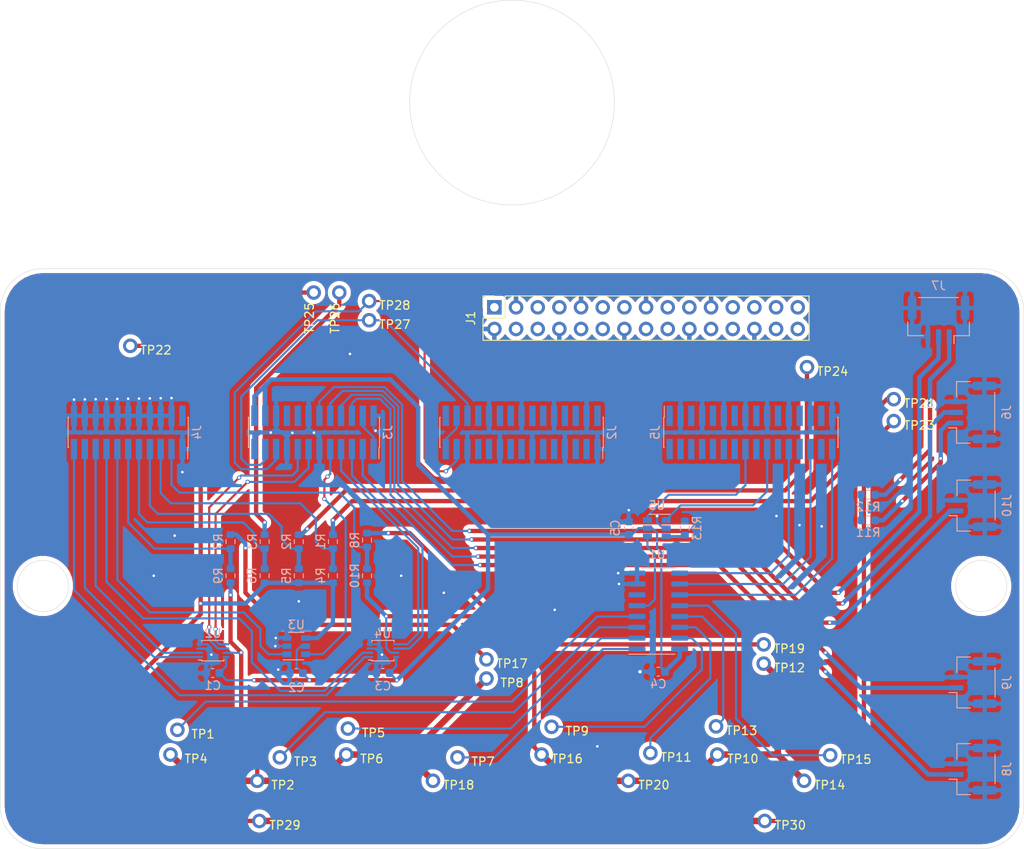
<source format=kicad_pcb>
(kicad_pcb (version 20171130) (host pcbnew 5.1.10-88a1d61d58~90~ubuntu20.04.1)

  (general
    (thickness 1.6)
    (drawings 108)
    (tracks 566)
    (zones 0)
    (modules 63)
    (nets 84)
  )

  (page A4)
  (layers
    (0 F.Cu signal)
    (31 B.Cu signal)
    (32 B.Adhes user)
    (33 F.Adhes user)
    (34 B.Paste user)
    (35 F.Paste user)
    (36 B.SilkS user)
    (37 F.SilkS user)
    (38 B.Mask user)
    (39 F.Mask user)
    (40 Dwgs.User user hide)
    (41 Cmts.User user)
    (42 Eco1.User user)
    (43 Eco2.User user)
    (44 Edge.Cuts user)
    (45 Margin user)
    (46 B.CrtYd user)
    (47 F.CrtYd user)
    (48 B.Fab user)
    (49 F.Fab user)
  )

  (setup
    (last_trace_width 0.508)
    (user_trace_width 0.127)
    (user_trace_width 0.254)
    (user_trace_width 0.508)
    (user_trace_width 0.762)
    (trace_clearance 0.2)
    (zone_clearance 0.508)
    (zone_45_only no)
    (trace_min 0.127)
    (via_size 0.8)
    (via_drill 0.4)
    (via_min_size 0.4)
    (via_min_drill 0.3)
    (user_via 0.5 0.3)
    (uvia_size 0.3)
    (uvia_drill 0.1)
    (uvias_allowed no)
    (uvia_min_size 0.2)
    (uvia_min_drill 0.1)
    (edge_width 0.05)
    (segment_width 0.2)
    (pcb_text_width 0.3)
    (pcb_text_size 1.5 1.5)
    (mod_edge_width 0.12)
    (mod_text_size 1 1)
    (mod_text_width 0.15)
    (pad_size 1.524 1.524)
    (pad_drill 0.762)
    (pad_to_mask_clearance 0)
    (aux_axis_origin 0 0)
    (grid_origin 100 72)
    (visible_elements FFFFFF7F)
    (pcbplotparams
      (layerselection 0x010fc_ffffffff)
      (usegerberextensions false)
      (usegerberattributes true)
      (usegerberadvancedattributes true)
      (creategerberjobfile true)
      (excludeedgelayer true)
      (linewidth 0.100000)
      (plotframeref false)
      (viasonmask false)
      (mode 1)
      (useauxorigin false)
      (hpglpennumber 1)
      (hpglpenspeed 20)
      (hpglpendiameter 15.000000)
      (psnegative false)
      (psa4output false)
      (plotreference true)
      (plotvalue true)
      (plotinvisibletext false)
      (padsonsilk false)
      (subtractmaskfromsilk false)
      (outputformat 1)
      (mirror false)
      (drillshape 1)
      (scaleselection 1)
      (outputdirectory ""))
  )

  (net 0 "")
  (net 1 /+3V3MP)
  (net 2 +12V)
  (net 3 /IIC_SCL)
  (net 4 /IIC_SDA)
  (net 5 GND)
  (net 6 /LVDS7_N)
  (net 7 /LVDS7_P)
  (net 8 /LVDS6_N)
  (net 9 /LVDS6_P)
  (net 10 /LVDS5_N)
  (net 11 /LVDS5_P)
  (net 12 /LVDS4_N)
  (net 13 /LVDS4_P)
  (net 14 /LVDS3_N)
  (net 15 /LVDS3_P)
  (net 16 /LVDS2_N)
  (net 17 /LVDS2_P)
  (net 18 /LVDS1_N)
  (net 19 /LVDS1_P)
  (net 20 /LVDS0_N)
  (net 21 /LVDS0_P)
  (net 22 +5V)
  (net 23 +3V3)
  (net 24 /DAC1)
  (net 25 /DAC0)
  (net 26 /ADC0)
  (net 27 /ADC1)
  (net 28 /ADC2)
  (net 29 /ADC3)
  (net 30 /ADC4)
  (net 31 /ADC5)
  (net 32 /ADC6)
  (net 33 /ADC7)
  (net 34 /HSADC)
  (net 35 /TP_12V)
  (net 36 /TP_3V3)
  (net 37 /TP_3V3MP)
  (net 38 /MCU_IO3)
  (net 39 /MCU_IO2)
  (net 40 /MCU_IO1)
  (net 41 /MCU_IO0)
  (net 42 GND3)
  (net 43 /TP_5V_1)
  (net 44 /TP_5V_2)
  (net 45 GND1)
  (net 46 GND2)
  (net 47 /MCU_IO4)
  (net 48 /MCU_IO11)
  (net 49 /MCU_IO10)
  (net 50 /MCU_IO5)
  (net 51 /MCU_IO9)
  (net 52 /MCU_IO8)
  (net 53 /MCU_IO7)
  (net 54 /MCU_IO6)
  (net 55 /TP_IO1)
  (net 56 /TP_IO2)
  (net 57 /TP_IO3)
  (net 58 /TP_IO4)
  (net 59 /TP_IO5)
  (net 60 /TP_IO6)
  (net 61 /TP_IO7)
  (net 62 /TP_IO8)
  (net 63 "Net-(U1-Pad6)")
  (net 64 /IO_MUX)
  (net 65 "Net-(J6-Pad1)")
  (net 66 "Net-(J7-Pad1)")
  (net 67 /FPGA_IO15)
  (net 68 /FPGA_IO14)
  (net 69 /FPGA_IO13)
  (net 70 /FPGA_IO12)
  (net 71 /FPGA_IO11)
  (net 72 /FPGA_IO10)
  (net 73 /FPGA_IO9)
  (net 74 /FPGA_IO8)
  (net 75 /FPGA_IO7)
  (net 76 /FPGA_IO6)
  (net 77 /FPGA_IO5)
  (net 78 /FPGA_IO4)
  (net 79 /FPGA_IO3)
  (net 80 /FPGA_IO2)
  (net 81 /FPGA_IO1)
  (net 82 /FPGA_IO0)
  (net 83 "Net-(R13-Pad1)")

  (net_class Default "This is the default net class."
    (clearance 0.2)
    (trace_width 0.254)
    (via_dia 0.8)
    (via_drill 0.4)
    (uvia_dia 0.3)
    (uvia_drill 0.1)
    (add_net +12V)
    (add_net +3V3)
    (add_net +5V)
    (add_net /+3V3MP)
    (add_net /ADC0)
    (add_net /ADC1)
    (add_net /ADC2)
    (add_net /ADC3)
    (add_net /ADC4)
    (add_net /ADC5)
    (add_net /ADC6)
    (add_net /ADC7)
    (add_net /DAC0)
    (add_net /DAC1)
    (add_net /FPGA_IO0)
    (add_net /FPGA_IO1)
    (add_net /FPGA_IO10)
    (add_net /FPGA_IO11)
    (add_net /FPGA_IO12)
    (add_net /FPGA_IO13)
    (add_net /FPGA_IO14)
    (add_net /FPGA_IO15)
    (add_net /FPGA_IO2)
    (add_net /FPGA_IO3)
    (add_net /FPGA_IO4)
    (add_net /FPGA_IO5)
    (add_net /FPGA_IO6)
    (add_net /FPGA_IO7)
    (add_net /FPGA_IO8)
    (add_net /FPGA_IO9)
    (add_net /HSADC)
    (add_net /IIC_SCL)
    (add_net /IIC_SDA)
    (add_net /IO_MUX)
    (add_net /LVDS0_N)
    (add_net /LVDS0_P)
    (add_net /LVDS1_N)
    (add_net /LVDS1_P)
    (add_net /LVDS2_N)
    (add_net /LVDS2_P)
    (add_net /LVDS3_N)
    (add_net /LVDS3_P)
    (add_net /LVDS4_N)
    (add_net /LVDS4_P)
    (add_net /LVDS5_N)
    (add_net /LVDS5_P)
    (add_net /LVDS6_N)
    (add_net /LVDS6_P)
    (add_net /LVDS7_N)
    (add_net /LVDS7_P)
    (add_net /MCU_IO0)
    (add_net /MCU_IO1)
    (add_net /MCU_IO10)
    (add_net /MCU_IO11)
    (add_net /MCU_IO2)
    (add_net /MCU_IO3)
    (add_net /MCU_IO4)
    (add_net /MCU_IO5)
    (add_net /MCU_IO6)
    (add_net /MCU_IO7)
    (add_net /MCU_IO8)
    (add_net /MCU_IO9)
    (add_net /TP_12V)
    (add_net /TP_3V3)
    (add_net /TP_3V3MP)
    (add_net /TP_5V_1)
    (add_net /TP_5V_2)
    (add_net /TP_IO1)
    (add_net /TP_IO2)
    (add_net /TP_IO3)
    (add_net /TP_IO4)
    (add_net /TP_IO5)
    (add_net /TP_IO6)
    (add_net /TP_IO7)
    (add_net /TP_IO8)
    (add_net GND)
    (add_net GND1)
    (add_net GND2)
    (add_net GND3)
    (add_net "Net-(J6-Pad1)")
    (add_net "Net-(J7-Pad1)")
    (add_net "Net-(R13-Pad1)")
    (add_net "Net-(U1-Pad6)")
  )

  (module Resistor_SMD:R_0603_1608Metric (layer B.Cu) (tedit 5F68FEEE) (tstamp 611FBDA6)
    (at 175.25 97.41 90)
    (descr "Resistor SMD 0603 (1608 Metric), square (rectangular) end terminal, IPC_7351 nominal, (Body size source: IPC-SM-782 page 72, https://www.pcb-3d.com/wordpress/wp-content/uploads/ipc-sm-782a_amendment_1_and_2.pdf), generated with kicad-footprint-generator")
    (tags resistor)
    (path /64A178EB)
    (attr smd)
    (fp_text reference R13 (at 0 1.43 90) (layer B.SilkS)
      (effects (font (size 1 1) (thickness 0.15)) (justify mirror))
    )
    (fp_text value 220 (at 0 -1.43 90) (layer B.Fab) hide
      (effects (font (size 1 1) (thickness 0.15)) (justify mirror))
    )
    (fp_line (start 1.48 -0.73) (end -1.48 -0.73) (layer B.CrtYd) (width 0.05))
    (fp_line (start 1.48 0.73) (end 1.48 -0.73) (layer B.CrtYd) (width 0.05))
    (fp_line (start -1.48 0.73) (end 1.48 0.73) (layer B.CrtYd) (width 0.05))
    (fp_line (start -1.48 -0.73) (end -1.48 0.73) (layer B.CrtYd) (width 0.05))
    (fp_line (start -0.237258 -0.5225) (end 0.237258 -0.5225) (layer B.SilkS) (width 0.12))
    (fp_line (start -0.237258 0.5225) (end 0.237258 0.5225) (layer B.SilkS) (width 0.12))
    (fp_line (start 0.8 -0.4125) (end -0.8 -0.4125) (layer B.Fab) (width 0.1))
    (fp_line (start 0.8 0.4125) (end 0.8 -0.4125) (layer B.Fab) (width 0.1))
    (fp_line (start -0.8 0.4125) (end 0.8 0.4125) (layer B.Fab) (width 0.1))
    (fp_line (start -0.8 -0.4125) (end -0.8 0.4125) (layer B.Fab) (width 0.1))
    (fp_text user %R (at 0 0 90) (layer B.Fab) hide
      (effects (font (size 0.4 0.4) (thickness 0.06)) (justify mirror))
    )
    (pad 2 smd roundrect (at 0.825 0 90) (size 0.8 0.95) (layers B.Cu B.Paste B.Mask) (roundrect_rratio 0.25)
      (net 34 /HSADC))
    (pad 1 smd roundrect (at -0.825 0 90) (size 0.8 0.95) (layers B.Cu B.Paste B.Mask) (roundrect_rratio 0.25)
      (net 83 "Net-(R13-Pad1)"))
    (model ${KISYS3DMOD}/Resistor_SMD.3dshapes/R_0603_1608Metric.wrl
      (at (xyz 0 0 0))
      (scale (xyz 1 1 1))
      (rotate (xyz 0 0 0))
    )
  )

  (module Package_TO_SOT_SMD:SOT-23-6 (layer B.Cu) (tedit 5A02FF57) (tstamp 611E5B58)
    (at 171.970016 97.41 180)
    (descr "6-pin SOT-23 package")
    (tags SOT-23-6)
    (path /62FDE208)
    (attr smd)
    (fp_text reference U5 (at 0 2.66) (layer B.SilkS)
      (effects (font (size 1 1) (thickness 0.15)) (justify mirror))
    )
    (fp_text value TS5A3159 (at 0 -2.9) (layer B.Fab) hide
      (effects (font (size 1 1) (thickness 0.15)) (justify mirror))
    )
    (fp_line (start 0.9 1.55) (end 0.9 -1.55) (layer B.Fab) (width 0.1))
    (fp_line (start 0.9 -1.55) (end -0.9 -1.55) (layer B.Fab) (width 0.1))
    (fp_line (start -0.9 0.9) (end -0.9 -1.55) (layer B.Fab) (width 0.1))
    (fp_line (start 0.9 1.55) (end -0.25 1.55) (layer B.Fab) (width 0.1))
    (fp_line (start -0.9 0.9) (end -0.25 1.55) (layer B.Fab) (width 0.1))
    (fp_line (start -1.9 1.8) (end -1.9 -1.8) (layer B.CrtYd) (width 0.05))
    (fp_line (start -1.9 -1.8) (end 1.9 -1.8) (layer B.CrtYd) (width 0.05))
    (fp_line (start 1.9 -1.8) (end 1.9 1.8) (layer B.CrtYd) (width 0.05))
    (fp_line (start 1.9 1.8) (end -1.9 1.8) (layer B.CrtYd) (width 0.05))
    (fp_line (start 0.9 1.61) (end -1.55 1.61) (layer B.SilkS) (width 0.12))
    (fp_line (start -0.9 -1.61) (end 0.9 -1.61) (layer B.SilkS) (width 0.12))
    (fp_text user %R (at 0 0 270) (layer B.Fab) hide
      (effects (font (size 0.5 0.5) (thickness 0.075)) (justify mirror))
    )
    (pad 5 smd rect (at 1.1 0 180) (size 1.06 0.65) (layers B.Cu B.Paste B.Mask)
      (net 22 +5V))
    (pad 6 smd rect (at 1.1 0.95 180) (size 1.06 0.65) (layers B.Cu B.Paste B.Mask)
      (net 75 /FPGA_IO7))
    (pad 4 smd rect (at 1.1 -0.95 180) (size 1.06 0.65) (layers B.Cu B.Paste B.Mask)
      (net 64 /IO_MUX))
    (pad 3 smd rect (at -1.1 -0.95 180) (size 1.06 0.65) (layers B.Cu B.Paste B.Mask)
      (net 83 "Net-(R13-Pad1)"))
    (pad 2 smd rect (at -1.1 0 180) (size 1.06 0.65) (layers B.Cu B.Paste B.Mask)
      (net 5 GND))
    (pad 1 smd rect (at -1.1 0.95 180) (size 1.06 0.65) (layers B.Cu B.Paste B.Mask)
      (net 73 /FPGA_IO9))
    (model ${KISYS3DMOD}/Package_TO_SOT_SMD.3dshapes/SOT-23-6.wrl
      (at (xyz 0 0 0))
      (scale (xyz 1 1 1))
      (rotate (xyz 0 0 0))
    )
  )

  (module Capacitor_SMD:C_0603_1608Metric (layer B.Cu) (tedit 5F68FEEE) (tstamp 611E5518)
    (at 168.690031 97.41 90)
    (descr "Capacitor SMD 0603 (1608 Metric), square (rectangular) end terminal, IPC_7351 nominal, (Body size source: IPC-SM-782 page 76, https://www.pcb-3d.com/wordpress/wp-content/uploads/ipc-sm-782a_amendment_1_and_2.pdf), generated with kicad-footprint-generator")
    (tags capacitor)
    (path /62FDE20E)
    (attr smd)
    (fp_text reference C5 (at 0.01 -1.59 90) (layer B.SilkS)
      (effects (font (size 1 1) (thickness 0.15)) (justify mirror))
    )
    (fp_text value 0.1uF (at 0 -1.43 90) (layer B.Fab) hide
      (effects (font (size 1 1) (thickness 0.15)) (justify mirror))
    )
    (fp_line (start 1.48 -0.73) (end -1.48 -0.73) (layer B.CrtYd) (width 0.05))
    (fp_line (start 1.48 0.73) (end 1.48 -0.73) (layer B.CrtYd) (width 0.05))
    (fp_line (start -1.48 0.73) (end 1.48 0.73) (layer B.CrtYd) (width 0.05))
    (fp_line (start -1.48 -0.73) (end -1.48 0.73) (layer B.CrtYd) (width 0.05))
    (fp_line (start -0.14058 -0.51) (end 0.14058 -0.51) (layer B.SilkS) (width 0.12))
    (fp_line (start -0.14058 0.51) (end 0.14058 0.51) (layer B.SilkS) (width 0.12))
    (fp_line (start 0.8 -0.4) (end -0.8 -0.4) (layer B.Fab) (width 0.1))
    (fp_line (start 0.8 0.4) (end 0.8 -0.4) (layer B.Fab) (width 0.1))
    (fp_line (start -0.8 0.4) (end 0.8 0.4) (layer B.Fab) (width 0.1))
    (fp_line (start -0.8 -0.4) (end -0.8 0.4) (layer B.Fab) (width 0.1))
    (fp_text user %R (at 0 0 90) (layer B.Fab) hide
      (effects (font (size 0.4 0.4) (thickness 0.06)) (justify mirror))
    )
    (pad 2 smd roundrect (at 0.775 0 90) (size 0.9 0.95) (layers B.Cu B.Paste B.Mask) (roundrect_rratio 0.25)
      (net 5 GND))
    (pad 1 smd roundrect (at -0.775 0 90) (size 0.9 0.95) (layers B.Cu B.Paste B.Mask) (roundrect_rratio 0.25)
      (net 22 +5V))
    (model ${KISYS3DMOD}/Capacitor_SMD.3dshapes/C_0603_1608Metric.wrl
      (at (xyz 0 0 0))
      (scale (xyz 1 1 1))
      (rotate (xyz 0 0 0))
    )
  )

  (module Package_SO:VSSOP-8_2.4x2.1mm_P0.5mm (layer B.Cu) (tedit 5A02F25C) (tstamp 611E309C)
    (at 139.87 111.78)
    (descr http://www.ti.com/lit/ml/mpds050d/mpds050d.pdf)
    (tags "VSSOP DCU R-PDSO-G8 Pitch0.5mm")
    (path /6236E1FF)
    (attr smd)
    (fp_text reference U4 (at -0.03 -2.000031) (layer B.SilkS)
      (effects (font (size 1 1) (thickness 0.15)) (justify mirror))
    )
    (fp_text value TS5A3359 (at 0 -2.413) (layer B.Fab) hide
      (effects (font (size 1 1) (thickness 0.15)) (justify mirror))
    )
    (fp_line (start -2.18 -1.3) (end -2.18 1.3) (layer B.CrtYd) (width 0.05))
    (fp_line (start 2.18 -1.3) (end -2.18 -1.3) (layer B.CrtYd) (width 0.05))
    (fp_line (start 2.18 1.3) (end 2.18 -1.3) (layer B.CrtYd) (width 0.05))
    (fp_line (start -2.18 1.3) (end 2.18 1.3) (layer B.CrtYd) (width 0.05))
    (fp_line (start -1.3 -1.2) (end -1.3 -1) (layer B.SilkS) (width 0.12))
    (fp_line (start -1.3 1.1) (end -1.7 1.1) (layer B.SilkS) (width 0.12))
    (fp_line (start -1.3 1.2) (end -1.3 1.1) (layer B.SilkS) (width 0.12))
    (fp_line (start 1.3 1.2) (end -1.3 1.2) (layer B.SilkS) (width 0.12))
    (fp_line (start 1.3 1) (end 1.3 1.2) (layer B.SilkS) (width 0.12))
    (fp_line (start 1.3 -1.2) (end 1.3 -1) (layer B.SilkS) (width 0.12))
    (fp_line (start -1.3 -1.2) (end 1.3 -1.2) (layer B.SilkS) (width 0.12))
    (fp_line (start -1.2 0.7) (end -1.2 -1.05) (layer B.Fab) (width 0.1))
    (fp_line (start -0.9 1.05) (end -1.2 0.7) (layer B.Fab) (width 0.1))
    (fp_line (start 1.2 1.05) (end -0.9 1.05) (layer B.Fab) (width 0.1))
    (fp_line (start 1.2 -1.05) (end 1.2 1.05) (layer B.Fab) (width 0.1))
    (fp_line (start -1.2 -1.05) (end 1.2 -1.05) (layer B.Fab) (width 0.1))
    (fp_text user %R (at 0 0) (layer B.Fab) hide
      (effects (font (size 0.5 0.5) (thickness 0.1)) (justify mirror))
    )
    (pad 8 smd rect (at 1.55 0.75) (size 0.75 0.25) (layers B.Cu B.Paste B.Mask)
      (net 22 +5V))
    (pad 7 smd rect (at 1.55 0.25) (size 0.75 0.25) (layers B.Cu B.Paste B.Mask)
      (net 46 GND2))
    (pad 6 smd rect (at 1.55 -0.25) (size 0.75 0.25) (layers B.Cu B.Paste B.Mask)
      (net 40 /MCU_IO1))
    (pad 5 smd rect (at 1.55 -0.75) (size 0.75 0.25) (layers B.Cu B.Paste B.Mask)
      (net 39 /MCU_IO2))
    (pad 4 smd rect (at -1.55 -0.75) (size 0.75 0.25) (layers B.Cu B.Paste B.Mask)
      (net 5 GND))
    (pad 3 smd rect (at -1.55 -0.25) (size 0.75 0.25) (layers B.Cu B.Paste B.Mask)
      (net 5 GND))
    (pad 2 smd rect (at -1.55 0.25) (size 0.75 0.25) (layers B.Cu B.Paste B.Mask)
      (net 27 /ADC1))
    (pad 1 smd rect (at -1.55 0.75) (size 0.75 0.25) (layers B.Cu B.Paste B.Mask)
      (net 24 /DAC1))
    (model ${KISYS3DMOD}/Package_SO.3dshapes/VSSOP-8_2.4x2.1mm_P0.5mm.wrl
      (at (xyz 0 0 0))
      (scale (xyz 1 1 1))
      (rotate (xyz 0 0 0))
    )
  )

  (module Package_TO_SOT_SMD:SOT-23-6 (layer B.Cu) (tedit 5A02FF57) (tstamp 611E307F)
    (at 129.7 111.25)
    (descr "6-pin SOT-23 package")
    (tags SOT-23-6)
    (path /627BA854)
    (attr smd)
    (fp_text reference U3 (at 0.01 -2.510031) (layer B.SilkS)
      (effects (font (size 1 1) (thickness 0.15)) (justify mirror))
    )
    (fp_text value TS5A3159 (at 0 -2.9) (layer B.Fab) hide
      (effects (font (size 1 1) (thickness 0.15)) (justify mirror))
    )
    (fp_line (start -0.9 -1.61) (end 0.9 -1.61) (layer B.SilkS) (width 0.12))
    (fp_line (start 0.9 1.61) (end -1.55 1.61) (layer B.SilkS) (width 0.12))
    (fp_line (start 1.9 1.8) (end -1.9 1.8) (layer B.CrtYd) (width 0.05))
    (fp_line (start 1.9 -1.8) (end 1.9 1.8) (layer B.CrtYd) (width 0.05))
    (fp_line (start -1.9 -1.8) (end 1.9 -1.8) (layer B.CrtYd) (width 0.05))
    (fp_line (start -1.9 1.8) (end -1.9 -1.8) (layer B.CrtYd) (width 0.05))
    (fp_line (start -0.9 0.9) (end -0.25 1.55) (layer B.Fab) (width 0.1))
    (fp_line (start 0.9 1.55) (end -0.25 1.55) (layer B.Fab) (width 0.1))
    (fp_line (start -0.9 0.9) (end -0.9 -1.55) (layer B.Fab) (width 0.1))
    (fp_line (start 0.9 -1.55) (end -0.9 -1.55) (layer B.Fab) (width 0.1))
    (fp_line (start 0.9 1.55) (end 0.9 -1.55) (layer B.Fab) (width 0.1))
    (fp_text user %R (at 0 0 -90) (layer B.Fab) hide
      (effects (font (size 0.5 0.5) (thickness 0.075)) (justify mirror))
    )
    (pad 5 smd rect (at 1.1 0) (size 1.06 0.65) (layers B.Cu B.Paste B.Mask)
      (net 22 +5V))
    (pad 6 smd rect (at 1.1 0.95) (size 1.06 0.65) (layers B.Cu B.Paste B.Mask)
      (net 38 /MCU_IO3))
    (pad 4 smd rect (at 1.1 -0.95) (size 1.06 0.65) (layers B.Cu B.Paste B.Mask)
      (net 42 GND3))
    (pad 3 smd rect (at -1.1 -0.95) (size 1.06 0.65) (layers B.Cu B.Paste B.Mask)
      (net 5 GND))
    (pad 2 smd rect (at -1.1 0) (size 1.06 0.65) (layers B.Cu B.Paste B.Mask)
      (net 5 GND))
    (pad 1 smd rect (at -1.1 0.95) (size 1.06 0.65) (layers B.Cu B.Paste B.Mask)
      (net 28 /ADC2))
    (model ${KISYS3DMOD}/Package_TO_SOT_SMD.3dshapes/SOT-23-6.wrl
      (at (xyz 0 0 0))
      (scale (xyz 1 1 1))
      (rotate (xyz 0 0 0))
    )
  )

  (module Package_SO:VSSOP-8_2.4x2.1mm_P0.5mm (layer B.Cu) (tedit 5A02F25C) (tstamp 611E3069)
    (at 119.925 111.78)
    (descr http://www.ti.com/lit/ml/mpds050d/mpds050d.pdf)
    (tags "VSSOP DCU R-PDSO-G8 Pitch0.5mm")
    (path /6222A382)
    (attr smd)
    (fp_text reference U2 (at 0.01 -2.040031) (layer B.SilkS)
      (effects (font (size 1 1) (thickness 0.15)) (justify mirror))
    )
    (fp_text value TS5A3359 (at 0 -2.413) (layer B.Fab) hide
      (effects (font (size 1 1) (thickness 0.15)) (justify mirror))
    )
    (fp_line (start -2.18 -1.3) (end -2.18 1.3) (layer B.CrtYd) (width 0.05))
    (fp_line (start 2.18 -1.3) (end -2.18 -1.3) (layer B.CrtYd) (width 0.05))
    (fp_line (start 2.18 1.3) (end 2.18 -1.3) (layer B.CrtYd) (width 0.05))
    (fp_line (start -2.18 1.3) (end 2.18 1.3) (layer B.CrtYd) (width 0.05))
    (fp_line (start -1.3 -1.2) (end -1.3 -1) (layer B.SilkS) (width 0.12))
    (fp_line (start -1.3 1.1) (end -1.7 1.1) (layer B.SilkS) (width 0.12))
    (fp_line (start -1.3 1.2) (end -1.3 1.1) (layer B.SilkS) (width 0.12))
    (fp_line (start 1.3 1.2) (end -1.3 1.2) (layer B.SilkS) (width 0.12))
    (fp_line (start 1.3 1) (end 1.3 1.2) (layer B.SilkS) (width 0.12))
    (fp_line (start 1.3 -1.2) (end 1.3 -1) (layer B.SilkS) (width 0.12))
    (fp_line (start -1.3 -1.2) (end 1.3 -1.2) (layer B.SilkS) (width 0.12))
    (fp_line (start -1.2 0.7) (end -1.2 -1.05) (layer B.Fab) (width 0.1))
    (fp_line (start -0.9 1.05) (end -1.2 0.7) (layer B.Fab) (width 0.1))
    (fp_line (start 1.2 1.05) (end -0.9 1.05) (layer B.Fab) (width 0.1))
    (fp_line (start 1.2 -1.05) (end 1.2 1.05) (layer B.Fab) (width 0.1))
    (fp_line (start -1.2 -1.05) (end 1.2 -1.05) (layer B.Fab) (width 0.1))
    (fp_text user %R (at 0 0) (layer B.Fab) hide
      (effects (font (size 0.5 0.5) (thickness 0.1)) (justify mirror))
    )
    (pad 8 smd rect (at 1.55 0.75) (size 0.75 0.25) (layers B.Cu B.Paste B.Mask)
      (net 22 +5V))
    (pad 7 smd rect (at 1.55 0.25) (size 0.75 0.25) (layers B.Cu B.Paste B.Mask)
      (net 45 GND1))
    (pad 6 smd rect (at 1.55 -0.25) (size 0.75 0.25) (layers B.Cu B.Paste B.Mask)
      (net 50 /MCU_IO5))
    (pad 5 smd rect (at 1.55 -0.75) (size 0.75 0.25) (layers B.Cu B.Paste B.Mask)
      (net 47 /MCU_IO4))
    (pad 4 smd rect (at -1.55 -0.75) (size 0.75 0.25) (layers B.Cu B.Paste B.Mask)
      (net 5 GND))
    (pad 3 smd rect (at -1.55 -0.25) (size 0.75 0.25) (layers B.Cu B.Paste B.Mask)
      (net 5 GND))
    (pad 2 smd rect (at -1.55 0.25) (size 0.75 0.25) (layers B.Cu B.Paste B.Mask)
      (net 26 /ADC0))
    (pad 1 smd rect (at -1.55 0.75) (size 0.75 0.25) (layers B.Cu B.Paste B.Mask)
      (net 25 /DAC0))
    (model ${KISYS3DMOD}/Package_SO.3dshapes/VSSOP-8_2.4x2.1mm_P0.5mm.wrl
      (at (xyz 0 0 0))
      (scale (xyz 1 1 1))
      (rotate (xyz 0 0 0))
    )
  )

  (module Capacitor_SMD:C_0603_1608Metric (layer B.Cu) (tedit 5F68FEEE) (tstamp 611E2B1A)
    (at 139.87 114.389969 180)
    (descr "Capacitor SMD 0603 (1608 Metric), square (rectangular) end terminal, IPC_7351 nominal, (Body size source: IPC-SM-782 page 76, https://www.pcb-3d.com/wordpress/wp-content/uploads/ipc-sm-782a_amendment_1_and_2.pdf), generated with kicad-footprint-generator")
    (tags capacitor)
    (path /6236E228)
    (attr smd)
    (fp_text reference C3 (at 0.01 -1.539969) (layer B.SilkS)
      (effects (font (size 1 1) (thickness 0.15)) (justify mirror))
    )
    (fp_text value 0.1uF (at 0 -1.43) (layer B.Fab) hide
      (effects (font (size 1 1) (thickness 0.15)) (justify mirror))
    )
    (fp_line (start -0.8 -0.4) (end -0.8 0.4) (layer B.Fab) (width 0.1))
    (fp_line (start -0.8 0.4) (end 0.8 0.4) (layer B.Fab) (width 0.1))
    (fp_line (start 0.8 0.4) (end 0.8 -0.4) (layer B.Fab) (width 0.1))
    (fp_line (start 0.8 -0.4) (end -0.8 -0.4) (layer B.Fab) (width 0.1))
    (fp_line (start -0.14058 0.51) (end 0.14058 0.51) (layer B.SilkS) (width 0.12))
    (fp_line (start -0.14058 -0.51) (end 0.14058 -0.51) (layer B.SilkS) (width 0.12))
    (fp_line (start -1.48 -0.73) (end -1.48 0.73) (layer B.CrtYd) (width 0.05))
    (fp_line (start -1.48 0.73) (end 1.48 0.73) (layer B.CrtYd) (width 0.05))
    (fp_line (start 1.48 0.73) (end 1.48 -0.73) (layer B.CrtYd) (width 0.05))
    (fp_line (start 1.48 -0.73) (end -1.48 -0.73) (layer B.CrtYd) (width 0.05))
    (fp_text user %R (at 0 0) (layer B.Fab) hide
      (effects (font (size 0.4 0.4) (thickness 0.06)) (justify mirror))
    )
    (pad 2 smd roundrect (at 0.775 0 180) (size 0.9 0.95) (layers B.Cu B.Paste B.Mask) (roundrect_rratio 0.25)
      (net 5 GND))
    (pad 1 smd roundrect (at -0.775 0 180) (size 0.9 0.95) (layers B.Cu B.Paste B.Mask) (roundrect_rratio 0.25)
      (net 22 +5V))
    (model ${KISYS3DMOD}/Capacitor_SMD.3dshapes/C_0603_1608Metric.wrl
      (at (xyz 0 0 0))
      (scale (xyz 1 1 1))
      (rotate (xyz 0 0 0))
    )
  )

  (module Capacitor_SMD:C_0603_1608Metric (layer B.Cu) (tedit 5F68FEEE) (tstamp 611E2B09)
    (at 129.7 114.409969 180)
    (descr "Capacitor SMD 0603 (1608 Metric), square (rectangular) end terminal, IPC_7351 nominal, (Body size source: IPC-SM-782 page 76, https://www.pcb-3d.com/wordpress/wp-content/uploads/ipc-sm-782a_amendment_1_and_2.pdf), generated with kicad-footprint-generator")
    (tags capacitor)
    (path /6284142E)
    (attr smd)
    (fp_text reference C2 (at -0.02 -1.709969) (layer B.SilkS)
      (effects (font (size 1 1) (thickness 0.15)) (justify mirror))
    )
    (fp_text value 0.1uF (at 0 -1.43) (layer B.Fab) hide
      (effects (font (size 1 1) (thickness 0.15)) (justify mirror))
    )
    (fp_line (start -0.8 -0.4) (end -0.8 0.4) (layer B.Fab) (width 0.1))
    (fp_line (start -0.8 0.4) (end 0.8 0.4) (layer B.Fab) (width 0.1))
    (fp_line (start 0.8 0.4) (end 0.8 -0.4) (layer B.Fab) (width 0.1))
    (fp_line (start 0.8 -0.4) (end -0.8 -0.4) (layer B.Fab) (width 0.1))
    (fp_line (start -0.14058 0.51) (end 0.14058 0.51) (layer B.SilkS) (width 0.12))
    (fp_line (start -0.14058 -0.51) (end 0.14058 -0.51) (layer B.SilkS) (width 0.12))
    (fp_line (start -1.48 -0.73) (end -1.48 0.73) (layer B.CrtYd) (width 0.05))
    (fp_line (start -1.48 0.73) (end 1.48 0.73) (layer B.CrtYd) (width 0.05))
    (fp_line (start 1.48 0.73) (end 1.48 -0.73) (layer B.CrtYd) (width 0.05))
    (fp_line (start 1.48 -0.73) (end -1.48 -0.73) (layer B.CrtYd) (width 0.05))
    (fp_text user %R (at 0 0) (layer B.Fab) hide
      (effects (font (size 0.4 0.4) (thickness 0.06)) (justify mirror))
    )
    (pad 2 smd roundrect (at 0.775 0 180) (size 0.9 0.95) (layers B.Cu B.Paste B.Mask) (roundrect_rratio 0.25)
      (net 5 GND))
    (pad 1 smd roundrect (at -0.775 0 180) (size 0.9 0.95) (layers B.Cu B.Paste B.Mask) (roundrect_rratio 0.25)
      (net 22 +5V))
    (model ${KISYS3DMOD}/Capacitor_SMD.3dshapes/C_0603_1608Metric.wrl
      (at (xyz 0 0 0))
      (scale (xyz 1 1 1))
      (rotate (xyz 0 0 0))
    )
  )

  (module Capacitor_SMD:C_0603_1608Metric (layer B.Cu) (tedit 5F68FEEE) (tstamp 611E2AF8)
    (at 119.925 114.409969 180)
    (descr "Capacitor SMD 0603 (1608 Metric), square (rectangular) end terminal, IPC_7351 nominal, (Body size source: IPC-SM-782 page 76, https://www.pcb-3d.com/wordpress/wp-content/uploads/ipc-sm-782a_amendment_1_and_2.pdf), generated with kicad-footprint-generator")
    (tags capacitor)
    (path /623408F9)
    (attr smd)
    (fp_text reference C1 (at 0.01 -1.459969) (layer B.SilkS)
      (effects (font (size 1 1) (thickness 0.15)) (justify mirror))
    )
    (fp_text value 0.1uF (at 0 -1.43) (layer B.Fab) hide
      (effects (font (size 1 1) (thickness 0.15)) (justify mirror))
    )
    (fp_line (start -0.8 -0.4) (end -0.8 0.4) (layer B.Fab) (width 0.1))
    (fp_line (start -0.8 0.4) (end 0.8 0.4) (layer B.Fab) (width 0.1))
    (fp_line (start 0.8 0.4) (end 0.8 -0.4) (layer B.Fab) (width 0.1))
    (fp_line (start 0.8 -0.4) (end -0.8 -0.4) (layer B.Fab) (width 0.1))
    (fp_line (start -0.14058 0.51) (end 0.14058 0.51) (layer B.SilkS) (width 0.12))
    (fp_line (start -0.14058 -0.51) (end 0.14058 -0.51) (layer B.SilkS) (width 0.12))
    (fp_line (start -1.48 -0.73) (end -1.48 0.73) (layer B.CrtYd) (width 0.05))
    (fp_line (start -1.48 0.73) (end 1.48 0.73) (layer B.CrtYd) (width 0.05))
    (fp_line (start 1.48 0.73) (end 1.48 -0.73) (layer B.CrtYd) (width 0.05))
    (fp_line (start 1.48 -0.73) (end -1.48 -0.73) (layer B.CrtYd) (width 0.05))
    (fp_text user %R (at 0 0) (layer B.Fab) hide
      (effects (font (size 0.4 0.4) (thickness 0.06)) (justify mirror))
    )
    (pad 2 smd roundrect (at 0.775 0 180) (size 0.9 0.95) (layers B.Cu B.Paste B.Mask) (roundrect_rratio 0.25)
      (net 5 GND))
    (pad 1 smd roundrect (at -0.775 0 180) (size 0.9 0.95) (layers B.Cu B.Paste B.Mask) (roundrect_rratio 0.25)
      (net 22 +5V))
    (model ${KISYS3DMOD}/Capacitor_SMD.3dshapes/C_0603_1608Metric.wrl
      (at (xyz 0 0 0))
      (scale (xyz 1 1 1))
      (rotate (xyz 0 0 0))
    )
  )

  (module Connector_JST:JST_GH_BM02B-GHS-TBT_1x02-1MP_P1.25mm_Vertical (layer B.Cu) (tedit 5B78AD87) (tstamp 611F1C4D)
    (at 209.02 94.774969 90)
    (descr "JST GH series connector, BM02B-GHS-TBT (http://www.jst-mfg.com/product/pdf/eng/eGH.pdf), generated with kicad-footprint-generator")
    (tags "connector JST GH side entry")
    (path /636DD07C)
    (attr smd)
    (fp_text reference J10 (at 0 4 90) (layer B.SilkS)
      (effects (font (size 1 1) (thickness 0.15)) (justify mirror))
    )
    (fp_text value SW5 (at 0 -4 90) (layer B.Fab) hide
      (effects (font (size 1 1) (thickness 0.15)) (justify mirror))
    )
    (fp_line (start -2.875 -1.75) (end 2.875 -1.75) (layer B.Fab) (width 0.1))
    (fp_line (start -2.985 -0.26) (end -2.985 -1.86) (layer B.SilkS) (width 0.12))
    (fp_line (start -2.985 -1.86) (end -1.185 -1.86) (layer B.SilkS) (width 0.12))
    (fp_line (start -1.185 -1.86) (end -1.185 -2.8) (layer B.SilkS) (width 0.12))
    (fp_line (start 2.985 -0.26) (end 2.985 -1.86) (layer B.SilkS) (width 0.12))
    (fp_line (start 2.985 -1.86) (end 1.185 -1.86) (layer B.SilkS) (width 0.12))
    (fp_line (start -1.715 2.61) (end 1.715 2.61) (layer B.SilkS) (width 0.12))
    (fp_line (start -2.875 2.5) (end 2.875 2.5) (layer B.Fab) (width 0.1))
    (fp_line (start -2.875 -1.75) (end -2.875 2.5) (layer B.Fab) (width 0.1))
    (fp_line (start 2.875 -1.75) (end 2.875 2.5) (layer B.Fab) (width 0.1))
    (fp_line (start -0.875 0.5) (end -0.875 0) (layer B.Fab) (width 0.1))
    (fp_line (start -0.875 0) (end -0.375 0) (layer B.Fab) (width 0.1))
    (fp_line (start -0.375 0) (end -0.375 0.5) (layer B.Fab) (width 0.1))
    (fp_line (start -0.375 0.5) (end -0.875 0.5) (layer B.Fab) (width 0.1))
    (fp_line (start 0.375 0.5) (end 0.375 0) (layer B.Fab) (width 0.1))
    (fp_line (start 0.375 0) (end 0.875 0) (layer B.Fab) (width 0.1))
    (fp_line (start 0.875 0) (end 0.875 0.5) (layer B.Fab) (width 0.1))
    (fp_line (start 0.875 0.5) (end 0.375 0.5) (layer B.Fab) (width 0.1))
    (fp_line (start -3.48 3.3) (end -3.48 -3.3) (layer B.CrtYd) (width 0.05))
    (fp_line (start -3.48 -3.3) (end 3.48 -3.3) (layer B.CrtYd) (width 0.05))
    (fp_line (start 3.48 -3.3) (end 3.48 3.3) (layer B.CrtYd) (width 0.05))
    (fp_line (start 3.48 3.3) (end -3.48 3.3) (layer B.CrtYd) (width 0.05))
    (fp_line (start -1.125 -1.75) (end -0.625 -1.042893) (layer B.Fab) (width 0.1))
    (fp_line (start -0.625 -1.042893) (end -0.125 -1.75) (layer B.Fab) (width 0.1))
    (fp_text user %R (at 0 1.5 90) (layer B.Fab) hide
      (effects (font (size 1 1) (thickness 0.15)) (justify mirror))
    )
    (pad MP smd roundrect (at 2.475 1.4 90) (size 1 2.8) (layers B.Cu B.Paste B.Mask) (roundrect_rratio 0.25)
      (net 5 GND))
    (pad MP smd roundrect (at -2.475 1.4 90) (size 1 2.8) (layers B.Cu B.Paste B.Mask) (roundrect_rratio 0.25)
      (net 5 GND))
    (pad 2 smd roundrect (at 0.625 -1.95 90) (size 0.6 1.7) (layers B.Cu B.Paste B.Mask) (roundrect_rratio 0.25)
      (net 5 GND))
    (pad 1 smd roundrect (at -0.625 -1.95 90) (size 0.6 1.7) (layers B.Cu B.Paste B.Mask) (roundrect_rratio 0.25)
      (net 53 /MCU_IO7))
    (model ${KISYS3DMOD}/Connector_JST.3dshapes/JST_GH_BM02B-GHS-TBT_1x02-1MP_P1.25mm_Vertical.wrl
      (at (xyz 0 0 0))
      (scale (xyz 1 1 1))
      (rotate (xyz 0 0 0))
    )
  )

  (module Connector_JST:JST_GH_BM02B-GHS-TBT_1x02-1MP_P1.25mm_Vertical (layer B.Cu) (tedit 5B78AD87) (tstamp 611F1C2C)
    (at 209.01 115.513334 90)
    (descr "JST GH series connector, BM02B-GHS-TBT (http://www.jst-mfg.com/product/pdf/eng/eGH.pdf), generated with kicad-footprint-generator")
    (tags "connector JST GH side entry")
    (path /636C40FA)
    (attr smd)
    (fp_text reference J9 (at 0 4 90) (layer B.SilkS)
      (effects (font (size 1 1) (thickness 0.15)) (justify mirror))
    )
    (fp_text value SW4 (at 0 -4 90) (layer B.Fab) hide
      (effects (font (size 1 1) (thickness 0.15)) (justify mirror))
    )
    (fp_line (start -2.875 -1.75) (end 2.875 -1.75) (layer B.Fab) (width 0.1))
    (fp_line (start -2.985 -0.26) (end -2.985 -1.86) (layer B.SilkS) (width 0.12))
    (fp_line (start -2.985 -1.86) (end -1.185 -1.86) (layer B.SilkS) (width 0.12))
    (fp_line (start -1.185 -1.86) (end -1.185 -2.8) (layer B.SilkS) (width 0.12))
    (fp_line (start 2.985 -0.26) (end 2.985 -1.86) (layer B.SilkS) (width 0.12))
    (fp_line (start 2.985 -1.86) (end 1.185 -1.86) (layer B.SilkS) (width 0.12))
    (fp_line (start -1.715 2.61) (end 1.715 2.61) (layer B.SilkS) (width 0.12))
    (fp_line (start -2.875 2.5) (end 2.875 2.5) (layer B.Fab) (width 0.1))
    (fp_line (start -2.875 -1.75) (end -2.875 2.5) (layer B.Fab) (width 0.1))
    (fp_line (start 2.875 -1.75) (end 2.875 2.5) (layer B.Fab) (width 0.1))
    (fp_line (start -0.875 0.5) (end -0.875 0) (layer B.Fab) (width 0.1))
    (fp_line (start -0.875 0) (end -0.375 0) (layer B.Fab) (width 0.1))
    (fp_line (start -0.375 0) (end -0.375 0.5) (layer B.Fab) (width 0.1))
    (fp_line (start -0.375 0.5) (end -0.875 0.5) (layer B.Fab) (width 0.1))
    (fp_line (start 0.375 0.5) (end 0.375 0) (layer B.Fab) (width 0.1))
    (fp_line (start 0.375 0) (end 0.875 0) (layer B.Fab) (width 0.1))
    (fp_line (start 0.875 0) (end 0.875 0.5) (layer B.Fab) (width 0.1))
    (fp_line (start 0.875 0.5) (end 0.375 0.5) (layer B.Fab) (width 0.1))
    (fp_line (start -3.48 3.3) (end -3.48 -3.3) (layer B.CrtYd) (width 0.05))
    (fp_line (start -3.48 -3.3) (end 3.48 -3.3) (layer B.CrtYd) (width 0.05))
    (fp_line (start 3.48 -3.3) (end 3.48 3.3) (layer B.CrtYd) (width 0.05))
    (fp_line (start 3.48 3.3) (end -3.48 3.3) (layer B.CrtYd) (width 0.05))
    (fp_line (start -1.125 -1.75) (end -0.625 -1.042893) (layer B.Fab) (width 0.1))
    (fp_line (start -0.625 -1.042893) (end -0.125 -1.75) (layer B.Fab) (width 0.1))
    (fp_text user %R (at 0 1.5 90) (layer B.Fab) hide
      (effects (font (size 1 1) (thickness 0.15)) (justify mirror))
    )
    (pad MP smd roundrect (at 2.475 1.4 90) (size 1 2.8) (layers B.Cu B.Paste B.Mask) (roundrect_rratio 0.25)
      (net 5 GND))
    (pad MP smd roundrect (at -2.475 1.4 90) (size 1 2.8) (layers B.Cu B.Paste B.Mask) (roundrect_rratio 0.25)
      (net 5 GND))
    (pad 2 smd roundrect (at 0.625 -1.95 90) (size 0.6 1.7) (layers B.Cu B.Paste B.Mask) (roundrect_rratio 0.25)
      (net 5 GND))
    (pad 1 smd roundrect (at -0.625 -1.95 90) (size 0.6 1.7) (layers B.Cu B.Paste B.Mask) (roundrect_rratio 0.25)
      (net 54 /MCU_IO6))
    (model ${KISYS3DMOD}/Connector_JST.3dshapes/JST_GH_BM02B-GHS-TBT_1x02-1MP_P1.25mm_Vertical.wrl
      (at (xyz 0 0 0))
      (scale (xyz 1 1 1))
      (rotate (xyz 0 0 0))
    )
  )

  (module Connector_JST:JST_GH_BM02B-GHS-TBT_1x02-1MP_P1.25mm_Vertical (layer B.Cu) (tedit 5B78AD87) (tstamp 611F1C0B)
    (at 209.01 125.67 90)
    (descr "JST GH series connector, BM02B-GHS-TBT (http://www.jst-mfg.com/product/pdf/eng/eGH.pdf), generated with kicad-footprint-generator")
    (tags "connector JST GH side entry")
    (path /635D7408)
    (attr smd)
    (fp_text reference J8 (at 0 4 90) (layer B.SilkS)
      (effects (font (size 1 1) (thickness 0.15)) (justify mirror))
    )
    (fp_text value SW3 (at 0 -4 90) (layer B.Fab) hide
      (effects (font (size 1 1) (thickness 0.15)) (justify mirror))
    )
    (fp_line (start -2.875 -1.75) (end 2.875 -1.75) (layer B.Fab) (width 0.1))
    (fp_line (start -2.985 -0.26) (end -2.985 -1.86) (layer B.SilkS) (width 0.12))
    (fp_line (start -2.985 -1.86) (end -1.185 -1.86) (layer B.SilkS) (width 0.12))
    (fp_line (start -1.185 -1.86) (end -1.185 -2.8) (layer B.SilkS) (width 0.12))
    (fp_line (start 2.985 -0.26) (end 2.985 -1.86) (layer B.SilkS) (width 0.12))
    (fp_line (start 2.985 -1.86) (end 1.185 -1.86) (layer B.SilkS) (width 0.12))
    (fp_line (start -1.715 2.61) (end 1.715 2.61) (layer B.SilkS) (width 0.12))
    (fp_line (start -2.875 2.5) (end 2.875 2.5) (layer B.Fab) (width 0.1))
    (fp_line (start -2.875 -1.75) (end -2.875 2.5) (layer B.Fab) (width 0.1))
    (fp_line (start 2.875 -1.75) (end 2.875 2.5) (layer B.Fab) (width 0.1))
    (fp_line (start -0.875 0.5) (end -0.875 0) (layer B.Fab) (width 0.1))
    (fp_line (start -0.875 0) (end -0.375 0) (layer B.Fab) (width 0.1))
    (fp_line (start -0.375 0) (end -0.375 0.5) (layer B.Fab) (width 0.1))
    (fp_line (start -0.375 0.5) (end -0.875 0.5) (layer B.Fab) (width 0.1))
    (fp_line (start 0.375 0.5) (end 0.375 0) (layer B.Fab) (width 0.1))
    (fp_line (start 0.375 0) (end 0.875 0) (layer B.Fab) (width 0.1))
    (fp_line (start 0.875 0) (end 0.875 0.5) (layer B.Fab) (width 0.1))
    (fp_line (start 0.875 0.5) (end 0.375 0.5) (layer B.Fab) (width 0.1))
    (fp_line (start -3.48 3.3) (end -3.48 -3.3) (layer B.CrtYd) (width 0.05))
    (fp_line (start -3.48 -3.3) (end 3.48 -3.3) (layer B.CrtYd) (width 0.05))
    (fp_line (start 3.48 -3.3) (end 3.48 3.3) (layer B.CrtYd) (width 0.05))
    (fp_line (start 3.48 3.3) (end -3.48 3.3) (layer B.CrtYd) (width 0.05))
    (fp_line (start -1.125 -1.75) (end -0.625 -1.042893) (layer B.Fab) (width 0.1))
    (fp_line (start -0.625 -1.042893) (end -0.125 -1.75) (layer B.Fab) (width 0.1))
    (fp_text user %R (at 0 1.5 90) (layer B.Fab) hide
      (effects (font (size 1 1) (thickness 0.15)) (justify mirror))
    )
    (pad MP smd roundrect (at 2.475 1.4 90) (size 1 2.8) (layers B.Cu B.Paste B.Mask) (roundrect_rratio 0.25)
      (net 5 GND))
    (pad MP smd roundrect (at -2.475 1.4 90) (size 1 2.8) (layers B.Cu B.Paste B.Mask) (roundrect_rratio 0.25)
      (net 5 GND))
    (pad 2 smd roundrect (at 0.625 -1.95 90) (size 0.6 1.7) (layers B.Cu B.Paste B.Mask) (roundrect_rratio 0.25)
      (net 5 GND))
    (pad 1 smd roundrect (at -0.625 -1.95 90) (size 0.6 1.7) (layers B.Cu B.Paste B.Mask) (roundrect_rratio 0.25)
      (net 41 /MCU_IO0))
    (model ${KISYS3DMOD}/Connector_JST.3dshapes/JST_GH_BM02B-GHS-TBT_1x02-1MP_P1.25mm_Vertical.wrl
      (at (xyz 0 0 0))
      (scale (xyz 1 1 1))
      (rotate (xyz 0 0 0))
    )
  )

  (module Connector_JST:JST_GH_BM03B-GHS-TBT_1x03-1MP_P1.25mm_Vertical (layer B.Cu) (tedit 5B78AD87) (tstamp 611F1BEA)
    (at 205 73 180)
    (descr "JST GH series connector, BM03B-GHS-TBT (http://www.jst-mfg.com/product/pdf/eng/eGH.pdf), generated with kicad-footprint-generator")
    (tags "connector JST GH side entry")
    (path /636AACE0)
    (attr smd)
    (fp_text reference J7 (at 0 4) (layer B.SilkS)
      (effects (font (size 1 1) (thickness 0.15)) (justify mirror))
    )
    (fp_text value SW2 (at 0 -4) (layer B.Fab) hide
      (effects (font (size 1 1) (thickness 0.15)) (justify mirror))
    )
    (fp_line (start -3.5 -1.75) (end 3.5 -1.75) (layer B.Fab) (width 0.1))
    (fp_line (start -3.61 -0.26) (end -3.61 -1.86) (layer B.SilkS) (width 0.12))
    (fp_line (start -3.61 -1.86) (end -1.81 -1.86) (layer B.SilkS) (width 0.12))
    (fp_line (start -1.81 -1.86) (end -1.81 -2.8) (layer B.SilkS) (width 0.12))
    (fp_line (start 3.61 -0.26) (end 3.61 -1.86) (layer B.SilkS) (width 0.12))
    (fp_line (start 3.61 -1.86) (end 1.81 -1.86) (layer B.SilkS) (width 0.12))
    (fp_line (start -2.34 2.61) (end 2.34 2.61) (layer B.SilkS) (width 0.12))
    (fp_line (start -3.5 2.5) (end 3.5 2.5) (layer B.Fab) (width 0.1))
    (fp_line (start -3.5 -1.75) (end -3.5 2.5) (layer B.Fab) (width 0.1))
    (fp_line (start 3.5 -1.75) (end 3.5 2.5) (layer B.Fab) (width 0.1))
    (fp_line (start -1.5 0.5) (end -1.5 0) (layer B.Fab) (width 0.1))
    (fp_line (start -1.5 0) (end -1 0) (layer B.Fab) (width 0.1))
    (fp_line (start -1 0) (end -1 0.5) (layer B.Fab) (width 0.1))
    (fp_line (start -1 0.5) (end -1.5 0.5) (layer B.Fab) (width 0.1))
    (fp_line (start -0.25 0.5) (end -0.25 0) (layer B.Fab) (width 0.1))
    (fp_line (start -0.25 0) (end 0.25 0) (layer B.Fab) (width 0.1))
    (fp_line (start 0.25 0) (end 0.25 0.5) (layer B.Fab) (width 0.1))
    (fp_line (start 0.25 0.5) (end -0.25 0.5) (layer B.Fab) (width 0.1))
    (fp_line (start 1 0.5) (end 1 0) (layer B.Fab) (width 0.1))
    (fp_line (start 1 0) (end 1.5 0) (layer B.Fab) (width 0.1))
    (fp_line (start 1.5 0) (end 1.5 0.5) (layer B.Fab) (width 0.1))
    (fp_line (start 1.5 0.5) (end 1 0.5) (layer B.Fab) (width 0.1))
    (fp_line (start -4.1 3.3) (end -4.1 -3.3) (layer B.CrtYd) (width 0.05))
    (fp_line (start -4.1 -3.3) (end 4.1 -3.3) (layer B.CrtYd) (width 0.05))
    (fp_line (start 4.1 -3.3) (end 4.1 3.3) (layer B.CrtYd) (width 0.05))
    (fp_line (start 4.1 3.3) (end -4.1 3.3) (layer B.CrtYd) (width 0.05))
    (fp_line (start -1.75 -1.75) (end -1.25 -1.042893) (layer B.Fab) (width 0.1))
    (fp_line (start -1.25 -1.042893) (end -0.75 -1.75) (layer B.Fab) (width 0.1))
    (fp_text user %R (at 0 1.5) (layer B.Fab) hide
      (effects (font (size 1 1) (thickness 0.15)) (justify mirror))
    )
    (pad MP smd roundrect (at 3.1 1.4 180) (size 1 2.8) (layers B.Cu B.Paste B.Mask) (roundrect_rratio 0.25)
      (net 5 GND))
    (pad MP smd roundrect (at -3.1 1.4 180) (size 1 2.8) (layers B.Cu B.Paste B.Mask) (roundrect_rratio 0.25)
      (net 5 GND))
    (pad 3 smd roundrect (at 1.25 -1.95 180) (size 0.6 1.7) (layers B.Cu B.Paste B.Mask) (roundrect_rratio 0.25)
      (net 5 GND))
    (pad 2 smd roundrect (at 0 -1.95 180) (size 0.6 1.7) (layers B.Cu B.Paste B.Mask) (roundrect_rratio 0.25)
      (net 51 /MCU_IO9))
    (pad 1 smd roundrect (at -1.25 -1.95 180) (size 0.6 1.7) (layers B.Cu B.Paste B.Mask) (roundrect_rratio 0.25)
      (net 66 "Net-(J7-Pad1)"))
    (model ${KISYS3DMOD}/Connector_JST.3dshapes/JST_GH_BM03B-GHS-TBT_1x03-1MP_P1.25mm_Vertical.wrl
      (at (xyz 0 0 0))
      (scale (xyz 1 1 1))
      (rotate (xyz 0 0 0))
    )
  )

  (module Connector_JST:JST_GH_BM03B-GHS-TBT_1x03-1MP_P1.25mm_Vertical (layer B.Cu) (tedit 5B78AD87) (tstamp 611F1BC4)
    (at 208.97 83.85 90)
    (descr "JST GH series connector, BM03B-GHS-TBT (http://www.jst-mfg.com/product/pdf/eng/eGH.pdf), generated with kicad-footprint-generator")
    (tags "connector JST GH side entry")
    (path /635D81CA)
    (attr smd)
    (fp_text reference J6 (at 0 4 90) (layer B.SilkS)
      (effects (font (size 1 1) (thickness 0.15)) (justify mirror))
    )
    (fp_text value SW1 (at 0 -4 90) (layer B.Fab) hide
      (effects (font (size 1 1) (thickness 0.15)) (justify mirror))
    )
    (fp_line (start -3.5 -1.75) (end 3.5 -1.75) (layer B.Fab) (width 0.1))
    (fp_line (start -3.61 -0.26) (end -3.61 -1.86) (layer B.SilkS) (width 0.12))
    (fp_line (start -3.61 -1.86) (end -1.81 -1.86) (layer B.SilkS) (width 0.12))
    (fp_line (start -1.81 -1.86) (end -1.81 -2.8) (layer B.SilkS) (width 0.12))
    (fp_line (start 3.61 -0.26) (end 3.61 -1.86) (layer B.SilkS) (width 0.12))
    (fp_line (start 3.61 -1.86) (end 1.81 -1.86) (layer B.SilkS) (width 0.12))
    (fp_line (start -2.34 2.61) (end 2.34 2.61) (layer B.SilkS) (width 0.12))
    (fp_line (start -3.5 2.5) (end 3.5 2.5) (layer B.Fab) (width 0.1))
    (fp_line (start -3.5 -1.75) (end -3.5 2.5) (layer B.Fab) (width 0.1))
    (fp_line (start 3.5 -1.75) (end 3.5 2.5) (layer B.Fab) (width 0.1))
    (fp_line (start -1.5 0.5) (end -1.5 0) (layer B.Fab) (width 0.1))
    (fp_line (start -1.5 0) (end -1 0) (layer B.Fab) (width 0.1))
    (fp_line (start -1 0) (end -1 0.5) (layer B.Fab) (width 0.1))
    (fp_line (start -1 0.5) (end -1.5 0.5) (layer B.Fab) (width 0.1))
    (fp_line (start -0.25 0.5) (end -0.25 0) (layer B.Fab) (width 0.1))
    (fp_line (start -0.25 0) (end 0.25 0) (layer B.Fab) (width 0.1))
    (fp_line (start 0.25 0) (end 0.25 0.5) (layer B.Fab) (width 0.1))
    (fp_line (start 0.25 0.5) (end -0.25 0.5) (layer B.Fab) (width 0.1))
    (fp_line (start 1 0.5) (end 1 0) (layer B.Fab) (width 0.1))
    (fp_line (start 1 0) (end 1.5 0) (layer B.Fab) (width 0.1))
    (fp_line (start 1.5 0) (end 1.5 0.5) (layer B.Fab) (width 0.1))
    (fp_line (start 1.5 0.5) (end 1 0.5) (layer B.Fab) (width 0.1))
    (fp_line (start -4.1 3.3) (end -4.1 -3.3) (layer B.CrtYd) (width 0.05))
    (fp_line (start -4.1 -3.3) (end 4.1 -3.3) (layer B.CrtYd) (width 0.05))
    (fp_line (start 4.1 -3.3) (end 4.1 3.3) (layer B.CrtYd) (width 0.05))
    (fp_line (start 4.1 3.3) (end -4.1 3.3) (layer B.CrtYd) (width 0.05))
    (fp_line (start -1.75 -1.75) (end -1.25 -1.042893) (layer B.Fab) (width 0.1))
    (fp_line (start -1.25 -1.042893) (end -0.75 -1.75) (layer B.Fab) (width 0.1))
    (fp_text user %R (at 0 1.5 90) (layer B.Fab) hide
      (effects (font (size 1 1) (thickness 0.15)) (justify mirror))
    )
    (pad MP smd roundrect (at 3.1 1.4 90) (size 1 2.8) (layers B.Cu B.Paste B.Mask) (roundrect_rratio 0.25)
      (net 5 GND))
    (pad MP smd roundrect (at -3.1 1.4 90) (size 1 2.8) (layers B.Cu B.Paste B.Mask) (roundrect_rratio 0.25)
      (net 5 GND))
    (pad 3 smd roundrect (at 1.25 -1.95 90) (size 0.6 1.7) (layers B.Cu B.Paste B.Mask) (roundrect_rratio 0.25)
      (net 5 GND))
    (pad 2 smd roundrect (at 0 -1.95 90) (size 0.6 1.7) (layers B.Cu B.Paste B.Mask) (roundrect_rratio 0.25)
      (net 52 /MCU_IO8))
    (pad 1 smd roundrect (at -1.25 -1.95 90) (size 0.6 1.7) (layers B.Cu B.Paste B.Mask) (roundrect_rratio 0.25)
      (net 65 "Net-(J6-Pad1)"))
    (model ${KISYS3DMOD}/Connector_JST.3dshapes/JST_GH_BM03B-GHS-TBT_1x03-1MP_P1.25mm_Vertical.wrl
      (at (xyz 0 0 0))
      (scale (xyz 1 1 1))
      (rotate (xyz 0 0 0))
    )
  )

  (module Connector_PinHeader_1.27mm:PinHeader_2x16_P1.27mm_Vertical_SMD (layer B.Cu) (tedit 59FED6E3) (tstamp 611F1B9E)
    (at 183 86.199969 270)
    (descr "surface-mounted straight pin header, 2x16, 1.27mm pitch, double rows")
    (tags "Surface mounted pin header SMD 2x16 1.27mm double row")
    (path /635CF05C)
    (attr smd)
    (fp_text reference J5 (at 0 11.22 90) (layer B.SilkS)
      (effects (font (size 1 1) (thickness 0.15)) (justify mirror))
    )
    (fp_text value FPGA_IO (at 0 -11.22 90) (layer B.Fab) hide
      (effects (font (size 1 1) (thickness 0.15)) (justify mirror))
    )
    (fp_line (start 1.705 -10.16) (end -1.705 -10.16) (layer B.Fab) (width 0.1))
    (fp_line (start -1.27 10.16) (end 1.705 10.16) (layer B.Fab) (width 0.1))
    (fp_line (start -1.705 -10.16) (end -1.705 9.725) (layer B.Fab) (width 0.1))
    (fp_line (start -1.705 9.725) (end -1.27 10.16) (layer B.Fab) (width 0.1))
    (fp_line (start 1.705 10.16) (end 1.705 -10.16) (layer B.Fab) (width 0.1))
    (fp_line (start -1.705 9.725) (end -2.75 9.725) (layer B.Fab) (width 0.1))
    (fp_line (start -2.75 9.725) (end -2.75 9.325) (layer B.Fab) (width 0.1))
    (fp_line (start -2.75 9.325) (end -1.705 9.325) (layer B.Fab) (width 0.1))
    (fp_line (start 1.705 9.725) (end 2.75 9.725) (layer B.Fab) (width 0.1))
    (fp_line (start 2.75 9.725) (end 2.75 9.325) (layer B.Fab) (width 0.1))
    (fp_line (start 2.75 9.325) (end 1.705 9.325) (layer B.Fab) (width 0.1))
    (fp_line (start -1.705 8.455) (end -2.75 8.455) (layer B.Fab) (width 0.1))
    (fp_line (start -2.75 8.455) (end -2.75 8.055) (layer B.Fab) (width 0.1))
    (fp_line (start -2.75 8.055) (end -1.705 8.055) (layer B.Fab) (width 0.1))
    (fp_line (start 1.705 8.455) (end 2.75 8.455) (layer B.Fab) (width 0.1))
    (fp_line (start 2.75 8.455) (end 2.75 8.055) (layer B.Fab) (width 0.1))
    (fp_line (start 2.75 8.055) (end 1.705 8.055) (layer B.Fab) (width 0.1))
    (fp_line (start -1.705 7.185) (end -2.75 7.185) (layer B.Fab) (width 0.1))
    (fp_line (start -2.75 7.185) (end -2.75 6.785) (layer B.Fab) (width 0.1))
    (fp_line (start -2.75 6.785) (end -1.705 6.785) (layer B.Fab) (width 0.1))
    (fp_line (start 1.705 7.185) (end 2.75 7.185) (layer B.Fab) (width 0.1))
    (fp_line (start 2.75 7.185) (end 2.75 6.785) (layer B.Fab) (width 0.1))
    (fp_line (start 2.75 6.785) (end 1.705 6.785) (layer B.Fab) (width 0.1))
    (fp_line (start -1.705 5.915) (end -2.75 5.915) (layer B.Fab) (width 0.1))
    (fp_line (start -2.75 5.915) (end -2.75 5.515) (layer B.Fab) (width 0.1))
    (fp_line (start -2.75 5.515) (end -1.705 5.515) (layer B.Fab) (width 0.1))
    (fp_line (start 1.705 5.915) (end 2.75 5.915) (layer B.Fab) (width 0.1))
    (fp_line (start 2.75 5.915) (end 2.75 5.515) (layer B.Fab) (width 0.1))
    (fp_line (start 2.75 5.515) (end 1.705 5.515) (layer B.Fab) (width 0.1))
    (fp_line (start -1.705 4.645) (end -2.75 4.645) (layer B.Fab) (width 0.1))
    (fp_line (start -2.75 4.645) (end -2.75 4.245) (layer B.Fab) (width 0.1))
    (fp_line (start -2.75 4.245) (end -1.705 4.245) (layer B.Fab) (width 0.1))
    (fp_line (start 1.705 4.645) (end 2.75 4.645) (layer B.Fab) (width 0.1))
    (fp_line (start 2.75 4.645) (end 2.75 4.245) (layer B.Fab) (width 0.1))
    (fp_line (start 2.75 4.245) (end 1.705 4.245) (layer B.Fab) (width 0.1))
    (fp_line (start -1.705 3.375) (end -2.75 3.375) (layer B.Fab) (width 0.1))
    (fp_line (start -2.75 3.375) (end -2.75 2.975) (layer B.Fab) (width 0.1))
    (fp_line (start -2.75 2.975) (end -1.705 2.975) (layer B.Fab) (width 0.1))
    (fp_line (start 1.705 3.375) (end 2.75 3.375) (layer B.Fab) (width 0.1))
    (fp_line (start 2.75 3.375) (end 2.75 2.975) (layer B.Fab) (width 0.1))
    (fp_line (start 2.75 2.975) (end 1.705 2.975) (layer B.Fab) (width 0.1))
    (fp_line (start -1.705 2.105) (end -2.75 2.105) (layer B.Fab) (width 0.1))
    (fp_line (start -2.75 2.105) (end -2.75 1.705) (layer B.Fab) (width 0.1))
    (fp_line (start -2.75 1.705) (end -1.705 1.705) (layer B.Fab) (width 0.1))
    (fp_line (start 1.705 2.105) (end 2.75 2.105) (layer B.Fab) (width 0.1))
    (fp_line (start 2.75 2.105) (end 2.75 1.705) (layer B.Fab) (width 0.1))
    (fp_line (start 2.75 1.705) (end 1.705 1.705) (layer B.Fab) (width 0.1))
    (fp_line (start -1.705 0.835) (end -2.75 0.835) (layer B.Fab) (width 0.1))
    (fp_line (start -2.75 0.835) (end -2.75 0.435) (layer B.Fab) (width 0.1))
    (fp_line (start -2.75 0.435) (end -1.705 0.435) (layer B.Fab) (width 0.1))
    (fp_line (start 1.705 0.835) (end 2.75 0.835) (layer B.Fab) (width 0.1))
    (fp_line (start 2.75 0.835) (end 2.75 0.435) (layer B.Fab) (width 0.1))
    (fp_line (start 2.75 0.435) (end 1.705 0.435) (layer B.Fab) (width 0.1))
    (fp_line (start -1.705 -0.435) (end -2.75 -0.435) (layer B.Fab) (width 0.1))
    (fp_line (start -2.75 -0.435) (end -2.75 -0.835) (layer B.Fab) (width 0.1))
    (fp_line (start -2.75 -0.835) (end -1.705 -0.835) (layer B.Fab) (width 0.1))
    (fp_line (start 1.705 -0.435) (end 2.75 -0.435) (layer B.Fab) (width 0.1))
    (fp_line (start 2.75 -0.435) (end 2.75 -0.835) (layer B.Fab) (width 0.1))
    (fp_line (start 2.75 -0.835) (end 1.705 -0.835) (layer B.Fab) (width 0.1))
    (fp_line (start -1.705 -1.705) (end -2.75 -1.705) (layer B.Fab) (width 0.1))
    (fp_line (start -2.75 -1.705) (end -2.75 -2.105) (layer B.Fab) (width 0.1))
    (fp_line (start -2.75 -2.105) (end -1.705 -2.105) (layer B.Fab) (width 0.1))
    (fp_line (start 1.705 -1.705) (end 2.75 -1.705) (layer B.Fab) (width 0.1))
    (fp_line (start 2.75 -1.705) (end 2.75 -2.105) (layer B.Fab) (width 0.1))
    (fp_line (start 2.75 -2.105) (end 1.705 -2.105) (layer B.Fab) (width 0.1))
    (fp_line (start -1.705 -2.975) (end -2.75 -2.975) (layer B.Fab) (width 0.1))
    (fp_line (start -2.75 -2.975) (end -2.75 -3.375) (layer B.Fab) (width 0.1))
    (fp_line (start -2.75 -3.375) (end -1.705 -3.375) (layer B.Fab) (width 0.1))
    (fp_line (start 1.705 -2.975) (end 2.75 -2.975) (layer B.Fab) (width 0.1))
    (fp_line (start 2.75 -2.975) (end 2.75 -3.375) (layer B.Fab) (width 0.1))
    (fp_line (start 2.75 -3.375) (end 1.705 -3.375) (layer B.Fab) (width 0.1))
    (fp_line (start -1.705 -4.245) (end -2.75 -4.245) (layer B.Fab) (width 0.1))
    (fp_line (start -2.75 -4.245) (end -2.75 -4.645) (layer B.Fab) (width 0.1))
    (fp_line (start -2.75 -4.645) (end -1.705 -4.645) (layer B.Fab) (width 0.1))
    (fp_line (start 1.705 -4.245) (end 2.75 -4.245) (layer B.Fab) (width 0.1))
    (fp_line (start 2.75 -4.245) (end 2.75 -4.645) (layer B.Fab) (width 0.1))
    (fp_line (start 2.75 -4.645) (end 1.705 -4.645) (layer B.Fab) (width 0.1))
    (fp_line (start -1.705 -5.515) (end -2.75 -5.515) (layer B.Fab) (width 0.1))
    (fp_line (start -2.75 -5.515) (end -2.75 -5.915) (layer B.Fab) (width 0.1))
    (fp_line (start -2.75 -5.915) (end -1.705 -5.915) (layer B.Fab) (width 0.1))
    (fp_line (start 1.705 -5.515) (end 2.75 -5.515) (layer B.Fab) (width 0.1))
    (fp_line (start 2.75 -5.515) (end 2.75 -5.915) (layer B.Fab) (width 0.1))
    (fp_line (start 2.75 -5.915) (end 1.705 -5.915) (layer B.Fab) (width 0.1))
    (fp_line (start -1.705 -6.785) (end -2.75 -6.785) (layer B.Fab) (width 0.1))
    (fp_line (start -2.75 -6.785) (end -2.75 -7.185) (layer B.Fab) (width 0.1))
    (fp_line (start -2.75 -7.185) (end -1.705 -7.185) (layer B.Fab) (width 0.1))
    (fp_line (start 1.705 -6.785) (end 2.75 -6.785) (layer B.Fab) (width 0.1))
    (fp_line (start 2.75 -6.785) (end 2.75 -7.185) (layer B.Fab) (width 0.1))
    (fp_line (start 2.75 -7.185) (end 1.705 -7.185) (layer B.Fab) (width 0.1))
    (fp_line (start -1.705 -8.055) (end -2.75 -8.055) (layer B.Fab) (width 0.1))
    (fp_line (start -2.75 -8.055) (end -2.75 -8.455) (layer B.Fab) (width 0.1))
    (fp_line (start -2.75 -8.455) (end -1.705 -8.455) (layer B.Fab) (width 0.1))
    (fp_line (start 1.705 -8.055) (end 2.75 -8.055) (layer B.Fab) (width 0.1))
    (fp_line (start 2.75 -8.055) (end 2.75 -8.455) (layer B.Fab) (width 0.1))
    (fp_line (start 2.75 -8.455) (end 1.705 -8.455) (layer B.Fab) (width 0.1))
    (fp_line (start -1.705 -9.325) (end -2.75 -9.325) (layer B.Fab) (width 0.1))
    (fp_line (start -2.75 -9.325) (end -2.75 -9.725) (layer B.Fab) (width 0.1))
    (fp_line (start -2.75 -9.725) (end -1.705 -9.725) (layer B.Fab) (width 0.1))
    (fp_line (start 1.705 -9.325) (end 2.75 -9.325) (layer B.Fab) (width 0.1))
    (fp_line (start 2.75 -9.325) (end 2.75 -9.725) (layer B.Fab) (width 0.1))
    (fp_line (start 2.75 -9.725) (end 1.705 -9.725) (layer B.Fab) (width 0.1))
    (fp_line (start -1.765 10.22) (end 1.765 10.22) (layer B.SilkS) (width 0.12))
    (fp_line (start -1.765 -10.22) (end 1.765 -10.22) (layer B.SilkS) (width 0.12))
    (fp_line (start -3.09 10.155) (end -1.765 10.155) (layer B.SilkS) (width 0.12))
    (fp_line (start -1.765 10.22) (end -1.765 10.155) (layer B.SilkS) (width 0.12))
    (fp_line (start 1.765 10.22) (end 1.765 10.155) (layer B.SilkS) (width 0.12))
    (fp_line (start -1.765 -10.155) (end -1.765 -10.22) (layer B.SilkS) (width 0.12))
    (fp_line (start 1.765 -10.155) (end 1.765 -10.22) (layer B.SilkS) (width 0.12))
    (fp_line (start -4.3 10.7) (end -4.3 -10.7) (layer B.CrtYd) (width 0.05))
    (fp_line (start -4.3 -10.7) (end 4.3 -10.7) (layer B.CrtYd) (width 0.05))
    (fp_line (start 4.3 -10.7) (end 4.3 10.7) (layer B.CrtYd) (width 0.05))
    (fp_line (start 4.3 10.7) (end -4.3 10.7) (layer B.CrtYd) (width 0.05))
    (fp_text user %R (at 0 0 180) (layer B.Fab) hide
      (effects (font (size 1 1) (thickness 0.15)) (justify mirror))
    )
    (pad 32 smd rect (at 1.95 -9.525 270) (size 2.4 0.74) (layers B.Cu B.Paste B.Mask)
      (net 67 /FPGA_IO15))
    (pad 31 smd rect (at -1.95 -9.525 270) (size 2.4 0.74) (layers B.Cu B.Paste B.Mask)
      (net 5 GND))
    (pad 30 smd rect (at 1.95 -8.255 270) (size 2.4 0.74) (layers B.Cu B.Paste B.Mask)
      (net 23 +3V3))
    (pad 29 smd rect (at -1.95 -8.255 270) (size 2.4 0.74) (layers B.Cu B.Paste B.Mask)
      (net 68 /FPGA_IO14))
    (pad 28 smd rect (at 1.95 -6.985 270) (size 2.4 0.74) (layers B.Cu B.Paste B.Mask)
      (net 69 /FPGA_IO13))
    (pad 27 smd rect (at -1.95 -6.985 270) (size 2.4 0.74) (layers B.Cu B.Paste B.Mask)
      (net 5 GND))
    (pad 26 smd rect (at 1.95 -5.715 270) (size 2.4 0.74) (layers B.Cu B.Paste B.Mask)
      (net 23 +3V3))
    (pad 25 smd rect (at -1.95 -5.715 270) (size 2.4 0.74) (layers B.Cu B.Paste B.Mask)
      (net 70 /FPGA_IO12))
    (pad 24 smd rect (at 1.95 -4.445 270) (size 2.4 0.74) (layers B.Cu B.Paste B.Mask)
      (net 71 /FPGA_IO11))
    (pad 23 smd rect (at -1.95 -4.445 270) (size 2.4 0.74) (layers B.Cu B.Paste B.Mask)
      (net 5 GND))
    (pad 22 smd rect (at 1.95 -3.175 270) (size 2.4 0.74) (layers B.Cu B.Paste B.Mask)
      (net 23 +3V3))
    (pad 21 smd rect (at -1.95 -3.175 270) (size 2.4 0.74) (layers B.Cu B.Paste B.Mask)
      (net 72 /FPGA_IO10))
    (pad 20 smd rect (at 1.95 -1.905 270) (size 2.4 0.74) (layers B.Cu B.Paste B.Mask)
      (net 73 /FPGA_IO9))
    (pad 19 smd rect (at -1.95 -1.905 270) (size 2.4 0.74) (layers B.Cu B.Paste B.Mask)
      (net 5 GND))
    (pad 18 smd rect (at 1.95 -0.635 270) (size 2.4 0.74) (layers B.Cu B.Paste B.Mask)
      (net 23 +3V3))
    (pad 17 smd rect (at -1.95 -0.635 270) (size 2.4 0.74) (layers B.Cu B.Paste B.Mask)
      (net 74 /FPGA_IO8))
    (pad 16 smd rect (at 1.95 0.635 270) (size 2.4 0.74) (layers B.Cu B.Paste B.Mask)
      (net 75 /FPGA_IO7))
    (pad 15 smd rect (at -1.95 0.635 270) (size 2.4 0.74) (layers B.Cu B.Paste B.Mask)
      (net 5 GND))
    (pad 14 smd rect (at 1.95 1.905 270) (size 2.4 0.74) (layers B.Cu B.Paste B.Mask)
      (net 23 +3V3))
    (pad 13 smd rect (at -1.95 1.905 270) (size 2.4 0.74) (layers B.Cu B.Paste B.Mask)
      (net 76 /FPGA_IO6))
    (pad 12 smd rect (at 1.95 3.175 270) (size 2.4 0.74) (layers B.Cu B.Paste B.Mask)
      (net 77 /FPGA_IO5))
    (pad 11 smd rect (at -1.95 3.175 270) (size 2.4 0.74) (layers B.Cu B.Paste B.Mask)
      (net 5 GND))
    (pad 10 smd rect (at 1.95 4.445 270) (size 2.4 0.74) (layers B.Cu B.Paste B.Mask)
      (net 23 +3V3))
    (pad 9 smd rect (at -1.95 4.445 270) (size 2.4 0.74) (layers B.Cu B.Paste B.Mask)
      (net 78 /FPGA_IO4))
    (pad 8 smd rect (at 1.95 5.715 270) (size 2.4 0.74) (layers B.Cu B.Paste B.Mask)
      (net 79 /FPGA_IO3))
    (pad 7 smd rect (at -1.95 5.715 270) (size 2.4 0.74) (layers B.Cu B.Paste B.Mask)
      (net 5 GND))
    (pad 6 smd rect (at 1.95 6.985 270) (size 2.4 0.74) (layers B.Cu B.Paste B.Mask)
      (net 23 +3V3))
    (pad 5 smd rect (at -1.95 6.985 270) (size 2.4 0.74) (layers B.Cu B.Paste B.Mask)
      (net 80 /FPGA_IO2))
    (pad 4 smd rect (at 1.95 8.255 270) (size 2.4 0.74) (layers B.Cu B.Paste B.Mask)
      (net 81 /FPGA_IO1))
    (pad 3 smd rect (at -1.95 8.255 270) (size 2.4 0.74) (layers B.Cu B.Paste B.Mask)
      (net 5 GND))
    (pad 2 smd rect (at 1.95 9.525 270) (size 2.4 0.74) (layers B.Cu B.Paste B.Mask)
      (net 23 +3V3))
    (pad 1 smd rect (at -1.95 9.525 270) (size 2.4 0.74) (layers B.Cu B.Paste B.Mask)
      (net 82 /FPGA_IO0))
    (model ${KISYS3DMOD}/Connector_PinHeader_1.27mm.3dshapes/PinHeader_2x16_P1.27mm_Vertical_SMD.wrl
      (at (xyz 0 0 0))
      (scale (xyz 1 1 1))
      (rotate (xyz 0 0 0))
    )
  )

  (module Resistor_SMD:R_0603_1608Metric (layer B.Cu) (tedit 5F68FEEE) (tstamp 611E9DC9)
    (at 196.75 93.5)
    (descr "Resistor SMD 0603 (1608 Metric), square (rectangular) end terminal, IPC_7351 nominal, (Body size source: IPC-SM-782 page 72, https://www.pcb-3d.com/wordpress/wp-content/uploads/ipc-sm-782a_amendment_1_and_2.pdf), generated with kicad-footprint-generator")
    (tags resistor)
    (path /63281EC4)
    (attr smd)
    (fp_text reference R12 (at 0 1.43) (layer B.SilkS)
      (effects (font (size 1 1) (thickness 0.15)) (justify mirror))
    )
    (fp_text value 10k (at 0 -1.43) (layer B.Fab) hide
      (effects (font (size 1 1) (thickness 0.15)) (justify mirror))
    )
    (fp_line (start -0.8 -0.4125) (end -0.8 0.4125) (layer B.Fab) (width 0.1))
    (fp_line (start -0.8 0.4125) (end 0.8 0.4125) (layer B.Fab) (width 0.1))
    (fp_line (start 0.8 0.4125) (end 0.8 -0.4125) (layer B.Fab) (width 0.1))
    (fp_line (start 0.8 -0.4125) (end -0.8 -0.4125) (layer B.Fab) (width 0.1))
    (fp_line (start -0.237258 0.5225) (end 0.237258 0.5225) (layer B.SilkS) (width 0.12))
    (fp_line (start -0.237258 -0.5225) (end 0.237258 -0.5225) (layer B.SilkS) (width 0.12))
    (fp_line (start -1.48 -0.73) (end -1.48 0.73) (layer B.CrtYd) (width 0.05))
    (fp_line (start -1.48 0.73) (end 1.48 0.73) (layer B.CrtYd) (width 0.05))
    (fp_line (start 1.48 0.73) (end 1.48 -0.73) (layer B.CrtYd) (width 0.05))
    (fp_line (start 1.48 -0.73) (end -1.48 -0.73) (layer B.CrtYd) (width 0.05))
    (fp_text user %R (at 0 0) (layer B.Fab) hide
      (effects (font (size 0.4 0.4) (thickness 0.06)) (justify mirror))
    )
    (pad 2 smd roundrect (at 0.825 0) (size 0.8 0.95) (layers B.Cu B.Paste B.Mask) (roundrect_rratio 0.25)
      (net 66 "Net-(J7-Pad1)"))
    (pad 1 smd roundrect (at -0.825 0) (size 0.8 0.95) (layers B.Cu B.Paste B.Mask) (roundrect_rratio 0.25)
      (net 23 +3V3))
    (model ${KISYS3DMOD}/Resistor_SMD.3dshapes/R_0603_1608Metric.wrl
      (at (xyz 0 0 0))
      (scale (xyz 1 1 1))
      (rotate (xyz 0 0 0))
    )
  )

  (module Resistor_SMD:R_0603_1608Metric (layer B.Cu) (tedit 5F68FEEE) (tstamp 611E9DB8)
    (at 196.75 96.5)
    (descr "Resistor SMD 0603 (1608 Metric), square (rectangular) end terminal, IPC_7351 nominal, (Body size source: IPC-SM-782 page 72, https://www.pcb-3d.com/wordpress/wp-content/uploads/ipc-sm-782a_amendment_1_and_2.pdf), generated with kicad-footprint-generator")
    (tags resistor)
    (path /632C4040)
    (attr smd)
    (fp_text reference R11 (at 0 1.43) (layer B.SilkS)
      (effects (font (size 1 1) (thickness 0.15)) (justify mirror))
    )
    (fp_text value 10k (at 0 -1.43) (layer B.Fab) hide
      (effects (font (size 1 1) (thickness 0.15)) (justify mirror))
    )
    (fp_line (start -0.8 -0.4125) (end -0.8 0.4125) (layer B.Fab) (width 0.1))
    (fp_line (start -0.8 0.4125) (end 0.8 0.4125) (layer B.Fab) (width 0.1))
    (fp_line (start 0.8 0.4125) (end 0.8 -0.4125) (layer B.Fab) (width 0.1))
    (fp_line (start 0.8 -0.4125) (end -0.8 -0.4125) (layer B.Fab) (width 0.1))
    (fp_line (start -0.237258 0.5225) (end 0.237258 0.5225) (layer B.SilkS) (width 0.12))
    (fp_line (start -0.237258 -0.5225) (end 0.237258 -0.5225) (layer B.SilkS) (width 0.12))
    (fp_line (start -1.48 -0.73) (end -1.48 0.73) (layer B.CrtYd) (width 0.05))
    (fp_line (start -1.48 0.73) (end 1.48 0.73) (layer B.CrtYd) (width 0.05))
    (fp_line (start 1.48 0.73) (end 1.48 -0.73) (layer B.CrtYd) (width 0.05))
    (fp_line (start 1.48 -0.73) (end -1.48 -0.73) (layer B.CrtYd) (width 0.05))
    (fp_text user %R (at 0 0) (layer B.Fab) hide
      (effects (font (size 0.4 0.4) (thickness 0.06)) (justify mirror))
    )
    (pad 2 smd roundrect (at 0.825 0) (size 0.8 0.95) (layers B.Cu B.Paste B.Mask) (roundrect_rratio 0.25)
      (net 65 "Net-(J6-Pad1)"))
    (pad 1 smd roundrect (at -0.825 0) (size 0.8 0.95) (layers B.Cu B.Paste B.Mask) (roundrect_rratio 0.25)
      (net 23 +3V3))
    (model ${KISYS3DMOD}/Resistor_SMD.3dshapes/R_0603_1608Metric.wrl
      (at (xyz 0 0 0))
      (scale (xyz 1 1 1))
      (rotate (xyz 0 0 0))
    )
  )

  (module Package_SO:SOP-16_3.9x9.9mm_P1.27mm (layer B.Cu) (tedit 5F476169) (tstamp 611E5AA8)
    (at 172.149969 107.139969)
    (descr "SOP, 16 Pin (https://www.diodes.com/assets/Datasheets/PAM8403.pdf), generated with kicad-footprint-generator ipc_gullwing_generator.py")
    (tags "SOP SO")
    (path /62FB6D8E)
    (attr smd)
    (fp_text reference U1 (at -0.149969 -6.639969) (layer B.SilkS)
      (effects (font (size 1 1) (thickness 0.15)) (justify mirror))
    )
    (fp_text value SN74CBT3251 (at 0 -5.9) (layer B.Fab) hide
      (effects (font (size 1 1) (thickness 0.15)) (justify mirror))
    )
    (fp_line (start 3.75 5.2) (end -3.75 5.2) (layer B.CrtYd) (width 0.05))
    (fp_line (start 3.75 -5.2) (end 3.75 5.2) (layer B.CrtYd) (width 0.05))
    (fp_line (start -3.75 -5.2) (end 3.75 -5.2) (layer B.CrtYd) (width 0.05))
    (fp_line (start -3.75 5.2) (end -3.75 -5.2) (layer B.CrtYd) (width 0.05))
    (fp_line (start -1.95 3.975) (end -0.975 4.95) (layer B.Fab) (width 0.1))
    (fp_line (start -1.95 -4.95) (end -1.95 3.975) (layer B.Fab) (width 0.1))
    (fp_line (start 1.95 -4.95) (end -1.95 -4.95) (layer B.Fab) (width 0.1))
    (fp_line (start 1.95 4.95) (end 1.95 -4.95) (layer B.Fab) (width 0.1))
    (fp_line (start -0.975 4.95) (end 1.95 4.95) (layer B.Fab) (width 0.1))
    (fp_line (start 0 5.06) (end -3.5 5.06) (layer B.SilkS) (width 0.12))
    (fp_line (start 0 5.06) (end 1.95 5.06) (layer B.SilkS) (width 0.12))
    (fp_line (start 0 -5.06) (end -1.95 -5.06) (layer B.SilkS) (width 0.12))
    (fp_line (start 0 -5.06) (end 1.95 -5.06) (layer B.SilkS) (width 0.12))
    (fp_text user %R (at 0 0) (layer B.Fab) hide
      (effects (font (size 0.98 0.98) (thickness 0.15)) (justify mirror))
    )
    (pad 16 smd roundrect (at 2.5 4.445) (size 2 0.6) (layers B.Cu B.Paste B.Mask) (roundrect_rratio 0.25)
      (net 22 +5V))
    (pad 15 smd roundrect (at 2.5 3.175) (size 2 0.6) (layers B.Cu B.Paste B.Mask) (roundrect_rratio 0.25)
      (net 59 /TP_IO5))
    (pad 14 smd roundrect (at 2.5 1.905) (size 2 0.6) (layers B.Cu B.Paste B.Mask) (roundrect_rratio 0.25)
      (net 60 /TP_IO6))
    (pad 13 smd roundrect (at 2.5 0.635) (size 2 0.6) (layers B.Cu B.Paste B.Mask) (roundrect_rratio 0.25)
      (net 61 /TP_IO7))
    (pad 12 smd roundrect (at 2.5 -0.635) (size 2 0.6) (layers B.Cu B.Paste B.Mask) (roundrect_rratio 0.25)
      (net 62 /TP_IO8))
    (pad 11 smd roundrect (at 2.5 -1.905) (size 2 0.6) (layers B.Cu B.Paste B.Mask) (roundrect_rratio 0.25)
      (net 67 /FPGA_IO15))
    (pad 10 smd roundrect (at 2.5 -3.175) (size 2 0.6) (layers B.Cu B.Paste B.Mask) (roundrect_rratio 0.25)
      (net 69 /FPGA_IO13))
    (pad 9 smd roundrect (at 2.5 -4.445) (size 2 0.6) (layers B.Cu B.Paste B.Mask) (roundrect_rratio 0.25)
      (net 71 /FPGA_IO11))
    (pad 8 smd roundrect (at -2.5 -4.445) (size 2 0.6) (layers B.Cu B.Paste B.Mask) (roundrect_rratio 0.25)
      (net 5 GND))
    (pad 7 smd roundrect (at -2.5 -3.175) (size 2 0.6) (layers B.Cu B.Paste B.Mask) (roundrect_rratio 0.25)
      (net 5 GND))
    (pad 6 smd roundrect (at -2.5 -1.905) (size 2 0.6) (layers B.Cu B.Paste B.Mask) (roundrect_rratio 0.25)
      (net 63 "Net-(U1-Pad6)"))
    (pad 5 smd roundrect (at -2.5 -0.635) (size 2 0.6) (layers B.Cu B.Paste B.Mask) (roundrect_rratio 0.25)
      (net 64 /IO_MUX))
    (pad 4 smd roundrect (at -2.5 0.635) (size 2 0.6) (layers B.Cu B.Paste B.Mask) (roundrect_rratio 0.25)
      (net 55 /TP_IO1))
    (pad 3 smd roundrect (at -2.5 1.905) (size 2 0.6) (layers B.Cu B.Paste B.Mask) (roundrect_rratio 0.25)
      (net 56 /TP_IO2))
    (pad 2 smd roundrect (at -2.5 3.175) (size 2 0.6) (layers B.Cu B.Paste B.Mask) (roundrect_rratio 0.25)
      (net 57 /TP_IO3))
    (pad 1 smd roundrect (at -2.5 4.445) (size 2 0.6) (layers B.Cu B.Paste B.Mask) (roundrect_rratio 0.25)
      (net 58 /TP_IO4))
    (model ${KISYS3DMOD}/Package_SO.3dshapes/SOP-16_3.9x9.9mm_P1.27mm.wrl
      (at (xyz 0 0 0))
      (scale (xyz 1 1 1))
      (rotate (xyz 0 0 0))
    )
  )

  (module Capacitor_SMD:C_0603_1608Metric (layer B.Cu) (tedit 5F68FEEE) (tstamp 611E5507)
    (at 172.149969 114.25 180)
    (descr "Capacitor SMD 0603 (1608 Metric), square (rectangular) end terminal, IPC_7351 nominal, (Body size source: IPC-SM-782 page 76, https://www.pcb-3d.com/wordpress/wp-content/uploads/ipc-sm-782a_amendment_1_and_2.pdf), generated with kicad-footprint-generator")
    (tags capacitor)
    (path /62A02041)
    (attr smd)
    (fp_text reference C4 (at 0.01 -1.44) (layer B.SilkS)
      (effects (font (size 1 1) (thickness 0.15)) (justify mirror))
    )
    (fp_text value 0.1uF (at 0 -1.43) (layer B.Fab) hide
      (effects (font (size 1 1) (thickness 0.15)) (justify mirror))
    )
    (fp_line (start 1.48 -0.73) (end -1.48 -0.73) (layer B.CrtYd) (width 0.05))
    (fp_line (start 1.48 0.73) (end 1.48 -0.73) (layer B.CrtYd) (width 0.05))
    (fp_line (start -1.48 0.73) (end 1.48 0.73) (layer B.CrtYd) (width 0.05))
    (fp_line (start -1.48 -0.73) (end -1.48 0.73) (layer B.CrtYd) (width 0.05))
    (fp_line (start -0.14058 -0.51) (end 0.14058 -0.51) (layer B.SilkS) (width 0.12))
    (fp_line (start -0.14058 0.51) (end 0.14058 0.51) (layer B.SilkS) (width 0.12))
    (fp_line (start 0.8 -0.4) (end -0.8 -0.4) (layer B.Fab) (width 0.1))
    (fp_line (start 0.8 0.4) (end 0.8 -0.4) (layer B.Fab) (width 0.1))
    (fp_line (start -0.8 0.4) (end 0.8 0.4) (layer B.Fab) (width 0.1))
    (fp_line (start -0.8 -0.4) (end -0.8 0.4) (layer B.Fab) (width 0.1))
    (fp_text user %R (at 0 0) (layer B.Fab) hide
      (effects (font (size 0.4 0.4) (thickness 0.06)) (justify mirror))
    )
    (pad 2 smd roundrect (at 0.775 0 180) (size 0.9 0.95) (layers B.Cu B.Paste B.Mask) (roundrect_rratio 0.25)
      (net 5 GND))
    (pad 1 smd roundrect (at -0.775 0 180) (size 0.9 0.95) (layers B.Cu B.Paste B.Mask) (roundrect_rratio 0.25)
      (net 22 +5V))
    (model ${KISYS3DMOD}/Capacitor_SMD.3dshapes/C_0603_1608Metric.wrl
      (at (xyz 0 0 0))
      (scale (xyz 1 1 1))
      (rotate (xyz 0 0 0))
    )
  )

  (module Resistor_SMD:R_0603_1608Metric (layer B.Cu) (tedit 5F68FEEE) (tstamp 611E2F5C)
    (at 138 103 270)
    (descr "Resistor SMD 0603 (1608 Metric), square (rectangular) end terminal, IPC_7351 nominal, (Body size source: IPC-SM-782 page 72, https://www.pcb-3d.com/wordpress/wp-content/uploads/ipc-sm-782a_amendment_1_and_2.pdf), generated with kicad-footprint-generator")
    (tags resistor)
    (path /61D61A71)
    (attr smd)
    (fp_text reference R10 (at 0 1.43 90) (layer B.SilkS)
      (effects (font (size 1 1) (thickness 0.15)) (justify mirror))
    )
    (fp_text value 10k (at 0 -1.43 90) (layer B.Fab) hide
      (effects (font (size 1 1) (thickness 0.15)) (justify mirror))
    )
    (fp_line (start -0.8 -0.4125) (end -0.8 0.4125) (layer B.Fab) (width 0.1))
    (fp_line (start -0.8 0.4125) (end 0.8 0.4125) (layer B.Fab) (width 0.1))
    (fp_line (start 0.8 0.4125) (end 0.8 -0.4125) (layer B.Fab) (width 0.1))
    (fp_line (start 0.8 -0.4125) (end -0.8 -0.4125) (layer B.Fab) (width 0.1))
    (fp_line (start -0.237258 0.5225) (end 0.237258 0.5225) (layer B.SilkS) (width 0.12))
    (fp_line (start -0.237258 -0.5225) (end 0.237258 -0.5225) (layer B.SilkS) (width 0.12))
    (fp_line (start -1.48 -0.73) (end -1.48 0.73) (layer B.CrtYd) (width 0.05))
    (fp_line (start -1.48 0.73) (end 1.48 0.73) (layer B.CrtYd) (width 0.05))
    (fp_line (start 1.48 0.73) (end 1.48 -0.73) (layer B.CrtYd) (width 0.05))
    (fp_line (start 1.48 -0.73) (end -1.48 -0.73) (layer B.CrtYd) (width 0.05))
    (fp_text user %R (at 0 0 90) (layer B.Fab) hide
      (effects (font (size 0.4 0.4) (thickness 0.06)) (justify mirror))
    )
    (pad 2 smd roundrect (at 0.825 0 270) (size 0.8 0.95) (layers B.Cu B.Paste B.Mask) (roundrect_rratio 0.25)
      (net 46 GND2))
    (pad 1 smd roundrect (at -0.825 0 270) (size 0.8 0.95) (layers B.Cu B.Paste B.Mask) (roundrect_rratio 0.25)
      (net 33 /ADC7))
    (model ${KISYS3DMOD}/Resistor_SMD.3dshapes/R_0603_1608Metric.wrl
      (at (xyz 0 0 0))
      (scale (xyz 1 1 1))
      (rotate (xyz 0 0 0))
    )
  )

  (module Resistor_SMD:R_0603_1608Metric (layer B.Cu) (tedit 5F68FEEE) (tstamp 611E2F4B)
    (at 122 103 270)
    (descr "Resistor SMD 0603 (1608 Metric), square (rectangular) end terminal, IPC_7351 nominal, (Body size source: IPC-SM-782 page 72, https://www.pcb-3d.com/wordpress/wp-content/uploads/ipc-sm-782a_amendment_1_and_2.pdf), generated with kicad-footprint-generator")
    (tags resistor)
    (path /61D4E494)
    (attr smd)
    (fp_text reference R9 (at 0 1.43 90) (layer B.SilkS)
      (effects (font (size 1 1) (thickness 0.15)) (justify mirror))
    )
    (fp_text value 10k (at 0 -1.43 90) (layer B.Fab) hide
      (effects (font (size 1 1) (thickness 0.15)) (justify mirror))
    )
    (fp_line (start -0.8 -0.4125) (end -0.8 0.4125) (layer B.Fab) (width 0.1))
    (fp_line (start -0.8 0.4125) (end 0.8 0.4125) (layer B.Fab) (width 0.1))
    (fp_line (start 0.8 0.4125) (end 0.8 -0.4125) (layer B.Fab) (width 0.1))
    (fp_line (start 0.8 -0.4125) (end -0.8 -0.4125) (layer B.Fab) (width 0.1))
    (fp_line (start -0.237258 0.5225) (end 0.237258 0.5225) (layer B.SilkS) (width 0.12))
    (fp_line (start -0.237258 -0.5225) (end 0.237258 -0.5225) (layer B.SilkS) (width 0.12))
    (fp_line (start -1.48 -0.73) (end -1.48 0.73) (layer B.CrtYd) (width 0.05))
    (fp_line (start -1.48 0.73) (end 1.48 0.73) (layer B.CrtYd) (width 0.05))
    (fp_line (start 1.48 0.73) (end 1.48 -0.73) (layer B.CrtYd) (width 0.05))
    (fp_line (start 1.48 -0.73) (end -1.48 -0.73) (layer B.CrtYd) (width 0.05))
    (fp_text user %R (at 0 0 90) (layer B.Fab) hide
      (effects (font (size 0.4 0.4) (thickness 0.06)) (justify mirror))
    )
    (pad 2 smd roundrect (at 0.825 0 270) (size 0.8 0.95) (layers B.Cu B.Paste B.Mask) (roundrect_rratio 0.25)
      (net 45 GND1))
    (pad 1 smd roundrect (at -0.825 0 270) (size 0.8 0.95) (layers B.Cu B.Paste B.Mask) (roundrect_rratio 0.25)
      (net 29 /ADC3))
    (model ${KISYS3DMOD}/Resistor_SMD.3dshapes/R_0603_1608Metric.wrl
      (at (xyz 0 0 0))
      (scale (xyz 1 1 1))
      (rotate (xyz 0 0 0))
    )
  )

  (module Resistor_SMD:R_0603_1608Metric (layer B.Cu) (tedit 5F68FEEE) (tstamp 611E2F3A)
    (at 138 98.825 270)
    (descr "Resistor SMD 0603 (1608 Metric), square (rectangular) end terminal, IPC_7351 nominal, (Body size source: IPC-SM-782 page 72, https://www.pcb-3d.com/wordpress/wp-content/uploads/ipc-sm-782a_amendment_1_and_2.pdf), generated with kicad-footprint-generator")
    (tags resistor)
    (path /61D61A77)
    (attr smd)
    (fp_text reference R8 (at 0 1.43 90) (layer B.SilkS)
      (effects (font (size 1 1) (thickness 0.15)) (justify mirror))
    )
    (fp_text value 10k (at 0 -1.43 90) (layer B.Fab) hide
      (effects (font (size 1 1) (thickness 0.15)) (justify mirror))
    )
    (fp_line (start -0.8 -0.4125) (end -0.8 0.4125) (layer B.Fab) (width 0.1))
    (fp_line (start -0.8 0.4125) (end 0.8 0.4125) (layer B.Fab) (width 0.1))
    (fp_line (start 0.8 0.4125) (end 0.8 -0.4125) (layer B.Fab) (width 0.1))
    (fp_line (start 0.8 -0.4125) (end -0.8 -0.4125) (layer B.Fab) (width 0.1))
    (fp_line (start -0.237258 0.5225) (end 0.237258 0.5225) (layer B.SilkS) (width 0.12))
    (fp_line (start -0.237258 -0.5225) (end 0.237258 -0.5225) (layer B.SilkS) (width 0.12))
    (fp_line (start -1.48 -0.73) (end -1.48 0.73) (layer B.CrtYd) (width 0.05))
    (fp_line (start -1.48 0.73) (end 1.48 0.73) (layer B.CrtYd) (width 0.05))
    (fp_line (start 1.48 0.73) (end 1.48 -0.73) (layer B.CrtYd) (width 0.05))
    (fp_line (start 1.48 -0.73) (end -1.48 -0.73) (layer B.CrtYd) (width 0.05))
    (fp_text user %R (at 0 0 90) (layer B.Fab) hide
      (effects (font (size 0.4 0.4) (thickness 0.06)) (justify mirror))
    )
    (pad 2 smd roundrect (at 0.825 0 270) (size 0.8 0.95) (layers B.Cu B.Paste B.Mask) (roundrect_rratio 0.25)
      (net 33 /ADC7))
    (pad 1 smd roundrect (at -0.825 0 270) (size 0.8 0.95) (layers B.Cu B.Paste B.Mask) (roundrect_rratio 0.25)
      (net 44 /TP_5V_2))
    (model ${KISYS3DMOD}/Resistor_SMD.3dshapes/R_0603_1608Metric.wrl
      (at (xyz 0 0 0))
      (scale (xyz 1 1 1))
      (rotate (xyz 0 0 0))
    )
  )

  (module Resistor_SMD:R_0603_1608Metric (layer B.Cu) (tedit 5F68FEEE) (tstamp 611E2F29)
    (at 122 99 270)
    (descr "Resistor SMD 0603 (1608 Metric), square (rectangular) end terminal, IPC_7351 nominal, (Body size source: IPC-SM-782 page 72, https://www.pcb-3d.com/wordpress/wp-content/uploads/ipc-sm-782a_amendment_1_and_2.pdf), generated with kicad-footprint-generator")
    (tags resistor)
    (path /61D4E49A)
    (attr smd)
    (fp_text reference R7 (at 0 1.43 90) (layer B.SilkS)
      (effects (font (size 1 1) (thickness 0.15)) (justify mirror))
    )
    (fp_text value 10k (at 0 -1.43 90) (layer B.Fab) hide
      (effects (font (size 1 1) (thickness 0.15)) (justify mirror))
    )
    (fp_line (start -0.8 -0.4125) (end -0.8 0.4125) (layer B.Fab) (width 0.1))
    (fp_line (start -0.8 0.4125) (end 0.8 0.4125) (layer B.Fab) (width 0.1))
    (fp_line (start 0.8 0.4125) (end 0.8 -0.4125) (layer B.Fab) (width 0.1))
    (fp_line (start 0.8 -0.4125) (end -0.8 -0.4125) (layer B.Fab) (width 0.1))
    (fp_line (start -0.237258 0.5225) (end 0.237258 0.5225) (layer B.SilkS) (width 0.12))
    (fp_line (start -0.237258 -0.5225) (end 0.237258 -0.5225) (layer B.SilkS) (width 0.12))
    (fp_line (start -1.48 -0.73) (end -1.48 0.73) (layer B.CrtYd) (width 0.05))
    (fp_line (start -1.48 0.73) (end 1.48 0.73) (layer B.CrtYd) (width 0.05))
    (fp_line (start 1.48 0.73) (end 1.48 -0.73) (layer B.CrtYd) (width 0.05))
    (fp_line (start 1.48 -0.73) (end -1.48 -0.73) (layer B.CrtYd) (width 0.05))
    (fp_text user %R (at 0 0 90) (layer B.Fab) hide
      (effects (font (size 0.4 0.4) (thickness 0.06)) (justify mirror))
    )
    (pad 2 smd roundrect (at 0.825 0 270) (size 0.8 0.95) (layers B.Cu B.Paste B.Mask) (roundrect_rratio 0.25)
      (net 29 /ADC3))
    (pad 1 smd roundrect (at -0.825 0 270) (size 0.8 0.95) (layers B.Cu B.Paste B.Mask) (roundrect_rratio 0.25)
      (net 43 /TP_5V_1))
    (model ${KISYS3DMOD}/Resistor_SMD.3dshapes/R_0603_1608Metric.wrl
      (at (xyz 0 0 0))
      (scale (xyz 1 1 1))
      (rotate (xyz 0 0 0))
    )
  )

  (module Connector_PinHeader_1.27mm:PinHeader_2x15_P1.27mm_Vertical_SMD (layer B.Cu) (tedit 59FED6E3) (tstamp 611CB243)
    (at 156.116666 86.199969 90)
    (descr "surface-mounted straight pin header, 2x15, 1.27mm pitch, double rows")
    (tags "Surface mounted pin header SMD 2x15 1.27mm double row")
    (path /6127DBBD)
    (attr smd)
    (fp_text reference J2 (at 0 10.585 270) (layer B.SilkS)
      (effects (font (size 1 1) (thickness 0.15)) (justify mirror))
    )
    (fp_text value EEM (at 0 -10.585 270) (layer B.Fab) hide
      (effects (font (size 1 1) (thickness 0.15)) (justify mirror))
    )
    (fp_line (start 1.705 -9.525) (end -1.705 -9.525) (layer B.Fab) (width 0.1))
    (fp_line (start -1.27 9.525) (end 1.705 9.525) (layer B.Fab) (width 0.1))
    (fp_line (start -1.705 -9.525) (end -1.705 9.09) (layer B.Fab) (width 0.1))
    (fp_line (start -1.705 9.09) (end -1.27 9.525) (layer B.Fab) (width 0.1))
    (fp_line (start 1.705 9.525) (end 1.705 -9.525) (layer B.Fab) (width 0.1))
    (fp_line (start -1.705 9.09) (end -2.75 9.09) (layer B.Fab) (width 0.1))
    (fp_line (start -2.75 9.09) (end -2.75 8.69) (layer B.Fab) (width 0.1))
    (fp_line (start -2.75 8.69) (end -1.705 8.69) (layer B.Fab) (width 0.1))
    (fp_line (start 1.705 9.09) (end 2.75 9.09) (layer B.Fab) (width 0.1))
    (fp_line (start 2.75 9.09) (end 2.75 8.69) (layer B.Fab) (width 0.1))
    (fp_line (start 2.75 8.69) (end 1.705 8.69) (layer B.Fab) (width 0.1))
    (fp_line (start -1.705 7.82) (end -2.75 7.82) (layer B.Fab) (width 0.1))
    (fp_line (start -2.75 7.82) (end -2.75 7.42) (layer B.Fab) (width 0.1))
    (fp_line (start -2.75 7.42) (end -1.705 7.42) (layer B.Fab) (width 0.1))
    (fp_line (start 1.705 7.82) (end 2.75 7.82) (layer B.Fab) (width 0.1))
    (fp_line (start 2.75 7.82) (end 2.75 7.42) (layer B.Fab) (width 0.1))
    (fp_line (start 2.75 7.42) (end 1.705 7.42) (layer B.Fab) (width 0.1))
    (fp_line (start -1.705 6.55) (end -2.75 6.55) (layer B.Fab) (width 0.1))
    (fp_line (start -2.75 6.55) (end -2.75 6.15) (layer B.Fab) (width 0.1))
    (fp_line (start -2.75 6.15) (end -1.705 6.15) (layer B.Fab) (width 0.1))
    (fp_line (start 1.705 6.55) (end 2.75 6.55) (layer B.Fab) (width 0.1))
    (fp_line (start 2.75 6.55) (end 2.75 6.15) (layer B.Fab) (width 0.1))
    (fp_line (start 2.75 6.15) (end 1.705 6.15) (layer B.Fab) (width 0.1))
    (fp_line (start -1.705 5.28) (end -2.75 5.28) (layer B.Fab) (width 0.1))
    (fp_line (start -2.75 5.28) (end -2.75 4.88) (layer B.Fab) (width 0.1))
    (fp_line (start -2.75 4.88) (end -1.705 4.88) (layer B.Fab) (width 0.1))
    (fp_line (start 1.705 5.28) (end 2.75 5.28) (layer B.Fab) (width 0.1))
    (fp_line (start 2.75 5.28) (end 2.75 4.88) (layer B.Fab) (width 0.1))
    (fp_line (start 2.75 4.88) (end 1.705 4.88) (layer B.Fab) (width 0.1))
    (fp_line (start -1.705 4.01) (end -2.75 4.01) (layer B.Fab) (width 0.1))
    (fp_line (start -2.75 4.01) (end -2.75 3.61) (layer B.Fab) (width 0.1))
    (fp_line (start -2.75 3.61) (end -1.705 3.61) (layer B.Fab) (width 0.1))
    (fp_line (start 1.705 4.01) (end 2.75 4.01) (layer B.Fab) (width 0.1))
    (fp_line (start 2.75 4.01) (end 2.75 3.61) (layer B.Fab) (width 0.1))
    (fp_line (start 2.75 3.61) (end 1.705 3.61) (layer B.Fab) (width 0.1))
    (fp_line (start -1.705 2.74) (end -2.75 2.74) (layer B.Fab) (width 0.1))
    (fp_line (start -2.75 2.74) (end -2.75 2.34) (layer B.Fab) (width 0.1))
    (fp_line (start -2.75 2.34) (end -1.705 2.34) (layer B.Fab) (width 0.1))
    (fp_line (start 1.705 2.74) (end 2.75 2.74) (layer B.Fab) (width 0.1))
    (fp_line (start 2.75 2.74) (end 2.75 2.34) (layer B.Fab) (width 0.1))
    (fp_line (start 2.75 2.34) (end 1.705 2.34) (layer B.Fab) (width 0.1))
    (fp_line (start -1.705 1.47) (end -2.75 1.47) (layer B.Fab) (width 0.1))
    (fp_line (start -2.75 1.47) (end -2.75 1.07) (layer B.Fab) (width 0.1))
    (fp_line (start -2.75 1.07) (end -1.705 1.07) (layer B.Fab) (width 0.1))
    (fp_line (start 1.705 1.47) (end 2.75 1.47) (layer B.Fab) (width 0.1))
    (fp_line (start 2.75 1.47) (end 2.75 1.07) (layer B.Fab) (width 0.1))
    (fp_line (start 2.75 1.07) (end 1.705 1.07) (layer B.Fab) (width 0.1))
    (fp_line (start -1.705 0.2) (end -2.75 0.2) (layer B.Fab) (width 0.1))
    (fp_line (start -2.75 0.2) (end -2.75 -0.2) (layer B.Fab) (width 0.1))
    (fp_line (start -2.75 -0.2) (end -1.705 -0.2) (layer B.Fab) (width 0.1))
    (fp_line (start 1.705 0.2) (end 2.75 0.2) (layer B.Fab) (width 0.1))
    (fp_line (start 2.75 0.2) (end 2.75 -0.2) (layer B.Fab) (width 0.1))
    (fp_line (start 2.75 -0.2) (end 1.705 -0.2) (layer B.Fab) (width 0.1))
    (fp_line (start -1.705 -1.07) (end -2.75 -1.07) (layer B.Fab) (width 0.1))
    (fp_line (start -2.75 -1.07) (end -2.75 -1.47) (layer B.Fab) (width 0.1))
    (fp_line (start -2.75 -1.47) (end -1.705 -1.47) (layer B.Fab) (width 0.1))
    (fp_line (start 1.705 -1.07) (end 2.75 -1.07) (layer B.Fab) (width 0.1))
    (fp_line (start 2.75 -1.07) (end 2.75 -1.47) (layer B.Fab) (width 0.1))
    (fp_line (start 2.75 -1.47) (end 1.705 -1.47) (layer B.Fab) (width 0.1))
    (fp_line (start -1.705 -2.34) (end -2.75 -2.34) (layer B.Fab) (width 0.1))
    (fp_line (start -2.75 -2.34) (end -2.75 -2.74) (layer B.Fab) (width 0.1))
    (fp_line (start -2.75 -2.74) (end -1.705 -2.74) (layer B.Fab) (width 0.1))
    (fp_line (start 1.705 -2.34) (end 2.75 -2.34) (layer B.Fab) (width 0.1))
    (fp_line (start 2.75 -2.34) (end 2.75 -2.74) (layer B.Fab) (width 0.1))
    (fp_line (start 2.75 -2.74) (end 1.705 -2.74) (layer B.Fab) (width 0.1))
    (fp_line (start -1.705 -3.61) (end -2.75 -3.61) (layer B.Fab) (width 0.1))
    (fp_line (start -2.75 -3.61) (end -2.75 -4.01) (layer B.Fab) (width 0.1))
    (fp_line (start -2.75 -4.01) (end -1.705 -4.01) (layer B.Fab) (width 0.1))
    (fp_line (start 1.705 -3.61) (end 2.75 -3.61) (layer B.Fab) (width 0.1))
    (fp_line (start 2.75 -3.61) (end 2.75 -4.01) (layer B.Fab) (width 0.1))
    (fp_line (start 2.75 -4.01) (end 1.705 -4.01) (layer B.Fab) (width 0.1))
    (fp_line (start -1.705 -4.88) (end -2.75 -4.88) (layer B.Fab) (width 0.1))
    (fp_line (start -2.75 -4.88) (end -2.75 -5.28) (layer B.Fab) (width 0.1))
    (fp_line (start -2.75 -5.28) (end -1.705 -5.28) (layer B.Fab) (width 0.1))
    (fp_line (start 1.705 -4.88) (end 2.75 -4.88) (layer B.Fab) (width 0.1))
    (fp_line (start 2.75 -4.88) (end 2.75 -5.28) (layer B.Fab) (width 0.1))
    (fp_line (start 2.75 -5.28) (end 1.705 -5.28) (layer B.Fab) (width 0.1))
    (fp_line (start -1.705 -6.15) (end -2.75 -6.15) (layer B.Fab) (width 0.1))
    (fp_line (start -2.75 -6.15) (end -2.75 -6.55) (layer B.Fab) (width 0.1))
    (fp_line (start -2.75 -6.55) (end -1.705 -6.55) (layer B.Fab) (width 0.1))
    (fp_line (start 1.705 -6.15) (end 2.75 -6.15) (layer B.Fab) (width 0.1))
    (fp_line (start 2.75 -6.15) (end 2.75 -6.55) (layer B.Fab) (width 0.1))
    (fp_line (start 2.75 -6.55) (end 1.705 -6.55) (layer B.Fab) (width 0.1))
    (fp_line (start -1.705 -7.42) (end -2.75 -7.42) (layer B.Fab) (width 0.1))
    (fp_line (start -2.75 -7.42) (end -2.75 -7.82) (layer B.Fab) (width 0.1))
    (fp_line (start -2.75 -7.82) (end -1.705 -7.82) (layer B.Fab) (width 0.1))
    (fp_line (start 1.705 -7.42) (end 2.75 -7.42) (layer B.Fab) (width 0.1))
    (fp_line (start 2.75 -7.42) (end 2.75 -7.82) (layer B.Fab) (width 0.1))
    (fp_line (start 2.75 -7.82) (end 1.705 -7.82) (layer B.Fab) (width 0.1))
    (fp_line (start -1.705 -8.69) (end -2.75 -8.69) (layer B.Fab) (width 0.1))
    (fp_line (start -2.75 -8.69) (end -2.75 -9.09) (layer B.Fab) (width 0.1))
    (fp_line (start -2.75 -9.09) (end -1.705 -9.09) (layer B.Fab) (width 0.1))
    (fp_line (start 1.705 -8.69) (end 2.75 -8.69) (layer B.Fab) (width 0.1))
    (fp_line (start 2.75 -8.69) (end 2.75 -9.09) (layer B.Fab) (width 0.1))
    (fp_line (start 2.75 -9.09) (end 1.705 -9.09) (layer B.Fab) (width 0.1))
    (fp_line (start -1.765 9.585) (end 1.765 9.585) (layer B.SilkS) (width 0.12))
    (fp_line (start -1.765 -9.585) (end 1.765 -9.585) (layer B.SilkS) (width 0.12))
    (fp_line (start -3.09 9.52) (end -1.765 9.52) (layer B.SilkS) (width 0.12))
    (fp_line (start -1.765 9.585) (end -1.765 9.52) (layer B.SilkS) (width 0.12))
    (fp_line (start 1.765 9.585) (end 1.765 9.52) (layer B.SilkS) (width 0.12))
    (fp_line (start -1.765 -9.52) (end -1.765 -9.585) (layer B.SilkS) (width 0.12))
    (fp_line (start 1.765 -9.52) (end 1.765 -9.585) (layer B.SilkS) (width 0.12))
    (fp_line (start -4.3 10.05) (end -4.3 -10.05) (layer B.CrtYd) (width 0.05))
    (fp_line (start -4.3 -10.05) (end 4.3 -10.05) (layer B.CrtYd) (width 0.05))
    (fp_line (start 4.3 -10.05) (end 4.3 10.05) (layer B.CrtYd) (width 0.05))
    (fp_line (start 4.3 10.05) (end -4.3 10.05) (layer B.CrtYd) (width 0.05))
    (fp_text user %R (at 0 0) (layer B.Fab) hide
      (effects (font (size 1 1) (thickness 0.15)) (justify mirror))
    )
    (pad 30 smd rect (at 1.95 -8.89 90) (size 2.4 0.74) (layers B.Cu B.Paste B.Mask)
      (net 1 /+3V3MP))
    (pad 29 smd rect (at -1.95 -8.89 90) (size 2.4 0.74) (layers B.Cu B.Paste B.Mask)
      (net 2 +12V))
    (pad 28 smd rect (at 1.95 -7.62 90) (size 2.4 0.74) (layers B.Cu B.Paste B.Mask)
      (net 2 +12V))
    (pad 27 smd rect (at -1.95 -7.62 90) (size 2.4 0.74) (layers B.Cu B.Paste B.Mask)
      (net 3 /IIC_SCL))
    (pad 26 smd rect (at 1.95 -6.35 90) (size 2.4 0.74) (layers B.Cu B.Paste B.Mask)
      (net 4 /IIC_SDA))
    (pad 25 smd rect (at -1.95 -6.35 90) (size 2.4 0.74) (layers B.Cu B.Paste B.Mask)
      (net 5 GND))
    (pad 24 smd rect (at 1.95 -5.08 90) (size 2.4 0.74) (layers B.Cu B.Paste B.Mask)
      (net 6 /LVDS7_N))
    (pad 23 smd rect (at -1.95 -5.08 90) (size 2.4 0.74) (layers B.Cu B.Paste B.Mask)
      (net 7 /LVDS7_P))
    (pad 22 smd rect (at 1.95 -3.81 90) (size 2.4 0.74) (layers B.Cu B.Paste B.Mask)
      (net 5 GND))
    (pad 21 smd rect (at -1.95 -3.81 90) (size 2.4 0.74) (layers B.Cu B.Paste B.Mask)
      (net 8 /LVDS6_N))
    (pad 20 smd rect (at 1.95 -2.54 90) (size 2.4 0.74) (layers B.Cu B.Paste B.Mask)
      (net 9 /LVDS6_P))
    (pad 19 smd rect (at -1.95 -2.54 90) (size 2.4 0.74) (layers B.Cu B.Paste B.Mask)
      (net 5 GND))
    (pad 18 smd rect (at 1.95 -1.27 90) (size 2.4 0.74) (layers B.Cu B.Paste B.Mask)
      (net 10 /LVDS5_N))
    (pad 17 smd rect (at -1.95 -1.27 90) (size 2.4 0.74) (layers B.Cu B.Paste B.Mask)
      (net 11 /LVDS5_P))
    (pad 16 smd rect (at 1.95 0 90) (size 2.4 0.74) (layers B.Cu B.Paste B.Mask)
      (net 5 GND))
    (pad 15 smd rect (at -1.95 0 90) (size 2.4 0.74) (layers B.Cu B.Paste B.Mask)
      (net 12 /LVDS4_N))
    (pad 14 smd rect (at 1.95 1.27 90) (size 2.4 0.74) (layers B.Cu B.Paste B.Mask)
      (net 13 /LVDS4_P))
    (pad 13 smd rect (at -1.95 1.27 90) (size 2.4 0.74) (layers B.Cu B.Paste B.Mask)
      (net 5 GND))
    (pad 12 smd rect (at 1.95 2.54 90) (size 2.4 0.74) (layers B.Cu B.Paste B.Mask)
      (net 14 /LVDS3_N))
    (pad 11 smd rect (at -1.95 2.54 90) (size 2.4 0.74) (layers B.Cu B.Paste B.Mask)
      (net 15 /LVDS3_P))
    (pad 10 smd rect (at 1.95 3.81 90) (size 2.4 0.74) (layers B.Cu B.Paste B.Mask)
      (net 5 GND))
    (pad 9 smd rect (at -1.95 3.81 90) (size 2.4 0.74) (layers B.Cu B.Paste B.Mask)
      (net 16 /LVDS2_N))
    (pad 8 smd rect (at 1.95 5.08 90) (size 2.4 0.74) (layers B.Cu B.Paste B.Mask)
      (net 17 /LVDS2_P))
    (pad 7 smd rect (at -1.95 5.08 90) (size 2.4 0.74) (layers B.Cu B.Paste B.Mask)
      (net 5 GND))
    (pad 6 smd rect (at 1.95 6.35 90) (size 2.4 0.74) (layers B.Cu B.Paste B.Mask)
      (net 18 /LVDS1_N))
    (pad 5 smd rect (at -1.95 6.35 90) (size 2.4 0.74) (layers B.Cu B.Paste B.Mask)
      (net 19 /LVDS1_P))
    (pad 4 smd rect (at 1.95 7.62 90) (size 2.4 0.74) (layers B.Cu B.Paste B.Mask)
      (net 5 GND))
    (pad 3 smd rect (at -1.95 7.62 90) (size 2.4 0.74) (layers B.Cu B.Paste B.Mask)
      (net 20 /LVDS0_N))
    (pad 2 smd rect (at 1.95 8.89 90) (size 2.4 0.74) (layers B.Cu B.Paste B.Mask)
      (net 21 /LVDS0_P))
    (pad 1 smd rect (at -1.95 8.89 90) (size 2.4 0.74) (layers B.Cu B.Paste B.Mask)
      (net 5 GND))
    (model ${KISYS3DMOD}/Connector_PinHeader_1.27mm.3dshapes/PinHeader_2x15_P1.27mm_Vertical_SMD.wrl
      (at (xyz 0 0 0))
      (scale (xyz 1 1 1))
      (rotate (xyz 0 0 0))
    )
  )

  (module Resistor_SMD:R_0603_1608Metric (layer B.Cu) (tedit 5F68FEEE) (tstamp 611CB38B)
    (at 126 103 270)
    (descr "Resistor SMD 0603 (1608 Metric), square (rectangular) end terminal, IPC_7351 nominal, (Body size source: IPC-SM-782 page 72, https://www.pcb-3d.com/wordpress/wp-content/uploads/ipc-sm-782a_amendment_1_and_2.pdf), generated with kicad-footprint-generator")
    (tags resistor)
    (path /61B7574E)
    (attr smd)
    (fp_text reference R6 (at -0.01 1.49 270) (layer B.SilkS)
      (effects (font (size 1 1) (thickness 0.15)) (justify mirror))
    )
    (fp_text value 10k (at 0 -1.43 270) (layer B.Fab) hide
      (effects (font (size 1 1) (thickness 0.15)) (justify mirror))
    )
    (fp_line (start -0.8 -0.4125) (end -0.8 0.4125) (layer B.Fab) (width 0.1))
    (fp_line (start -0.8 0.4125) (end 0.8 0.4125) (layer B.Fab) (width 0.1))
    (fp_line (start 0.8 0.4125) (end 0.8 -0.4125) (layer B.Fab) (width 0.1))
    (fp_line (start 0.8 -0.4125) (end -0.8 -0.4125) (layer B.Fab) (width 0.1))
    (fp_line (start -0.237258 0.5225) (end 0.237258 0.5225) (layer B.SilkS) (width 0.12))
    (fp_line (start -0.237258 -0.5225) (end 0.237258 -0.5225) (layer B.SilkS) (width 0.12))
    (fp_line (start -1.48 -0.73) (end -1.48 0.73) (layer B.CrtYd) (width 0.05))
    (fp_line (start -1.48 0.73) (end 1.48 0.73) (layer B.CrtYd) (width 0.05))
    (fp_line (start 1.48 0.73) (end 1.48 -0.73) (layer B.CrtYd) (width 0.05))
    (fp_line (start 1.48 -0.73) (end -1.48 -0.73) (layer B.CrtYd) (width 0.05))
    (fp_text user %R (at 0 0 270) (layer B.Fab) hide
      (effects (font (size 0.4 0.4) (thickness 0.06)) (justify mirror))
    )
    (pad 2 smd roundrect (at 0.825 0 270) (size 0.8 0.95) (layers B.Cu B.Paste B.Mask) (roundrect_rratio 0.25)
      (net 42 GND3))
    (pad 1 smd roundrect (at -0.825 0 270) (size 0.8 0.95) (layers B.Cu B.Paste B.Mask) (roundrect_rratio 0.25)
      (net 30 /ADC4))
    (model ${KISYS3DMOD}/Resistor_SMD.3dshapes/R_0603_1608Metric.wrl
      (at (xyz 0 0 0))
      (scale (xyz 1 1 1))
      (rotate (xyz 0 0 0))
    )
  )

  (module Resistor_SMD:R_0603_1608Metric (layer B.Cu) (tedit 5F68FEEE) (tstamp 611CB37A)
    (at 130 103 270)
    (descr "Resistor SMD 0603 (1608 Metric), square (rectangular) end terminal, IPC_7351 nominal, (Body size source: IPC-SM-782 page 72, https://www.pcb-3d.com/wordpress/wp-content/uploads/ipc-sm-782a_amendment_1_and_2.pdf), generated with kicad-footprint-generator")
    (tags resistor)
    (path /61B6B5D2)
    (attr smd)
    (fp_text reference R5 (at 0 1.43 270) (layer B.SilkS)
      (effects (font (size 1 1) (thickness 0.15)) (justify mirror))
    )
    (fp_text value 10k (at 0 -1.43 270) (layer B.Fab) hide
      (effects (font (size 1 1) (thickness 0.15)) (justify mirror))
    )
    (fp_line (start -0.8 -0.4125) (end -0.8 0.4125) (layer B.Fab) (width 0.1))
    (fp_line (start -0.8 0.4125) (end 0.8 0.4125) (layer B.Fab) (width 0.1))
    (fp_line (start 0.8 0.4125) (end 0.8 -0.4125) (layer B.Fab) (width 0.1))
    (fp_line (start 0.8 -0.4125) (end -0.8 -0.4125) (layer B.Fab) (width 0.1))
    (fp_line (start -0.237258 0.5225) (end 0.237258 0.5225) (layer B.SilkS) (width 0.12))
    (fp_line (start -0.237258 -0.5225) (end 0.237258 -0.5225) (layer B.SilkS) (width 0.12))
    (fp_line (start -1.48 -0.73) (end -1.48 0.73) (layer B.CrtYd) (width 0.05))
    (fp_line (start -1.48 0.73) (end 1.48 0.73) (layer B.CrtYd) (width 0.05))
    (fp_line (start 1.48 0.73) (end 1.48 -0.73) (layer B.CrtYd) (width 0.05))
    (fp_line (start 1.48 -0.73) (end -1.48 -0.73) (layer B.CrtYd) (width 0.05))
    (fp_text user %R (at 0 0 270) (layer B.Fab) hide
      (effects (font (size 0.4 0.4) (thickness 0.06)) (justify mirror))
    )
    (pad 2 smd roundrect (at 0.825 0 270) (size 0.8 0.95) (layers B.Cu B.Paste B.Mask) (roundrect_rratio 0.25)
      (net 42 GND3))
    (pad 1 smd roundrect (at -0.825 0 270) (size 0.8 0.95) (layers B.Cu B.Paste B.Mask) (roundrect_rratio 0.25)
      (net 31 /ADC5))
    (model ${KISYS3DMOD}/Resistor_SMD.3dshapes/R_0603_1608Metric.wrl
      (at (xyz 0 0 0))
      (scale (xyz 1 1 1))
      (rotate (xyz 0 0 0))
    )
  )

  (module Resistor_SMD:R_0603_1608Metric (layer B.Cu) (tedit 5F68FEEE) (tstamp 611CB369)
    (at 134 103 270)
    (descr "Resistor SMD 0603 (1608 Metric), square (rectangular) end terminal, IPC_7351 nominal, (Body size source: IPC-SM-782 page 72, https://www.pcb-3d.com/wordpress/wp-content/uploads/ipc-sm-782a_amendment_1_and_2.pdf), generated with kicad-footprint-generator")
    (tags resistor)
    (path /619B8BBC)
    (attr smd)
    (fp_text reference R4 (at 0 1.43 270) (layer B.SilkS)
      (effects (font (size 1 1) (thickness 0.15)) (justify mirror))
    )
    (fp_text value 10k (at 0 -1.43 270) (layer B.Fab) hide
      (effects (font (size 1 1) (thickness 0.15)) (justify mirror))
    )
    (fp_line (start -0.8 -0.4125) (end -0.8 0.4125) (layer B.Fab) (width 0.1))
    (fp_line (start -0.8 0.4125) (end 0.8 0.4125) (layer B.Fab) (width 0.1))
    (fp_line (start 0.8 0.4125) (end 0.8 -0.4125) (layer B.Fab) (width 0.1))
    (fp_line (start 0.8 -0.4125) (end -0.8 -0.4125) (layer B.Fab) (width 0.1))
    (fp_line (start -0.237258 0.5225) (end 0.237258 0.5225) (layer B.SilkS) (width 0.12))
    (fp_line (start -0.237258 -0.5225) (end 0.237258 -0.5225) (layer B.SilkS) (width 0.12))
    (fp_line (start -1.48 -0.73) (end -1.48 0.73) (layer B.CrtYd) (width 0.05))
    (fp_line (start -1.48 0.73) (end 1.48 0.73) (layer B.CrtYd) (width 0.05))
    (fp_line (start 1.48 0.73) (end 1.48 -0.73) (layer B.CrtYd) (width 0.05))
    (fp_line (start 1.48 -0.73) (end -1.48 -0.73) (layer B.CrtYd) (width 0.05))
    (fp_text user %R (at 0 0 270) (layer B.Fab) hide
      (effects (font (size 0.4 0.4) (thickness 0.06)) (justify mirror))
    )
    (pad 2 smd roundrect (at 0.825 0 270) (size 0.8 0.95) (layers B.Cu B.Paste B.Mask) (roundrect_rratio 0.25)
      (net 42 GND3))
    (pad 1 smd roundrect (at -0.825 0 270) (size 0.8 0.95) (layers B.Cu B.Paste B.Mask) (roundrect_rratio 0.25)
      (net 32 /ADC6))
    (model ${KISYS3DMOD}/Resistor_SMD.3dshapes/R_0603_1608Metric.wrl
      (at (xyz 0 0 0))
      (scale (xyz 1 1 1))
      (rotate (xyz 0 0 0))
    )
  )

  (module Resistor_SMD:R_0603_1608Metric (layer B.Cu) (tedit 5F68FEEE) (tstamp 611CB358)
    (at 126 99 270)
    (descr "Resistor SMD 0603 (1608 Metric), square (rectangular) end terminal, IPC_7351 nominal, (Body size source: IPC-SM-782 page 72, https://www.pcb-3d.com/wordpress/wp-content/uploads/ipc-sm-782a_amendment_1_and_2.pdf), generated with kicad-footprint-generator")
    (tags resistor)
    (path /61B75754)
    (attr smd)
    (fp_text reference R3 (at 0 1.43 270) (layer B.SilkS)
      (effects (font (size 1 1) (thickness 0.15)) (justify mirror))
    )
    (fp_text value 10k (at 0 -1.43 270) (layer B.Fab) hide
      (effects (font (size 1 1) (thickness 0.15)) (justify mirror))
    )
    (fp_line (start -0.8 -0.4125) (end -0.8 0.4125) (layer B.Fab) (width 0.1))
    (fp_line (start -0.8 0.4125) (end 0.8 0.4125) (layer B.Fab) (width 0.1))
    (fp_line (start 0.8 0.4125) (end 0.8 -0.4125) (layer B.Fab) (width 0.1))
    (fp_line (start 0.8 -0.4125) (end -0.8 -0.4125) (layer B.Fab) (width 0.1))
    (fp_line (start -0.237258 0.5225) (end 0.237258 0.5225) (layer B.SilkS) (width 0.12))
    (fp_line (start -0.237258 -0.5225) (end 0.237258 -0.5225) (layer B.SilkS) (width 0.12))
    (fp_line (start -1.48 -0.73) (end -1.48 0.73) (layer B.CrtYd) (width 0.05))
    (fp_line (start -1.48 0.73) (end 1.48 0.73) (layer B.CrtYd) (width 0.05))
    (fp_line (start 1.48 0.73) (end 1.48 -0.73) (layer B.CrtYd) (width 0.05))
    (fp_line (start 1.48 -0.73) (end -1.48 -0.73) (layer B.CrtYd) (width 0.05))
    (fp_text user %R (at 0 0 270) (layer B.Fab) hide
      (effects (font (size 0.4 0.4) (thickness 0.06)) (justify mirror))
    )
    (pad 2 smd roundrect (at 0.825 0 270) (size 0.8 0.95) (layers B.Cu B.Paste B.Mask) (roundrect_rratio 0.25)
      (net 30 /ADC4))
    (pad 1 smd roundrect (at -0.825 0 270) (size 0.8 0.95) (layers B.Cu B.Paste B.Mask) (roundrect_rratio 0.25)
      (net 37 /TP_3V3MP))
    (model ${KISYS3DMOD}/Resistor_SMD.3dshapes/R_0603_1608Metric.wrl
      (at (xyz 0 0 0))
      (scale (xyz 1 1 1))
      (rotate (xyz 0 0 0))
    )
  )

  (module Resistor_SMD:R_0603_1608Metric (layer B.Cu) (tedit 5F68FEEE) (tstamp 611CB347)
    (at 130 99 270)
    (descr "Resistor SMD 0603 (1608 Metric), square (rectangular) end terminal, IPC_7351 nominal, (Body size source: IPC-SM-782 page 72, https://www.pcb-3d.com/wordpress/wp-content/uploads/ipc-sm-782a_amendment_1_and_2.pdf), generated with kicad-footprint-generator")
    (tags resistor)
    (path /61B6B5D8)
    (attr smd)
    (fp_text reference R2 (at 0 1.43 270) (layer B.SilkS)
      (effects (font (size 1 1) (thickness 0.15)) (justify mirror))
    )
    (fp_text value 10k (at 0 -1.43 270) (layer B.Fab) hide
      (effects (font (size 1 1) (thickness 0.15)) (justify mirror))
    )
    (fp_line (start -0.8 -0.4125) (end -0.8 0.4125) (layer B.Fab) (width 0.1))
    (fp_line (start -0.8 0.4125) (end 0.8 0.4125) (layer B.Fab) (width 0.1))
    (fp_line (start 0.8 0.4125) (end 0.8 -0.4125) (layer B.Fab) (width 0.1))
    (fp_line (start 0.8 -0.4125) (end -0.8 -0.4125) (layer B.Fab) (width 0.1))
    (fp_line (start -0.237258 0.5225) (end 0.237258 0.5225) (layer B.SilkS) (width 0.12))
    (fp_line (start -0.237258 -0.5225) (end 0.237258 -0.5225) (layer B.SilkS) (width 0.12))
    (fp_line (start -1.48 -0.73) (end -1.48 0.73) (layer B.CrtYd) (width 0.05))
    (fp_line (start -1.48 0.73) (end 1.48 0.73) (layer B.CrtYd) (width 0.05))
    (fp_line (start 1.48 0.73) (end 1.48 -0.73) (layer B.CrtYd) (width 0.05))
    (fp_line (start 1.48 -0.73) (end -1.48 -0.73) (layer B.CrtYd) (width 0.05))
    (fp_text user %R (at 0 0 270) (layer B.Fab) hide
      (effects (font (size 0.4 0.4) (thickness 0.06)) (justify mirror))
    )
    (pad 2 smd roundrect (at 0.825 0 270) (size 0.8 0.95) (layers B.Cu B.Paste B.Mask) (roundrect_rratio 0.25)
      (net 31 /ADC5))
    (pad 1 smd roundrect (at -0.825 0 270) (size 0.8 0.95) (layers B.Cu B.Paste B.Mask) (roundrect_rratio 0.25)
      (net 36 /TP_3V3))
    (model ${KISYS3DMOD}/Resistor_SMD.3dshapes/R_0603_1608Metric.wrl
      (at (xyz 0 0 0))
      (scale (xyz 1 1 1))
      (rotate (xyz 0 0 0))
    )
  )

  (module Resistor_SMD:R_0603_1608Metric (layer B.Cu) (tedit 5F68FEEE) (tstamp 611CB336)
    (at 134 99 270)
    (descr "Resistor SMD 0603 (1608 Metric), square (rectangular) end terminal, IPC_7351 nominal, (Body size source: IPC-SM-782 page 72, https://www.pcb-3d.com/wordpress/wp-content/uploads/ipc-sm-782a_amendment_1_and_2.pdf), generated with kicad-footprint-generator")
    (tags resistor)
    (path /619CCA40)
    (attr smd)
    (fp_text reference R1 (at 0 1.43 270) (layer B.SilkS)
      (effects (font (size 1 1) (thickness 0.15)) (justify mirror))
    )
    (fp_text value 51k (at 0 -1.43 270) (layer B.Fab) hide
      (effects (font (size 1 1) (thickness 0.15)) (justify mirror))
    )
    (fp_line (start -0.8 -0.4125) (end -0.8 0.4125) (layer B.Fab) (width 0.1))
    (fp_line (start -0.8 0.4125) (end 0.8 0.4125) (layer B.Fab) (width 0.1))
    (fp_line (start 0.8 0.4125) (end 0.8 -0.4125) (layer B.Fab) (width 0.1))
    (fp_line (start 0.8 -0.4125) (end -0.8 -0.4125) (layer B.Fab) (width 0.1))
    (fp_line (start -0.237258 0.5225) (end 0.237258 0.5225) (layer B.SilkS) (width 0.12))
    (fp_line (start -0.237258 -0.5225) (end 0.237258 -0.5225) (layer B.SilkS) (width 0.12))
    (fp_line (start -1.48 -0.73) (end -1.48 0.73) (layer B.CrtYd) (width 0.05))
    (fp_line (start -1.48 0.73) (end 1.48 0.73) (layer B.CrtYd) (width 0.05))
    (fp_line (start 1.48 0.73) (end 1.48 -0.73) (layer B.CrtYd) (width 0.05))
    (fp_line (start 1.48 -0.73) (end -1.48 -0.73) (layer B.CrtYd) (width 0.05))
    (fp_text user %R (at 0 0 270) (layer B.Fab) hide
      (effects (font (size 0.4 0.4) (thickness 0.06)) (justify mirror))
    )
    (pad 2 smd roundrect (at 0.825 0 270) (size 0.8 0.95) (layers B.Cu B.Paste B.Mask) (roundrect_rratio 0.25)
      (net 32 /ADC6))
    (pad 1 smd roundrect (at -0.825 0 270) (size 0.8 0.95) (layers B.Cu B.Paste B.Mask) (roundrect_rratio 0.25)
      (net 35 /TP_12V))
    (model ${KISYS3DMOD}/Resistor_SMD.3dshapes/R_0603_1608Metric.wrl
      (at (xyz 0 0 0))
      (scale (xyz 1 1 1))
      (rotate (xyz 0 0 0))
    )
  )

  (module Connector_PinHeader_1.27mm:PinHeader_2x11_P1.27mm_Vertical_SMD (layer B.Cu) (tedit 59FED6E3) (tstamp 611CB325)
    (at 110 86.199969 90)
    (descr "surface-mounted straight pin header, 2x11, 1.27mm pitch, double rows")
    (tags "Surface mounted pin header SMD 2x11 1.27mm double row")
    (path /613DC56A)
    (attr smd)
    (fp_text reference J4 (at 0 8.045 270) (layer B.SilkS)
      (effects (font (size 1 1) (thickness 0.15)) (justify mirror))
    )
    (fp_text value Analog (at 0 -8.045 270) (layer B.Fab) hide
      (effects (font (size 1 1) (thickness 0.15)) (justify mirror))
    )
    (fp_line (start 1.705 -6.985) (end -1.705 -6.985) (layer B.Fab) (width 0.1))
    (fp_line (start -1.27 6.985) (end 1.705 6.985) (layer B.Fab) (width 0.1))
    (fp_line (start -1.705 -6.985) (end -1.705 6.55) (layer B.Fab) (width 0.1))
    (fp_line (start -1.705 6.55) (end -1.27 6.985) (layer B.Fab) (width 0.1))
    (fp_line (start 1.705 6.985) (end 1.705 -6.985) (layer B.Fab) (width 0.1))
    (fp_line (start -1.705 6.55) (end -2.75 6.55) (layer B.Fab) (width 0.1))
    (fp_line (start -2.75 6.55) (end -2.75 6.15) (layer B.Fab) (width 0.1))
    (fp_line (start -2.75 6.15) (end -1.705 6.15) (layer B.Fab) (width 0.1))
    (fp_line (start 1.705 6.55) (end 2.75 6.55) (layer B.Fab) (width 0.1))
    (fp_line (start 2.75 6.55) (end 2.75 6.15) (layer B.Fab) (width 0.1))
    (fp_line (start 2.75 6.15) (end 1.705 6.15) (layer B.Fab) (width 0.1))
    (fp_line (start -1.705 5.28) (end -2.75 5.28) (layer B.Fab) (width 0.1))
    (fp_line (start -2.75 5.28) (end -2.75 4.88) (layer B.Fab) (width 0.1))
    (fp_line (start -2.75 4.88) (end -1.705 4.88) (layer B.Fab) (width 0.1))
    (fp_line (start 1.705 5.28) (end 2.75 5.28) (layer B.Fab) (width 0.1))
    (fp_line (start 2.75 5.28) (end 2.75 4.88) (layer B.Fab) (width 0.1))
    (fp_line (start 2.75 4.88) (end 1.705 4.88) (layer B.Fab) (width 0.1))
    (fp_line (start -1.705 4.01) (end -2.75 4.01) (layer B.Fab) (width 0.1))
    (fp_line (start -2.75 4.01) (end -2.75 3.61) (layer B.Fab) (width 0.1))
    (fp_line (start -2.75 3.61) (end -1.705 3.61) (layer B.Fab) (width 0.1))
    (fp_line (start 1.705 4.01) (end 2.75 4.01) (layer B.Fab) (width 0.1))
    (fp_line (start 2.75 4.01) (end 2.75 3.61) (layer B.Fab) (width 0.1))
    (fp_line (start 2.75 3.61) (end 1.705 3.61) (layer B.Fab) (width 0.1))
    (fp_line (start -1.705 2.74) (end -2.75 2.74) (layer B.Fab) (width 0.1))
    (fp_line (start -2.75 2.74) (end -2.75 2.34) (layer B.Fab) (width 0.1))
    (fp_line (start -2.75 2.34) (end -1.705 2.34) (layer B.Fab) (width 0.1))
    (fp_line (start 1.705 2.74) (end 2.75 2.74) (layer B.Fab) (width 0.1))
    (fp_line (start 2.75 2.74) (end 2.75 2.34) (layer B.Fab) (width 0.1))
    (fp_line (start 2.75 2.34) (end 1.705 2.34) (layer B.Fab) (width 0.1))
    (fp_line (start -1.705 1.47) (end -2.75 1.47) (layer B.Fab) (width 0.1))
    (fp_line (start -2.75 1.47) (end -2.75 1.07) (layer B.Fab) (width 0.1))
    (fp_line (start -2.75 1.07) (end -1.705 1.07) (layer B.Fab) (width 0.1))
    (fp_line (start 1.705 1.47) (end 2.75 1.47) (layer B.Fab) (width 0.1))
    (fp_line (start 2.75 1.47) (end 2.75 1.07) (layer B.Fab) (width 0.1))
    (fp_line (start 2.75 1.07) (end 1.705 1.07) (layer B.Fab) (width 0.1))
    (fp_line (start -1.705 0.2) (end -2.75 0.2) (layer B.Fab) (width 0.1))
    (fp_line (start -2.75 0.2) (end -2.75 -0.2) (layer B.Fab) (width 0.1))
    (fp_line (start -2.75 -0.2) (end -1.705 -0.2) (layer B.Fab) (width 0.1))
    (fp_line (start 1.705 0.2) (end 2.75 0.2) (layer B.Fab) (width 0.1))
    (fp_line (start 2.75 0.2) (end 2.75 -0.2) (layer B.Fab) (width 0.1))
    (fp_line (start 2.75 -0.2) (end 1.705 -0.2) (layer B.Fab) (width 0.1))
    (fp_line (start -1.705 -1.07) (end -2.75 -1.07) (layer B.Fab) (width 0.1))
    (fp_line (start -2.75 -1.07) (end -2.75 -1.47) (layer B.Fab) (width 0.1))
    (fp_line (start -2.75 -1.47) (end -1.705 -1.47) (layer B.Fab) (width 0.1))
    (fp_line (start 1.705 -1.07) (end 2.75 -1.07) (layer B.Fab) (width 0.1))
    (fp_line (start 2.75 -1.07) (end 2.75 -1.47) (layer B.Fab) (width 0.1))
    (fp_line (start 2.75 -1.47) (end 1.705 -1.47) (layer B.Fab) (width 0.1))
    (fp_line (start -1.705 -2.34) (end -2.75 -2.34) (layer B.Fab) (width 0.1))
    (fp_line (start -2.75 -2.34) (end -2.75 -2.74) (layer B.Fab) (width 0.1))
    (fp_line (start -2.75 -2.74) (end -1.705 -2.74) (layer B.Fab) (width 0.1))
    (fp_line (start 1.705 -2.34) (end 2.75 -2.34) (layer B.Fab) (width 0.1))
    (fp_line (start 2.75 -2.34) (end 2.75 -2.74) (layer B.Fab) (width 0.1))
    (fp_line (start 2.75 -2.74) (end 1.705 -2.74) (layer B.Fab) (width 0.1))
    (fp_line (start -1.705 -3.61) (end -2.75 -3.61) (layer B.Fab) (width 0.1))
    (fp_line (start -2.75 -3.61) (end -2.75 -4.01) (layer B.Fab) (width 0.1))
    (fp_line (start -2.75 -4.01) (end -1.705 -4.01) (layer B.Fab) (width 0.1))
    (fp_line (start 1.705 -3.61) (end 2.75 -3.61) (layer B.Fab) (width 0.1))
    (fp_line (start 2.75 -3.61) (end 2.75 -4.01) (layer B.Fab) (width 0.1))
    (fp_line (start 2.75 -4.01) (end 1.705 -4.01) (layer B.Fab) (width 0.1))
    (fp_line (start -1.705 -4.88) (end -2.75 -4.88) (layer B.Fab) (width 0.1))
    (fp_line (start -2.75 -4.88) (end -2.75 -5.28) (layer B.Fab) (width 0.1))
    (fp_line (start -2.75 -5.28) (end -1.705 -5.28) (layer B.Fab) (width 0.1))
    (fp_line (start 1.705 -4.88) (end 2.75 -4.88) (layer B.Fab) (width 0.1))
    (fp_line (start 2.75 -4.88) (end 2.75 -5.28) (layer B.Fab) (width 0.1))
    (fp_line (start 2.75 -5.28) (end 1.705 -5.28) (layer B.Fab) (width 0.1))
    (fp_line (start -1.705 -6.15) (end -2.75 -6.15) (layer B.Fab) (width 0.1))
    (fp_line (start -2.75 -6.15) (end -2.75 -6.55) (layer B.Fab) (width 0.1))
    (fp_line (start -2.75 -6.55) (end -1.705 -6.55) (layer B.Fab) (width 0.1))
    (fp_line (start 1.705 -6.15) (end 2.75 -6.15) (layer B.Fab) (width 0.1))
    (fp_line (start 2.75 -6.15) (end 2.75 -6.55) (layer B.Fab) (width 0.1))
    (fp_line (start 2.75 -6.55) (end 1.705 -6.55) (layer B.Fab) (width 0.1))
    (fp_line (start -1.765 7.045) (end 1.765 7.045) (layer B.SilkS) (width 0.12))
    (fp_line (start -1.765 -7.045) (end 1.765 -7.045) (layer B.SilkS) (width 0.12))
    (fp_line (start -3.09 6.98) (end -1.765 6.98) (layer B.SilkS) (width 0.12))
    (fp_line (start -1.765 7.045) (end -1.765 6.98) (layer B.SilkS) (width 0.12))
    (fp_line (start 1.765 7.045) (end 1.765 6.98) (layer B.SilkS) (width 0.12))
    (fp_line (start -1.765 -6.98) (end -1.765 -7.045) (layer B.SilkS) (width 0.12))
    (fp_line (start 1.765 -6.98) (end 1.765 -7.045) (layer B.SilkS) (width 0.12))
    (fp_line (start -4.3 7.5) (end -4.3 -7.5) (layer B.CrtYd) (width 0.05))
    (fp_line (start -4.3 -7.5) (end 4.3 -7.5) (layer B.CrtYd) (width 0.05))
    (fp_line (start 4.3 -7.5) (end 4.3 7.5) (layer B.CrtYd) (width 0.05))
    (fp_line (start 4.3 7.5) (end -4.3 7.5) (layer B.CrtYd) (width 0.05))
    (fp_text user %R (at 0 0) (layer B.Fab) hide
      (effects (font (size 1 1) (thickness 0.15)) (justify mirror))
    )
    (pad 22 smd rect (at 1.95 -6.35 90) (size 2.4 0.74) (layers B.Cu B.Paste B.Mask)
      (net 5 GND))
    (pad 21 smd rect (at -1.95 -6.35 90) (size 2.4 0.74) (layers B.Cu B.Paste B.Mask)
      (net 24 /DAC1))
    (pad 20 smd rect (at 1.95 -5.08 90) (size 2.4 0.74) (layers B.Cu B.Paste B.Mask)
      (net 5 GND))
    (pad 19 smd rect (at -1.95 -5.08 90) (size 2.4 0.74) (layers B.Cu B.Paste B.Mask)
      (net 25 /DAC0))
    (pad 18 smd rect (at 1.95 -3.81 90) (size 2.4 0.74) (layers B.Cu B.Paste B.Mask)
      (net 5 GND))
    (pad 17 smd rect (at -1.95 -3.81 90) (size 2.4 0.74) (layers B.Cu B.Paste B.Mask)
      (net 26 /ADC0))
    (pad 16 smd rect (at 1.95 -2.54 90) (size 2.4 0.74) (layers B.Cu B.Paste B.Mask)
      (net 5 GND))
    (pad 15 smd rect (at -1.95 -2.54 90) (size 2.4 0.74) (layers B.Cu B.Paste B.Mask)
      (net 27 /ADC1))
    (pad 14 smd rect (at 1.95 -1.27 90) (size 2.4 0.74) (layers B.Cu B.Paste B.Mask)
      (net 5 GND))
    (pad 13 smd rect (at -1.95 -1.27 90) (size 2.4 0.74) (layers B.Cu B.Paste B.Mask)
      (net 28 /ADC2))
    (pad 12 smd rect (at 1.95 0 90) (size 2.4 0.74) (layers B.Cu B.Paste B.Mask)
      (net 5 GND))
    (pad 11 smd rect (at -1.95 0 90) (size 2.4 0.74) (layers B.Cu B.Paste B.Mask)
      (net 29 /ADC3))
    (pad 10 smd rect (at 1.95 1.27 90) (size 2.4 0.74) (layers B.Cu B.Paste B.Mask)
      (net 5 GND))
    (pad 9 smd rect (at -1.95 1.27 90) (size 2.4 0.74) (layers B.Cu B.Paste B.Mask)
      (net 30 /ADC4))
    (pad 8 smd rect (at 1.95 2.54 90) (size 2.4 0.74) (layers B.Cu B.Paste B.Mask)
      (net 5 GND))
    (pad 7 smd rect (at -1.95 2.54 90) (size 2.4 0.74) (layers B.Cu B.Paste B.Mask)
      (net 31 /ADC5))
    (pad 6 smd rect (at 1.95 3.81 90) (size 2.4 0.74) (layers B.Cu B.Paste B.Mask)
      (net 5 GND))
    (pad 5 smd rect (at -1.95 3.81 90) (size 2.4 0.74) (layers B.Cu B.Paste B.Mask)
      (net 32 /ADC6))
    (pad 4 smd rect (at 1.95 5.08 90) (size 2.4 0.74) (layers B.Cu B.Paste B.Mask)
      (net 5 GND))
    (pad 3 smd rect (at -1.95 5.08 90) (size 2.4 0.74) (layers B.Cu B.Paste B.Mask)
      (net 33 /ADC7))
    (pad 2 smd rect (at 1.95 6.35 90) (size 2.4 0.74) (layers B.Cu B.Paste B.Mask)
      (net 34 /HSADC))
    (pad 1 smd rect (at -1.95 6.35 90) (size 2.4 0.74) (layers B.Cu B.Paste B.Mask)
      (net 5 GND))
    (model ${KISYS3DMOD}/Connector_PinHeader_1.27mm.3dshapes/PinHeader_2x11_P1.27mm_Vertical_SMD.wrl
      (at (xyz 0 0 0))
      (scale (xyz 1 1 1))
      (rotate (xyz 0 0 0))
    )
  )

  (module Connector_PinHeader_1.27mm:PinHeader_2x12_P1.27mm_Vertical_SMD (layer B.Cu) (tedit 59FED6E3) (tstamp 611CB2B8)
    (at 131.783333 86.199969 90)
    (descr "surface-mounted straight pin header, 2x12, 1.27mm pitch, double rows")
    (tags "Surface mounted pin header SMD 2x12 1.27mm double row")
    (path /613E8DE2)
    (attr smd)
    (fp_text reference J3 (at 0 8.68 270) (layer B.SilkS)
      (effects (font (size 1 1) (thickness 0.15)) (justify mirror))
    )
    (fp_text value MCU_IO (at 0 -8.68 270) (layer B.Fab) hide
      (effects (font (size 1 1) (thickness 0.15)) (justify mirror))
    )
    (fp_line (start 1.705 -7.62) (end -1.705 -7.62) (layer B.Fab) (width 0.1))
    (fp_line (start -1.27 7.62) (end 1.705 7.62) (layer B.Fab) (width 0.1))
    (fp_line (start -1.705 -7.62) (end -1.705 7.185) (layer B.Fab) (width 0.1))
    (fp_line (start -1.705 7.185) (end -1.27 7.62) (layer B.Fab) (width 0.1))
    (fp_line (start 1.705 7.62) (end 1.705 -7.62) (layer B.Fab) (width 0.1))
    (fp_line (start -1.705 7.185) (end -2.75 7.185) (layer B.Fab) (width 0.1))
    (fp_line (start -2.75 7.185) (end -2.75 6.785) (layer B.Fab) (width 0.1))
    (fp_line (start -2.75 6.785) (end -1.705 6.785) (layer B.Fab) (width 0.1))
    (fp_line (start 1.705 7.185) (end 2.75 7.185) (layer B.Fab) (width 0.1))
    (fp_line (start 2.75 7.185) (end 2.75 6.785) (layer B.Fab) (width 0.1))
    (fp_line (start 2.75 6.785) (end 1.705 6.785) (layer B.Fab) (width 0.1))
    (fp_line (start -1.705 5.915) (end -2.75 5.915) (layer B.Fab) (width 0.1))
    (fp_line (start -2.75 5.915) (end -2.75 5.515) (layer B.Fab) (width 0.1))
    (fp_line (start -2.75 5.515) (end -1.705 5.515) (layer B.Fab) (width 0.1))
    (fp_line (start 1.705 5.915) (end 2.75 5.915) (layer B.Fab) (width 0.1))
    (fp_line (start 2.75 5.915) (end 2.75 5.515) (layer B.Fab) (width 0.1))
    (fp_line (start 2.75 5.515) (end 1.705 5.515) (layer B.Fab) (width 0.1))
    (fp_line (start -1.705 4.645) (end -2.75 4.645) (layer B.Fab) (width 0.1))
    (fp_line (start -2.75 4.645) (end -2.75 4.245) (layer B.Fab) (width 0.1))
    (fp_line (start -2.75 4.245) (end -1.705 4.245) (layer B.Fab) (width 0.1))
    (fp_line (start 1.705 4.645) (end 2.75 4.645) (layer B.Fab) (width 0.1))
    (fp_line (start 2.75 4.645) (end 2.75 4.245) (layer B.Fab) (width 0.1))
    (fp_line (start 2.75 4.245) (end 1.705 4.245) (layer B.Fab) (width 0.1))
    (fp_line (start -1.705 3.375) (end -2.75 3.375) (layer B.Fab) (width 0.1))
    (fp_line (start -2.75 3.375) (end -2.75 2.975) (layer B.Fab) (width 0.1))
    (fp_line (start -2.75 2.975) (end -1.705 2.975) (layer B.Fab) (width 0.1))
    (fp_line (start 1.705 3.375) (end 2.75 3.375) (layer B.Fab) (width 0.1))
    (fp_line (start 2.75 3.375) (end 2.75 2.975) (layer B.Fab) (width 0.1))
    (fp_line (start 2.75 2.975) (end 1.705 2.975) (layer B.Fab) (width 0.1))
    (fp_line (start -1.705 2.105) (end -2.75 2.105) (layer B.Fab) (width 0.1))
    (fp_line (start -2.75 2.105) (end -2.75 1.705) (layer B.Fab) (width 0.1))
    (fp_line (start -2.75 1.705) (end -1.705 1.705) (layer B.Fab) (width 0.1))
    (fp_line (start 1.705 2.105) (end 2.75 2.105) (layer B.Fab) (width 0.1))
    (fp_line (start 2.75 2.105) (end 2.75 1.705) (layer B.Fab) (width 0.1))
    (fp_line (start 2.75 1.705) (end 1.705 1.705) (layer B.Fab) (width 0.1))
    (fp_line (start -1.705 0.835) (end -2.75 0.835) (layer B.Fab) (width 0.1))
    (fp_line (start -2.75 0.835) (end -2.75 0.435) (layer B.Fab) (width 0.1))
    (fp_line (start -2.75 0.435) (end -1.705 0.435) (layer B.Fab) (width 0.1))
    (fp_line (start 1.705 0.835) (end 2.75 0.835) (layer B.Fab) (width 0.1))
    (fp_line (start 2.75 0.835) (end 2.75 0.435) (layer B.Fab) (width 0.1))
    (fp_line (start 2.75 0.435) (end 1.705 0.435) (layer B.Fab) (width 0.1))
    (fp_line (start -1.705 -0.435) (end -2.75 -0.435) (layer B.Fab) (width 0.1))
    (fp_line (start -2.75 -0.435) (end -2.75 -0.835) (layer B.Fab) (width 0.1))
    (fp_line (start -2.75 -0.835) (end -1.705 -0.835) (layer B.Fab) (width 0.1))
    (fp_line (start 1.705 -0.435) (end 2.75 -0.435) (layer B.Fab) (width 0.1))
    (fp_line (start 2.75 -0.435) (end 2.75 -0.835) (layer B.Fab) (width 0.1))
    (fp_line (start 2.75 -0.835) (end 1.705 -0.835) (layer B.Fab) (width 0.1))
    (fp_line (start -1.705 -1.705) (end -2.75 -1.705) (layer B.Fab) (width 0.1))
    (fp_line (start -2.75 -1.705) (end -2.75 -2.105) (layer B.Fab) (width 0.1))
    (fp_line (start -2.75 -2.105) (end -1.705 -2.105) (layer B.Fab) (width 0.1))
    (fp_line (start 1.705 -1.705) (end 2.75 -1.705) (layer B.Fab) (width 0.1))
    (fp_line (start 2.75 -1.705) (end 2.75 -2.105) (layer B.Fab) (width 0.1))
    (fp_line (start 2.75 -2.105) (end 1.705 -2.105) (layer B.Fab) (width 0.1))
    (fp_line (start -1.705 -2.975) (end -2.75 -2.975) (layer B.Fab) (width 0.1))
    (fp_line (start -2.75 -2.975) (end -2.75 -3.375) (layer B.Fab) (width 0.1))
    (fp_line (start -2.75 -3.375) (end -1.705 -3.375) (layer B.Fab) (width 0.1))
    (fp_line (start 1.705 -2.975) (end 2.75 -2.975) (layer B.Fab) (width 0.1))
    (fp_line (start 2.75 -2.975) (end 2.75 -3.375) (layer B.Fab) (width 0.1))
    (fp_line (start 2.75 -3.375) (end 1.705 -3.375) (layer B.Fab) (width 0.1))
    (fp_line (start -1.705 -4.245) (end -2.75 -4.245) (layer B.Fab) (width 0.1))
    (fp_line (start -2.75 -4.245) (end -2.75 -4.645) (layer B.Fab) (width 0.1))
    (fp_line (start -2.75 -4.645) (end -1.705 -4.645) (layer B.Fab) (width 0.1))
    (fp_line (start 1.705 -4.245) (end 2.75 -4.245) (layer B.Fab) (width 0.1))
    (fp_line (start 2.75 -4.245) (end 2.75 -4.645) (layer B.Fab) (width 0.1))
    (fp_line (start 2.75 -4.645) (end 1.705 -4.645) (layer B.Fab) (width 0.1))
    (fp_line (start -1.705 -5.515) (end -2.75 -5.515) (layer B.Fab) (width 0.1))
    (fp_line (start -2.75 -5.515) (end -2.75 -5.915) (layer B.Fab) (width 0.1))
    (fp_line (start -2.75 -5.915) (end -1.705 -5.915) (layer B.Fab) (width 0.1))
    (fp_line (start 1.705 -5.515) (end 2.75 -5.515) (layer B.Fab) (width 0.1))
    (fp_line (start 2.75 -5.515) (end 2.75 -5.915) (layer B.Fab) (width 0.1))
    (fp_line (start 2.75 -5.915) (end 1.705 -5.915) (layer B.Fab) (width 0.1))
    (fp_line (start -1.705 -6.785) (end -2.75 -6.785) (layer B.Fab) (width 0.1))
    (fp_line (start -2.75 -6.785) (end -2.75 -7.185) (layer B.Fab) (width 0.1))
    (fp_line (start -2.75 -7.185) (end -1.705 -7.185) (layer B.Fab) (width 0.1))
    (fp_line (start 1.705 -6.785) (end 2.75 -6.785) (layer B.Fab) (width 0.1))
    (fp_line (start 2.75 -6.785) (end 2.75 -7.185) (layer B.Fab) (width 0.1))
    (fp_line (start 2.75 -7.185) (end 1.705 -7.185) (layer B.Fab) (width 0.1))
    (fp_line (start -1.765 7.68) (end 1.765 7.68) (layer B.SilkS) (width 0.12))
    (fp_line (start -1.765 -7.68) (end 1.765 -7.68) (layer B.SilkS) (width 0.12))
    (fp_line (start -3.09 7.615) (end -1.765 7.615) (layer B.SilkS) (width 0.12))
    (fp_line (start -1.765 7.68) (end -1.765 7.615) (layer B.SilkS) (width 0.12))
    (fp_line (start 1.765 7.68) (end 1.765 7.615) (layer B.SilkS) (width 0.12))
    (fp_line (start -1.765 -7.615) (end -1.765 -7.68) (layer B.SilkS) (width 0.12))
    (fp_line (start 1.765 -7.615) (end 1.765 -7.68) (layer B.SilkS) (width 0.12))
    (fp_line (start -4.3 8.15) (end -4.3 -8.15) (layer B.CrtYd) (width 0.05))
    (fp_line (start -4.3 -8.15) (end 4.3 -8.15) (layer B.CrtYd) (width 0.05))
    (fp_line (start 4.3 -8.15) (end 4.3 8.15) (layer B.CrtYd) (width 0.05))
    (fp_line (start 4.3 8.15) (end -4.3 8.15) (layer B.CrtYd) (width 0.05))
    (fp_text user %R (at 0 0) (layer B.Fab) hide
      (effects (font (size 1 1) (thickness 0.15)) (justify mirror))
    )
    (pad 24 smd rect (at 1.95 -6.985 90) (size 2.4 0.74) (layers B.Cu B.Paste B.Mask)
      (net 22 +5V))
    (pad 23 smd rect (at -1.95 -6.985 90) (size 2.4 0.74) (layers B.Cu B.Paste B.Mask)
      (net 5 GND))
    (pad 22 smd rect (at 1.95 -5.715 90) (size 2.4 0.74) (layers B.Cu B.Paste B.Mask)
      (net 22 +5V))
    (pad 21 smd rect (at -1.95 -5.715 90) (size 2.4 0.74) (layers B.Cu B.Paste B.Mask)
      (net 4 /IIC_SDA))
    (pad 20 smd rect (at 1.95 -4.445 90) (size 2.4 0.74) (layers B.Cu B.Paste B.Mask)
      (net 5 GND))
    (pad 19 smd rect (at -1.95 -4.445 90) (size 2.4 0.74) (layers B.Cu B.Paste B.Mask)
      (net 3 /IIC_SCL))
    (pad 18 smd rect (at 1.95 -3.175 90) (size 2.4 0.74) (layers B.Cu B.Paste B.Mask)
      (net 48 /MCU_IO11))
    (pad 17 smd rect (at -1.95 -3.175 90) (size 2.4 0.74) (layers B.Cu B.Paste B.Mask)
      (net 5 GND))
    (pad 16 smd rect (at 1.95 -1.905 90) (size 2.4 0.74) (layers B.Cu B.Paste B.Mask)
      (net 49 /MCU_IO10))
    (pad 15 smd rect (at -1.95 -1.905 90) (size 2.4 0.74) (layers B.Cu B.Paste B.Mask)
      (net 50 /MCU_IO5))
    (pad 14 smd rect (at 1.95 -0.635 90) (size 2.4 0.74) (layers B.Cu B.Paste B.Mask)
      (net 5 GND))
    (pad 13 smd rect (at -1.95 -0.635 90) (size 2.4 0.74) (layers B.Cu B.Paste B.Mask)
      (net 47 /MCU_IO4))
    (pad 12 smd rect (at 1.95 0.635 90) (size 2.4 0.74) (layers B.Cu B.Paste B.Mask)
      (net 51 /MCU_IO9))
    (pad 11 smd rect (at -1.95 0.635 90) (size 2.4 0.74) (layers B.Cu B.Paste B.Mask)
      (net 5 GND))
    (pad 10 smd rect (at 1.95 1.905 90) (size 2.4 0.74) (layers B.Cu B.Paste B.Mask)
      (net 52 /MCU_IO8))
    (pad 9 smd rect (at -1.95 1.905 90) (size 2.4 0.74) (layers B.Cu B.Paste B.Mask)
      (net 38 /MCU_IO3))
    (pad 8 smd rect (at 1.95 3.175 90) (size 2.4 0.74) (layers B.Cu B.Paste B.Mask)
      (net 53 /MCU_IO7))
    (pad 7 smd rect (at -1.95 3.175 90) (size 2.4 0.74) (layers B.Cu B.Paste B.Mask)
      (net 39 /MCU_IO2))
    (pad 6 smd rect (at 1.95 4.445 90) (size 2.4 0.74) (layers B.Cu B.Paste B.Mask)
      (net 54 /MCU_IO6))
    (pad 5 smd rect (at -1.95 4.445 90) (size 2.4 0.74) (layers B.Cu B.Paste B.Mask)
      (net 40 /MCU_IO1))
    (pad 4 smd rect (at 1.95 5.715 90) (size 2.4 0.74) (layers B.Cu B.Paste B.Mask)
      (net 23 +3V3))
    (pad 3 smd rect (at -1.95 5.715 90) (size 2.4 0.74) (layers B.Cu B.Paste B.Mask)
      (net 41 /MCU_IO0))
    (pad 2 smd rect (at 1.95 6.985 90) (size 2.4 0.74) (layers B.Cu B.Paste B.Mask)
      (net 5 GND))
    (pad 1 smd rect (at -1.95 6.985 90) (size 2.4 0.74) (layers B.Cu B.Paste B.Mask)
      (net 23 +3V3))
    (model ${KISYS3DMOD}/Connector_PinHeader_1.27mm.3dshapes/PinHeader_2x12_P1.27mm_Vertical_SMD.wrl
      (at (xyz 0 0 0))
      (scale (xyz 1 1 1))
      (rotate (xyz 0 0 0))
    )
  )

  (module Connector_PinSocket_2.54mm:PinSocket_2x15_P2.54mm_Vertical (layer F.Cu) (tedit 5A19A42E) (tstamp 611A2FD4)
    (at 152.929972 71.532259 90)
    (descr "Through hole straight socket strip, 2x15, 2.54mm pitch, double cols (from Kicad 4.0.7), script generated")
    (tags "Through hole socket strip THT 2x15 2.54mm double row")
    (path /611DA97D)
    (fp_text reference J1 (at -1.27 -2.77 90) (layer F.SilkS)
      (effects (font (size 1 1) (thickness 0.15)))
    )
    (fp_text value EEM_Pogo (at -1.27 38.33 90) (layer F.Fab)
      (effects (font (size 1 1) (thickness 0.15)))
    )
    (fp_line (start -3.81 -1.27) (end 0.27 -1.27) (layer F.Fab) (width 0.1))
    (fp_line (start 0.27 -1.27) (end 1.27 -0.27) (layer F.Fab) (width 0.1))
    (fp_line (start 1.27 -0.27) (end 1.27 36.83) (layer F.Fab) (width 0.1))
    (fp_line (start 1.27 36.83) (end -3.81 36.83) (layer F.Fab) (width 0.1))
    (fp_line (start -3.81 36.83) (end -3.81 -1.27) (layer F.Fab) (width 0.1))
    (fp_line (start -3.87 -1.33) (end -1.27 -1.33) (layer F.SilkS) (width 0.12))
    (fp_line (start -3.87 -1.33) (end -3.87 36.89) (layer F.SilkS) (width 0.12))
    (fp_line (start -3.87 36.89) (end 1.33 36.89) (layer F.SilkS) (width 0.12))
    (fp_line (start 1.33 1.27) (end 1.33 36.89) (layer F.SilkS) (width 0.12))
    (fp_line (start -1.27 1.27) (end 1.33 1.27) (layer F.SilkS) (width 0.12))
    (fp_line (start -1.27 -1.33) (end -1.27 1.27) (layer F.SilkS) (width 0.12))
    (fp_line (start 1.33 -1.33) (end 1.33 0) (layer F.SilkS) (width 0.12))
    (fp_line (start 0 -1.33) (end 1.33 -1.33) (layer F.SilkS) (width 0.12))
    (fp_line (start -4.34 -1.8) (end 1.76 -1.8) (layer F.CrtYd) (width 0.05))
    (fp_line (start 1.76 -1.8) (end 1.76 37.3) (layer F.CrtYd) (width 0.05))
    (fp_line (start 1.76 37.3) (end -4.34 37.3) (layer F.CrtYd) (width 0.05))
    (fp_line (start -4.34 37.3) (end -4.34 -1.8) (layer F.CrtYd) (width 0.05))
    (fp_text user %R (at -1.27 17.78) (layer F.Fab)
      (effects (font (size 1 1) (thickness 0.15)))
    )
    (pad 30 thru_hole oval (at -2.54 35.56 90) (size 1.7 1.7) (drill 1) (layers *.Cu *.Mask)
      (net 2 +12V))
    (pad 29 thru_hole oval (at 0 35.56 90) (size 1.7 1.7) (drill 1) (layers *.Cu *.Mask)
      (net 1 /+3V3MP))
    (pad 28 thru_hole oval (at -2.54 33.02 90) (size 1.7 1.7) (drill 1) (layers *.Cu *.Mask)
      (net 3 /IIC_SCL))
    (pad 27 thru_hole oval (at 0 33.02 90) (size 1.7 1.7) (drill 1) (layers *.Cu *.Mask)
      (net 2 +12V))
    (pad 26 thru_hole oval (at -2.54 30.48 90) (size 1.7 1.7) (drill 1) (layers *.Cu *.Mask)
      (net 5 GND))
    (pad 25 thru_hole oval (at 0 30.48 90) (size 1.7 1.7) (drill 1) (layers *.Cu *.Mask)
      (net 4 /IIC_SDA))
    (pad 24 thru_hole oval (at -2.54 27.94 90) (size 1.7 1.7) (drill 1) (layers *.Cu *.Mask)
      (net 7 /LVDS7_P))
    (pad 23 thru_hole oval (at 0 27.94 90) (size 1.7 1.7) (drill 1) (layers *.Cu *.Mask)
      (net 6 /LVDS7_N))
    (pad 22 thru_hole oval (at -2.54 25.4 90) (size 1.7 1.7) (drill 1) (layers *.Cu *.Mask)
      (net 8 /LVDS6_N))
    (pad 21 thru_hole oval (at 0 25.4 90) (size 1.7 1.7) (drill 1) (layers *.Cu *.Mask)
      (net 5 GND))
    (pad 20 thru_hole oval (at -2.54 22.86 90) (size 1.7 1.7) (drill 1) (layers *.Cu *.Mask)
      (net 5 GND))
    (pad 19 thru_hole oval (at 0 22.86 90) (size 1.7 1.7) (drill 1) (layers *.Cu *.Mask)
      (net 9 /LVDS6_P))
    (pad 18 thru_hole oval (at -2.54 20.32 90) (size 1.7 1.7) (drill 1) (layers *.Cu *.Mask)
      (net 11 /LVDS5_P))
    (pad 17 thru_hole oval (at 0 20.32 90) (size 1.7 1.7) (drill 1) (layers *.Cu *.Mask)
      (net 10 /LVDS5_N))
    (pad 16 thru_hole oval (at -2.54 17.78 90) (size 1.7 1.7) (drill 1) (layers *.Cu *.Mask)
      (net 12 /LVDS4_N))
    (pad 15 thru_hole oval (at 0 17.78 90) (size 1.7 1.7) (drill 1) (layers *.Cu *.Mask)
      (net 5 GND))
    (pad 14 thru_hole oval (at -2.54 15.24 90) (size 1.7 1.7) (drill 1) (layers *.Cu *.Mask)
      (net 5 GND))
    (pad 13 thru_hole oval (at 0 15.24 90) (size 1.7 1.7) (drill 1) (layers *.Cu *.Mask)
      (net 13 /LVDS4_P))
    (pad 12 thru_hole oval (at -2.54 12.7 90) (size 1.7 1.7) (drill 1) (layers *.Cu *.Mask)
      (net 15 /LVDS3_P))
    (pad 11 thru_hole oval (at 0 12.7 90) (size 1.7 1.7) (drill 1) (layers *.Cu *.Mask)
      (net 14 /LVDS3_N))
    (pad 10 thru_hole oval (at -2.54 10.16 90) (size 1.7 1.7) (drill 1) (layers *.Cu *.Mask)
      (net 16 /LVDS2_N))
    (pad 9 thru_hole oval (at 0 10.16 90) (size 1.7 1.7) (drill 1) (layers *.Cu *.Mask)
      (net 5 GND))
    (pad 8 thru_hole oval (at -2.54 7.62 90) (size 1.7 1.7) (drill 1) (layers *.Cu *.Mask)
      (net 5 GND))
    (pad 7 thru_hole oval (at 0 7.62 90) (size 1.7 1.7) (drill 1) (layers *.Cu *.Mask)
      (net 17 /LVDS2_P))
    (pad 6 thru_hole oval (at -2.54 5.08 90) (size 1.7 1.7) (drill 1) (layers *.Cu *.Mask)
      (net 19 /LVDS1_P))
    (pad 5 thru_hole oval (at 0 5.08 90) (size 1.7 1.7) (drill 1) (layers *.Cu *.Mask)
      (net 18 /LVDS1_N))
    (pad 4 thru_hole oval (at -2.54 2.54 90) (size 1.7 1.7) (drill 1) (layers *.Cu *.Mask)
      (net 20 /LVDS0_N))
    (pad 3 thru_hole oval (at 0 2.54 90) (size 1.7 1.7) (drill 1) (layers *.Cu *.Mask)
      (net 5 GND))
    (pad 2 thru_hole oval (at -2.54 0 90) (size 1.7 1.7) (drill 1) (layers *.Cu *.Mask)
      (net 5 GND))
    (pad 1 thru_hole rect (at 0 0 90) (size 1.7 1.7) (drill 1) (layers *.Cu *.Mask)
      (net 21 /LVDS0_P))
    (model ${KISYS3DMOD}/Connector_PinSocket_2.54mm.3dshapes/PinSocket_2x15_P2.54mm_Vertical.wrl
      (at (xyz 0 0 0))
      (scale (xyz 1 1 1))
      (rotate (xyz 0 0 0))
    )
  )

  (module Syrostan-Ext-DIO:PogoPin (layer F.Cu) (tedit 611E077F) (tstamp 611A306A)
    (at 184.621295 131.744019)
    (path /611F69B4)
    (fp_text reference TP30 (at 3 0.5) (layer F.SilkS)
      (effects (font (size 1 1) (thickness 0.15)))
    )
    (fp_text value TP_Panel (at 0 -0.5) (layer F.Fab)
      (effects (font (size 1 1) (thickness 0.15)))
    )
    (pad 1 thru_hole circle (at 0 0) (size 1.7 1.7) (drill 1) (layers *.Cu *.Mask)
      (net 42 GND3))
  )

  (module Syrostan-Ext-DIO:PogoPin (layer F.Cu) (tedit 611E077F) (tstamp 611A3065)
    (at 125.378705 131.744019)
    (path /611F69BA)
    (fp_text reference TP29 (at 3 0.5) (layer F.SilkS)
      (effects (font (size 1 1) (thickness 0.15)))
    )
    (fp_text value TP_Panel (at 0 -0.5) (layer F.Fab)
      (effects (font (size 1 1) (thickness 0.15)))
    )
    (pad 1 thru_hole circle (at 0 0) (size 1.7 1.7) (drill 1) (layers *.Cu *.Mask)
      (net 42 GND3))
  )

  (module Syrostan-Ext-DIO:PogoPin (layer F.Cu) (tedit 611E077F) (tstamp 611A3060)
    (at 138.249999 70.799941)
    (path /611A0A16)
    (fp_text reference TP28 (at 3 0.5) (layer F.SilkS)
      (effects (font (size 1 1) (thickness 0.15)))
    )
    (fp_text value TP_SCL (at 0 -0.5) (layer F.Fab)
      (effects (font (size 1 1) (thickness 0.15)))
    )
    (pad 1 thru_hole circle (at 0 0) (size 1.7 1.7) (drill 1) (layers *.Cu *.Mask)
      (net 3 /IIC_SCL))
  )

  (module Syrostan-Ext-DIO:PogoPin (layer F.Cu) (tedit 611E077F) (tstamp 611A305B)
    (at 138.249999 73.049939)
    (path /611A0A1C)
    (fp_text reference TP27 (at 3 0.5) (layer F.SilkS)
      (effects (font (size 1 1) (thickness 0.15)))
    )
    (fp_text value TP_SDA (at 0 -0.5) (layer F.Fab)
      (effects (font (size 1 1) (thickness 0.15)))
    )
    (pad 1 thru_hole circle (at 0 0) (size 1.7 1.7) (drill 1) (layers *.Cu *.Mask)
      (net 4 /IIC_SDA))
  )

  (module Syrostan-Ext-DIO:PogoPin (layer F.Cu) (tedit 611E077F) (tstamp 611A3056)
    (at 134.750001 69.79994 90)
    (path /6119E1A8)
    (fp_text reference TP26 (at -3 -0.5 90) (layer F.SilkS)
      (effects (font (size 1 1) (thickness 0.15)))
    )
    (fp_text value TP_3V3MP (at 0 -0.5 90) (layer F.Fab)
      (effects (font (size 1 1) (thickness 0.15)))
    )
    (pad 1 thru_hole circle (at 0 0 90) (size 1.7 1.7) (drill 1) (layers *.Cu *.Mask)
      (net 37 /TP_3V3MP))
  )

  (module Syrostan-Ext-DIO:PogoPin (layer F.Cu) (tedit 611E077F) (tstamp 611A3051)
    (at 131.749999 69.79994 90)
    (path /6119D5AD)
    (fp_text reference TP25 (at -3 -0.5 90) (layer F.SilkS)
      (effects (font (size 1 1) (thickness 0.15)))
    )
    (fp_text value TP_GND (at 0 -0.5 90) (layer F.Fab)
      (effects (font (size 1 1) (thickness 0.15)))
    )
    (pad 1 thru_hole circle (at 0 0 90) (size 1.7 1.7) (drill 1) (layers *.Cu *.Mask)
      (net 42 GND3))
  )

  (module Syrostan-Ext-DIO:PogoPin (layer F.Cu) (tedit 611E077F) (tstamp 611A304C)
    (at 189.575001 78.549941)
    (path /6119E030)
    (fp_text reference TP24 (at 3 0.5) (layer F.SilkS)
      (effects (font (size 1 1) (thickness 0.15)))
    )
    (fp_text value TP_3V3 (at 0 -0.5) (layer F.Fab)
      (effects (font (size 1 1) (thickness 0.15)))
    )
    (pad 1 thru_hole circle (at 0 0) (size 1.7 1.7) (drill 1) (layers *.Cu *.Mask)
      (net 36 /TP_3V3))
  )

  (module Syrostan-Ext-DIO:PogoPin (layer F.Cu) (tedit 611E077F) (tstamp 611A3047)
    (at 199.75 84.869661)
    (path /6119D2CF)
    (fp_text reference TP23 (at 3 0.5) (layer F.SilkS)
      (effects (font (size 1 1) (thickness 0.15)))
    )
    (fp_text value TP_GND (at 0 -0.5) (layer F.Fab)
      (effects (font (size 1 1) (thickness 0.15)))
    )
    (pad 1 thru_hole circle (at 0 0) (size 1.7 1.7) (drill 1) (layers *.Cu *.Mask)
      (net 42 GND3))
  )

  (module Syrostan-Ext-DIO:PogoPin (layer F.Cu) (tedit 611E077F) (tstamp 611A3042)
    (at 110.249999 76.049941)
    (path /6119C89C)
    (fp_text reference TP22 (at 3 0.5) (layer F.SilkS)
      (effects (font (size 1 1) (thickness 0.15)))
    )
    (fp_text value TP_GND (at 0 -0.5) (layer F.Fab)
      (effects (font (size 1 1) (thickness 0.15)))
    )
    (pad 1 thru_hole circle (at 0 0) (size 1.7 1.7) (drill 1) (layers *.Cu *.Mask)
      (net 42 GND3))
  )

  (module Syrostan-Ext-DIO:PogoPin (layer F.Cu) (tedit 611E077F) (tstamp 611A303D)
    (at 199.75 82.299941)
    (path /6119DB0F)
    (fp_text reference TP21 (at 3 0.5) (layer F.SilkS)
      (effects (font (size 1 1) (thickness 0.15)))
    )
    (fp_text value TP_12V (at 0 -0.5) (layer F.Fab)
      (effects (font (size 1 1) (thickness 0.15)))
    )
    (pad 1 thru_hole circle (at 0 0) (size 1.7 1.7) (drill 1) (layers *.Cu *.Mask)
      (net 35 /TP_12V))
  )

  (module Syrostan-Ext-DIO:PogoPin (layer F.Cu) (tedit 611E077F) (tstamp 611A3038)
    (at 168.632902 127.038843)
    (path /6119D7FE)
    (fp_text reference TP20 (at 3 0.5) (layer F.SilkS)
      (effects (font (size 1 1) (thickness 0.15)))
    )
    (fp_text value TP_GND_2 (at 0 -0.5) (layer F.Fab)
      (effects (font (size 1 1) (thickness 0.15)))
    )
    (pad 1 thru_hole circle (at 0 0) (size 1.7 1.7) (drill 1) (layers *.Cu *.Mask)
      (net 46 GND2))
  )

  (module Syrostan-Ext-DIO:PogoPin (layer F.Cu) (tedit 611E077F) (tstamp 611A3033)
    (at 184.5 111.049939)
    (path /6119EF8C)
    (fp_text reference TP19 (at 3 0.5) (layer F.SilkS)
      (effects (font (size 1 1) (thickness 0.15)))
    )
    (fp_text value TP_5V_2 (at 0 -0.5) (layer F.Fab)
      (effects (font (size 1 1) (thickness 0.15)))
    )
    (pad 1 thru_hole circle (at 0 0) (size 1.7 1.7) (drill 1) (layers *.Cu *.Mask)
      (net 44 /TP_5V_2))
  )

  (module Syrostan-Ext-DIO:PogoPin (layer F.Cu) (tedit 611E077F) (tstamp 611A302E)
    (at 145.732908 127.038843)
    (path /6119D6BD)
    (fp_text reference TP18 (at 3 0.5) (layer F.SilkS)
      (effects (font (size 1 1) (thickness 0.15)))
    )
    (fp_text value TP_GND_1 (at 0 -0.5) (layer F.Fab)
      (effects (font (size 1 1) (thickness 0.15)))
    )
    (pad 1 thru_hole circle (at 0 0) (size 1.7 1.7) (drill 1) (layers *.Cu *.Mask)
      (net 45 GND1))
  )

  (module Syrostan-Ext-DIO:PogoPin (layer F.Cu) (tedit 611E077F) (tstamp 611A3029)
    (at 151.999999 112.799941)
    (path /6119EB32)
    (fp_text reference TP17 (at 3 0.5) (layer F.SilkS)
      (effects (font (size 1 1) (thickness 0.15)))
    )
    (fp_text value TP_5V_1 (at 0 -0.5) (layer F.Fab)
      (effects (font (size 1 1) (thickness 0.15)))
    )
    (pad 1 thru_hole circle (at 0 0) (size 1.7 1.7) (drill 1) (layers *.Cu *.Mask)
      (net 43 /TP_5V_1))
  )

  (module Syrostan-Ext-DIO:PogoPin (layer F.Cu) (tedit 611E077F) (tstamp 611A3024)
    (at 158.460068 123.960013)
    (path /611C6127)
    (fp_text reference TP16 (at 3 0.5) (layer F.SilkS)
      (effects (font (size 1 1) (thickness 0.15)))
    )
    (fp_text value TP_GND_2 (at 0 -0.5) (layer F.Fab)
      (effects (font (size 1 1) (thickness 0.15)))
    )
    (pad 1 thru_hole circle (at 0 0) (size 1.7 1.7) (drill 1) (layers *.Cu *.Mask)
      (net 46 GND2))
  )

  (module Syrostan-Ext-DIO:PogoPin (layer F.Cu) (tedit 611E077F) (tstamp 611A301F)
    (at 192.300131 124.037957)
    (path /611C612D)
    (fp_text reference TP15 (at 3 0.5) (layer F.SilkS)
      (effects (font (size 1 1) (thickness 0.15)))
    )
    (fp_text value TP_IO8 (at 0 -0.5) (layer F.Fab)
      (effects (font (size 1 1) (thickness 0.15)))
    )
    (pad 1 thru_hole circle (at 0 0) (size 1.7 1.7) (drill 1) (layers *.Cu *.Mask)
      (net 62 /TP_IO8))
  )

  (module Syrostan-Ext-DIO:PogoPin (layer F.Cu) (tedit 611E077F) (tstamp 611A301A)
    (at 189.232908 127.038843)
    (path /611C611B)
    (fp_text reference TP14 (at 3 0.5) (layer F.SilkS)
      (effects (font (size 1 1) (thickness 0.15)))
    )
    (fp_text value TP_GND_2 (at 0 -0.5) (layer F.Fab)
      (effects (font (size 1 1) (thickness 0.15)))
    )
    (pad 1 thru_hole circle (at 0 0) (size 1.7 1.7) (drill 1) (layers *.Cu *.Mask)
      (net 46 GND2))
  )

  (module Syrostan-Ext-DIO:PogoPin (layer F.Cu) (tedit 611E077F) (tstamp 611A3015)
    (at 178.914252 120.659661)
    (path /611C6121)
    (fp_text reference TP13 (at 3 0.5) (layer F.SilkS)
      (effects (font (size 1 1) (thickness 0.15)))
    )
    (fp_text value TP_IO7 (at 0 -0.5) (layer F.Fab)
      (effects (font (size 1 1) (thickness 0.15)))
    )
    (pad 1 thru_hole circle (at 0 0) (size 1.7 1.7) (drill 1) (layers *.Cu *.Mask)
      (net 61 /TP_IO7))
  )

  (module Syrostan-Ext-DIO:PogoPin (layer F.Cu) (tedit 611E077F) (tstamp 611A3010)
    (at 184.5 113.29994)
    (path /611C610F)
    (fp_text reference TP12 (at 3 0.5) (layer F.SilkS)
      (effects (font (size 1 1) (thickness 0.15)))
    )
    (fp_text value TP_GND_2 (at 0 -0.5) (layer F.Fab)
      (effects (font (size 1 1) (thickness 0.15)))
    )
    (pad 1 thru_hole circle (at 0 0) (size 1.7 1.7) (drill 1) (layers *.Cu *.Mask)
      (net 46 GND2))
  )

  (module Syrostan-Ext-DIO:PogoPin (layer F.Cu) (tedit 611E077F) (tstamp 611A300B)
    (at 171.218146 123.783997)
    (path /611C6115)
    (fp_text reference TP11 (at 3 0.5) (layer F.SilkS)
      (effects (font (size 1 1) (thickness 0.15)))
    )
    (fp_text value TP_IO6 (at 0 -0.5) (layer F.Fab)
      (effects (font (size 1 1) (thickness 0.15)))
    )
    (pad 1 thru_hole circle (at 0 0) (size 1.7 1.7) (drill 1) (layers *.Cu *.Mask)
      (net 60 /TP_IO6))
  )

  (module Syrostan-Ext-DIO:PogoPin (layer F.Cu) (tedit 611E077F) (tstamp 611A3006)
    (at 179.060001 123.959939)
    (path /611C6103)
    (fp_text reference TP10 (at 3 0.5) (layer F.SilkS)
      (effects (font (size 1 1) (thickness 0.15)))
    )
    (fp_text value TP_GND_2 (at 0 -0.5) (layer F.Fab)
      (effects (font (size 1 1) (thickness 0.15)))
    )
    (pad 1 thru_hole circle (at 0 0) (size 1.7 1.7) (drill 1) (layers *.Cu *.Mask)
      (net 46 GND2))
  )

  (module Syrostan-Ext-DIO:PogoPin (layer F.Cu) (tedit 611E077F) (tstamp 611A3001)
    (at 159.635657 120.710465)
    (path /611C6109)
    (fp_text reference TP9 (at 3 0.5) (layer F.SilkS)
      (effects (font (size 1 1) (thickness 0.15)))
    )
    (fp_text value TP_IO5 (at 0 -0.5) (layer F.Fab)
      (effects (font (size 1 1) (thickness 0.15)))
    )
    (pad 1 thru_hole circle (at 0 0) (size 1.7 1.7) (drill 1) (layers *.Cu *.Mask)
      (net 59 /TP_IO5))
  )

  (module Syrostan-Ext-DIO:PogoPin (layer F.Cu) (tedit 611E077F) (tstamp 611A2FFC)
    (at 151.999999 115.049939)
    (path /611BBCF4)
    (fp_text reference TP8 (at 3 0.5) (layer F.SilkS)
      (effects (font (size 1 1) (thickness 0.15)))
    )
    (fp_text value TP_GND_1 (at 0 -0.5) (layer F.Fab)
      (effects (font (size 1 1) (thickness 0.15)))
    )
    (pad 1 thru_hole circle (at 0 0) (size 1.7 1.7) (drill 1) (layers *.Cu *.Mask)
      (net 45 GND1))
  )

  (module Syrostan-Ext-DIO:PogoPin (layer F.Cu) (tedit 611E077F) (tstamp 611A2FF7)
    (at 148.604056 124.292016)
    (path /611BBCFA)
    (fp_text reference TP7 (at 3 0.5) (layer F.SilkS)
      (effects (font (size 1 1) (thickness 0.15)))
    )
    (fp_text value TP_IO4 (at 0 -0.5) (layer F.Fab)
      (effects (font (size 1 1) (thickness 0.15)))
    )
    (pad 1 thru_hole circle (at 0 0) (size 1.7 1.7) (drill 1) (layers *.Cu *.Mask)
      (net 58 /TP_IO4))
  )

  (module Syrostan-Ext-DIO:PogoPin (layer F.Cu) (tedit 611E077F) (tstamp 611A2FF2)
    (at 135.560057 123.960013)
    (path /611BB7BE)
    (fp_text reference TP6 (at 3 0.5) (layer F.SilkS)
      (effects (font (size 1 1) (thickness 0.15)))
    )
    (fp_text value TP_GND_1 (at 0 -0.5) (layer F.Fab)
      (effects (font (size 1 1) (thickness 0.15)))
    )
    (pad 1 thru_hole circle (at 0 0) (size 1.7 1.7) (drill 1) (layers *.Cu *.Mask)
      (net 45 GND1))
  )

  (module Syrostan-Ext-DIO:PogoPin (layer F.Cu) (tedit 611E077F) (tstamp 611A2FED)
    (at 135.759665 120.913667)
    (path /611BB7C4)
    (fp_text reference TP5 (at 3 0.5) (layer F.SilkS)
      (effects (font (size 1 1) (thickness 0.15)))
    )
    (fp_text value TP_IO3 (at 0 -0.5) (layer F.Fab)
      (effects (font (size 1 1) (thickness 0.15)))
    )
    (pad 1 thru_hole circle (at 0 0) (size 1.7 1.7) (drill 1) (layers *.Cu *.Mask)
      (net 57 /TP_IO3))
  )

  (module Syrostan-Ext-DIO:PogoPin (layer F.Cu) (tedit 611E077F) (tstamp 611A2FE8)
    (at 114.96 123.959939)
    (path /611BB486)
    (fp_text reference TP4 (at 3 0.5) (layer F.SilkS)
      (effects (font (size 1 1) (thickness 0.15)))
    )
    (fp_text value TP_GND_1 (at 0 -0.5) (layer F.Fab)
      (effects (font (size 1 1) (thickness 0.15)))
    )
    (pad 1 thru_hole circle (at 0 0) (size 1.7 1.7) (drill 1) (layers *.Cu *.Mask)
      (net 45 GND1))
  )

  (module Syrostan-Ext-DIO:PogoPin (layer F.Cu) (tedit 611E077F) (tstamp 611A2FE3)
    (at 127.784064 124.292016)
    (path /611BB48C)
    (fp_text reference TP3 (at 3 0.5) (layer F.SilkS)
      (effects (font (size 1 1) (thickness 0.15)))
    )
    (fp_text value TP_IO2 (at 0 -0.5) (layer F.Fab)
      (effects (font (size 1 1) (thickness 0.15)))
    )
    (pad 1 thru_hole circle (at 0 0) (size 1.7 1.7) (drill 1) (layers *.Cu *.Mask)
      (net 56 /TP_IO2))
  )

  (module Syrostan-Ext-DIO:PogoPin (layer F.Cu) (tedit 611E077F) (tstamp 611A2FDE)
    (at 125.132902 127.038843)
    (path /611B9162)
    (fp_text reference TP2 (at 3 0.5) (layer F.SilkS)
      (effects (font (size 1 1) (thickness 0.15)))
    )
    (fp_text value TP_GND_1 (at 0 -0.5) (layer F.Fab)
      (effects (font (size 1 1) (thickness 0.15)))
    )
    (pad 1 thru_hole circle (at 0 0) (size 1.7 1.7) (drill 1) (layers *.Cu *.Mask)
      (net 45 GND1))
  )

  (module Syrostan-Ext-DIO:PogoPin (layer F.Cu) (tedit 611E077F) (tstamp 611A2FD9)
    (at 115.769858 121.066064)
    (path /611B9168)
    (fp_text reference TP1 (at 3 0.5) (layer F.SilkS)
      (effects (font (size 1 1) (thickness 0.15)))
    )
    (fp_text value TP_IO1 (at 0 -0.5) (layer F.Fab)
      (effects (font (size 1 1) (thickness 0.15)))
    )
    (pad 1 thru_hole circle (at 0 0) (size 1.7 1.7) (drill 1) (layers *.Cu *.Mask)
      (net 55 /TP_IO1))
  )

  (gr_circle (center 155 47.532259) (end 167 47.532259) (layer Edge.Cuts) (width 0.05))
  (gr_circle (center 100 104.199969) (end 103 104.199969) (layer Edge.Cuts) (width 0.05) (tstamp 611B3E03))
  (gr_circle (center 210 104.199969) (end 213 104.199969) (layer Edge.Cuts) (width 0.05) (tstamp 611B3E03))
  (gr_arc (start 210 72) (end 215 72) (angle -90) (layer Edge.Cuts) (width 0.05))
  (gr_arc (start 210 130) (end 210 135) (angle -90) (layer Edge.Cuts) (width 0.05))
  (gr_arc (start 100 130) (end 95 130) (angle -90) (layer Edge.Cuts) (width 0.05))
  (gr_arc (start 100 72) (end 100 67) (angle -90) (layer Edge.Cuts) (width 0.05))
  (dimension 88 (width 0.15) (layer Dwgs.User)
    (gr_text "88.000 mm" (at 86.7 104 270) (layer Dwgs.User)
      (effects (font (size 1 1) (thickness 0.15)))
    )
    (feature1 (pts (xy 95 148) (xy 87.413579 148)))
    (feature2 (pts (xy 95 60) (xy 87.413579 60)))
    (crossbar (pts (xy 88 60) (xy 88 148)))
    (arrow1a (pts (xy 88 148) (xy 87.413579 146.873496)))
    (arrow1b (pts (xy 88 148) (xy 88.586421 146.873496)))
    (arrow2a (pts (xy 88 60) (xy 87.413579 61.126504)))
    (arrow2b (pts (xy 88 60) (xy 88.586421 61.126504)))
  )
  (dimension 120 (width 0.15) (layer Dwgs.User)
    (gr_text "120.000 mm" (at 155 155.3) (layer Dwgs.User)
      (effects (font (size 1 1) (thickness 0.15)))
    )
    (feature1 (pts (xy 215 148) (xy 215 154.586421)))
    (feature2 (pts (xy 95 148) (xy 95 154.586421)))
    (crossbar (pts (xy 95 154) (xy 215 154)))
    (arrow1a (pts (xy 215 154) (xy 213.873496 154.586421)))
    (arrow1b (pts (xy 215 154) (xy 213.873496 153.413579)))
    (arrow2a (pts (xy 95 154) (xy 96.126504 154.586421)))
    (arrow2b (pts (xy 95 154) (xy 96.126504 153.413579)))
  )
  (gr_line (start 95 72) (end 95 130) (layer Edge.Cuts) (width 0.05))
  (gr_line (start 210 67) (end 100 67) (layer Edge.Cuts) (width 0.05))
  (gr_line (start 215 130) (end 215 72) (layer Edge.Cuts) (width 0.05))
  (gr_line (start 100 135) (end 210 135) (layer Edge.Cuts) (width 0.05))
  (gr_text 67*96mm (at 234.81 111.899969) (layer Dwgs.User)
    (effects (font (size 1 1) (thickness 0.15)))
  )
  (gr_line (start 113.135 119.009661) (end 193.950131 119.009661) (layer Dwgs.User) (width 0.2))
  (gr_line (start 193.950131 119.009661) (end 193.950131 128.863843) (layer Dwgs.User) (width 0.2))
  (gr_line (start 193.950131 128.863843) (end 113.135 128.863843) (layer Dwgs.User) (width 0.2))
  (gr_line (start 113.135 128.863843) (end 113.135 119.009661) (layer Dwgs.User) (width 0.2))
  (gr_circle (center 158.009972 71.532259) (end 158.834972 71.532259) (layer Dwgs.User) (width 0.2))
  (gr_circle (center 160.549972 71.532259) (end 161.374972 71.532259) (layer Dwgs.User) (width 0.2))
  (gr_circle (center 125.378705 131.744019) (end 127.378705 131.744019) (layer Dwgs.User) (width 0.2))
  (gr_circle (center 184.621295 131.744019) (end 186.621295 131.744019) (layer Dwgs.User) (width 0.2))
  (gr_circle (center 179.060001 123.959939) (end 179.885001 123.959939) (layer Dwgs.User) (width 0.2))
  (gr_circle (center 125.132902 127.038843) (end 125.957902 127.038843) (layer Dwgs.User) (width 0.2))
  (gr_circle (center 145.732908 127.038843) (end 146.557908 127.038843) (layer Dwgs.User) (width 0.2))
  (gr_circle (center 199.75 84.869661) (end 200.575 84.869661) (layer Dwgs.User) (width 0.2))
  (gr_circle (center 199.75 82.299941) (end 200.575 82.299941) (layer Dwgs.User) (width 0.2))
  (gr_circle (center 175.789972 74.072259) (end 176.614972 74.072259) (layer Dwgs.User) (width 0.2))
  (gr_circle (center 178.329972 74.072259) (end 179.154972 74.072259) (layer Dwgs.User) (width 0.2))
  (gr_line (start 194.417704 75.866253) (end 194.417704 69.738253) (layer Dwgs.User) (width 0.2))
  (gr_circle (center 199.697533 115.450482) (end 202.172533 115.450482) (layer Dwgs.User) (width 0.2))
  (gr_circle (center 109.994949 115.450482) (end 112.469949 115.450482) (layer Dwgs.User) (width 0.2))
  (gr_circle (center 115.769858 121.066064) (end 116.419858 121.066064) (layer Dwgs.User) (width 0.2))
  (gr_circle (center 127.784064 124.292016) (end 128.434064 124.292016) (layer Dwgs.User) (width 0.2))
  (gr_circle (center 112.4 71.39994) (end 114.875 71.39994) (layer Dwgs.User) (width 0.2))
  (gr_circle (center 152.929972 71.532259) (end 153.754972 71.532259) (layer Dwgs.User) (width 0.2))
  (gr_circle (center 155.469972 71.532259) (end 156.294972 71.532259) (layer Dwgs.User) (width 0.2))
  (gr_circle (center 178.914252 120.659661) (end 179.564252 120.659661) (layer Dwgs.User) (width 0.2))
  (gr_circle (center 148.604056 124.292016) (end 149.254056 124.292016) (layer Dwgs.User) (width 0.2))
  (gr_circle (center 112.4 101.399941) (end 114.875 101.399941) (layer Dwgs.User) (width 0.2))
  (gr_circle (center 180.869972 74.072259) (end 181.694972 74.072259) (layer Dwgs.User) (width 0.2))
  (gr_circle (center 183.409972 74.072259) (end 184.234972 74.072259) (layer Dwgs.User) (width 0.2))
  (gr_circle (center 170.709972 74.072259) (end 171.534972 74.072259) (layer Dwgs.User) (width 0.2))
  (gr_circle (center 173.249972 74.072259) (end 174.074972 74.072259) (layer Dwgs.User) (width 0.2))
  (gr_line (start 204.216174 60.399938) (end 105.783826 60.399938) (layer Dwgs.User) (width 0.2))
  (gr_arc (start 204.216174 65.399938) (end 208.43274 62.712826) (angle -57.49165851) (layer Dwgs.User) (width 0.2))
  (gr_line (start 214.216566 71.788698) (end 208.43274 62.712826) (layer Dwgs.User) (width 0.2))
  (gr_circle (center 134.750001 69.79994) (end 135.575001 69.79994) (layer Dwgs.User) (width 0.2))
  (gr_circle (center 152.929972 74.072259) (end 153.754972 74.072259) (layer Dwgs.User) (width 0.2))
  (gr_circle (center 163.089972 71.532259) (end 163.914972 71.532259) (layer Dwgs.User) (width 0.2))
  (gr_circle (center 165.629972 71.532259) (end 166.454972 71.532259) (layer Dwgs.User) (width 0.2))
  (gr_circle (center 173.249972 71.532259) (end 174.074972 71.532259) (layer Dwgs.User) (width 0.2))
  (gr_circle (center 175.789972 71.532259) (end 176.614972 71.532259) (layer Dwgs.User) (width 0.2))
  (gr_circle (center 188.489972 71.532259) (end 189.314972 71.532259) (layer Dwgs.User) (width 0.2))
  (gr_circle (center 168.632902 127.038843) (end 169.457902 127.038843) (layer Dwgs.User) (width 0.2))
  (gr_circle (center 189.232908 127.038843) (end 190.057908 127.038843) (layer Dwgs.User) (width 0.2))
  (gr_arc (start 100 74.47581) (end 95.783434 71.788698) (angle -32.50834149) (layer Dwgs.User) (width 0.2))
  (gr_line (start 101.567259 62.712826) (end 95.783434 71.788698) (layer Dwgs.User) (width 0.2))
  (gr_arc (start 105.783826 65.399938) (end 105.783826 60.399938) (angle -57.49165851) (layer Dwgs.User) (width 0.2))
  (gr_circle (center 100 104.199969) (end 103 104.199969) (layer Dwgs.User) (width 0.2))
  (gr_circle (center 210 104.199969) (end 213 104.199969) (layer Dwgs.User) (width 0.2))
  (gr_line (start 95 74.47581) (end 95 143) (layer Dwgs.User) (width 0.2))
  (gr_circle (center 165.629972 74.072259) (end 166.454972 74.072259) (layer Dwgs.User) (width 0.2))
  (gr_circle (center 168.169972 74.072259) (end 168.994972 74.072259) (layer Dwgs.User) (width 0.2))
  (gr_circle (center 184.5 113.29994) (end 185.325 113.29994) (layer Dwgs.User) (width 0.2))
  (gr_circle (center 184.5 111.049939) (end 185.325 111.049939) (layer Dwgs.User) (width 0.2))
  (gr_circle (center 155.469972 74.072259) (end 156.294972 74.072259) (layer Dwgs.User) (width 0.2))
  (gr_circle (center 158.009972 74.072259) (end 158.834972 74.072259) (layer Dwgs.User) (width 0.2))
  (gr_circle (center 197.4 71.39994) (end 199.875 71.39994) (layer Dwgs.User) (width 0.2))
  (gr_circle (center 151.999999 115.049939) (end 152.824999 115.049939) (layer Dwgs.User) (width 0.2))
  (gr_circle (center 151.999999 112.799941) (end 152.824999 112.799941) (layer Dwgs.User) (width 0.2))
  (gr_line (start 148.417704 77.866253) (end 192.417704 77.866253) (layer Dwgs.User) (width 0.2))
  (gr_arc (start 148.417704 75.866253) (end 146.417704 75.866253) (angle -90) (layer Dwgs.User) (width 0.2))
  (gr_line (start 146.417704 69.738253) (end 146.417704 75.866253) (layer Dwgs.User) (width 0.2))
  (gr_circle (center 183.409972 71.532259) (end 184.234972 71.532259) (layer Dwgs.User) (width 0.2))
  (gr_circle (center 138.249999 73.049939) (end 139.074999 73.049939) (layer Dwgs.User) (width 0.2))
  (gr_circle (center 138.249999 70.799941) (end 139.074999 70.799941) (layer Dwgs.User) (width 0.2))
  (gr_arc (start 148.417704 69.738253) (end 148.417704 67.738253) (angle -90) (layer Dwgs.User) (width 0.2))
  (gr_line (start 192.417704 67.738253) (end 148.417704 67.738253) (layer Dwgs.User) (width 0.2))
  (gr_arc (start 192.417704 69.738253) (end 194.417704 69.738253) (angle -90) (layer Dwgs.User) (width 0.2))
  (gr_circle (center 110.249999 76.049941) (end 111.074999 76.049941) (layer Dwgs.User) (width 0.2))
  (gr_circle (center 131.749999 69.79994) (end 132.574999 69.79994) (layer Dwgs.User) (width 0.2))
  (gr_circle (center 160.549972 74.072259) (end 161.374972 74.072259) (layer Dwgs.User) (width 0.2))
  (gr_circle (center 163.089972 74.072259) (end 163.914972 74.072259) (layer Dwgs.User) (width 0.2))
  (gr_circle (center 197.4 101.399941) (end 199.875 101.399941) (layer Dwgs.User) (width 0.2))
  (gr_circle (center 189.5 78.549941) (end 190.325 78.549941) (layer Dwgs.User) (width 0.2))
  (gr_circle (center 125.378705 131.744019) (end 126.203705 131.744019) (layer Dwgs.User) (width 0.2))
  (gr_circle (center 184.621295 131.744019) (end 185.446295 131.744019) (layer Dwgs.User) (width 0.2))
  (gr_arc (start 210 74.47581) (end 215 74.47581) (angle -32.50834149) (layer Dwgs.User) (width 0.2))
  (gr_line (start 215 143) (end 215 74.47581) (layer Dwgs.User) (width 0.2))
  (gr_arc (start 210 143) (end 210 148) (angle -90) (layer Dwgs.User) (width 0.2))
  (gr_circle (center 168.169972 71.532259) (end 168.994972 71.532259) (layer Dwgs.User) (width 0.2))
  (gr_circle (center 170.709972 71.532259) (end 171.534972 71.532259) (layer Dwgs.User) (width 0.2))
  (gr_circle (center 185.949972 71.532259) (end 186.774972 71.532259) (layer Dwgs.User) (width 0.2))
  (gr_circle (center 185.949972 74.072259) (end 186.774972 74.072259) (layer Dwgs.User) (width 0.2))
  (gr_circle (center 188.489972 74.072259) (end 189.314972 74.072259) (layer Dwgs.User) (width 0.2))
  (gr_circle (center 178.329972 71.532259) (end 179.154972 71.532259) (layer Dwgs.User) (width 0.2))
  (gr_circle (center 180.869972 71.532259) (end 181.694972 71.532259) (layer Dwgs.User) (width 0.2))
  (gr_line (start 100 148) (end 210 148) (layer Dwgs.User) (width 0.2))
  (gr_arc (start 100 143) (end 95 143) (angle -90) (layer Dwgs.User) (width 0.2))
  (gr_arc (start 192.417704 75.866253) (end 192.417704 77.866253) (angle -90) (layer Dwgs.User) (width 0.2))
  (gr_circle (center 171.218146 123.783997) (end 171.868146 123.783997) (layer Dwgs.User) (width 0.2))
  (gr_circle (center 192.300131 124.037957) (end 192.950131 124.037957) (layer Dwgs.User) (width 0.2))
  (gr_circle (center 114.96 123.959939) (end 115.785 123.959939) (layer Dwgs.User) (width 0.2))
  (gr_circle (center 135.560057 123.960013) (end 136.385057 123.960013) (layer Dwgs.User) (width 0.2))
  (gr_circle (center 158.460068 123.960013) (end 159.285068 123.960013) (layer Dwgs.User) (width 0.2))
  (gr_circle (center 159.635657 120.710465) (end 160.285657 120.710465) (layer Dwgs.User) (width 0.2))
  (gr_circle (center 135.759665 120.913667) (end 136.409665 120.913667) (layer Dwgs.User) (width 0.2))

  (segment (start 147.226666 86.973969) (end 147.226666 88.149969) (width 0.254) (layer B.Cu) (net 2))
  (segment (start 148.496666 85.703969) (end 147.226666 86.973969) (width 0.254) (layer B.Cu) (net 2))
  (segment (start 148.496666 84.249969) (end 148.496666 85.703969) (width 0.254) (layer B.Cu) (net 2))
  (via (at 139 86) (size 0.5) (drill 0.3) (layers F.Cu B.Cu) (net 5))
  (segment (start 137.04994 72) (end 138.249999 70.799941) (width 0.254) (layer B.Cu) (net 3))
  (segment (start 132 72) (end 137.04994 72) (width 0.254) (layer B.Cu) (net 3))
  (segment (start 122.5 81.5) (end 132 72) (width 0.254) (layer B.Cu) (net 3))
  (segment (start 122.5 89.75) (end 122.5 81.5) (width 0.254) (layer B.Cu) (net 3))
  (segment (start 123.25 90.5) (end 122.5 89.75) (width 0.254) (layer B.Cu) (net 3))
  (segment (start 126.25 90.5) (end 123.25 90.5) (width 0.254) (layer B.Cu) (net 3))
  (segment (start 127.338333 89.411667) (end 126.25 90.5) (width 0.254) (layer B.Cu) (net 3))
  (segment (start 127.338333 88.149969) (end 127.338333 89.411667) (width 0.254) (layer B.Cu) (net 3))
  (segment (start 138.249999 70.799941) (end 140.049941 70.799941) (width 0.254) (layer F.Cu) (net 3))
  (segment (start 140.049941 70.799941) (end 144.75 75.5) (width 0.254) (layer F.Cu) (net 3))
  (segment (start 144.75 75.5) (end 144.75 89.25) (width 0.254) (layer F.Cu) (net 3))
  (segment (start 144.75 89.25) (end 146.25 90.75) (width 0.254) (layer F.Cu) (net 3))
  (segment (start 146.25 90.75) (end 147.25 90.75) (width 0.254) (layer F.Cu) (net 3))
  (segment (start 147.25 90.75) (end 147.25 90.75) (width 0.254) (layer F.Cu) (net 3) (tstamp 6123968A))
  (via (at 147.25 90.75) (size 0.5) (drill 0.3) (layers F.Cu B.Cu) (net 3))
  (segment (start 148.496666 89.503334) (end 147.25 90.75) (width 0.254) (layer B.Cu) (net 3))
  (segment (start 148.496666 88.149969) (end 148.496666 89.503334) (width 0.254) (layer B.Cu) (net 3))
  (segment (start 132.200061 73.049939) (end 138.249999 73.049939) (width 0.254) (layer B.Cu) (net 4))
  (segment (start 123.25 82) (end 132.200061 73.049939) (width 0.254) (layer B.Cu) (net 4))
  (segment (start 124 90) (end 123.25 89.25) (width 0.254) (layer B.Cu) (net 4))
  (segment (start 125.5 90) (end 124 90) (width 0.254) (layer B.Cu) (net 4))
  (segment (start 126.068333 89.431667) (end 125.5 90) (width 0.254) (layer B.Cu) (net 4))
  (segment (start 123.25 89.25) (end 123.25 82) (width 0.254) (layer B.Cu) (net 4))
  (segment (start 126.068333 88.149969) (end 126.068333 89.431667) (width 0.254) (layer B.Cu) (net 4))
  (segment (start 140.020636 73.049939) (end 138.249999 73.049939) (width 0.254) (layer B.Cu) (net 4))
  (segment (start 149.766666 82.795969) (end 140.020636 73.049939) (width 0.254) (layer B.Cu) (net 4))
  (segment (start 149.766666 84.249969) (end 149.766666 82.795969) (width 0.254) (layer B.Cu) (net 4))
  (segment (start 128.6 111.25) (end 127.25 111.25) (width 0.254) (layer B.Cu) (net 5))
  (segment (start 128.6 110.3) (end 127.3 110.3) (width 0.254) (layer B.Cu) (net 5))
  (segment (start 127.3 110.3) (end 127.3 110.3) (width 0.254) (layer B.Cu) (net 5) (tstamp 6120DB9F))
  (via (at 127.3 110.3) (size 0.5) (drill 0.3) (layers F.Cu B.Cu) (net 5))
  (segment (start 127.25 111.25) (end 127.25 111.25) (width 0.254) (layer B.Cu) (net 5) (tstamp 6120DBA1))
  (via (at 127.25 111.25) (size 0.5) (drill 0.3) (layers F.Cu B.Cu) (net 5))
  (segment (start 118.375 111.03) (end 119.28 111.03) (width 0.254) (layer B.Cu) (net 5))
  (segment (start 119.28 111.03) (end 119.75 111.5) (width 0.254) (layer B.Cu) (net 5))
  (segment (start 119.75 112) (end 119.75 112.25) (width 0.254) (layer B.Cu) (net 5))
  (segment (start 119.75 111.5) (end 119.75 112) (width 0.254) (layer B.Cu) (net 5))
  (segment (start 119.75 112.25) (end 119.75 112.25) (width 0.254) (layer B.Cu) (net 5) (tstamp 6120DD66))
  (segment (start 138.32 111.03) (end 139.28 111.03) (width 0.254) (layer B.Cu) (net 5))
  (segment (start 139.28 111.03) (end 139.75 111.5) (width 0.254) (layer B.Cu) (net 5))
  (segment (start 139.734969 113.75) (end 139.095 114.389969) (width 0.254) (layer B.Cu) (net 5))
  (segment (start 139.75 113.75) (end 139.734969 113.75) (width 0.254) (layer B.Cu) (net 5))
  (segment (start 139.669 112.25) (end 139.75 112.25) (width 0.254) (layer B.Cu) (net 5))
  (segment (start 138.949 111.53) (end 139.669 112.25) (width 0.254) (layer B.Cu) (net 5))
  (segment (start 138.32 111.53) (end 138.949 111.53) (width 0.254) (layer B.Cu) (net 5))
  (segment (start 139.75 112.25) (end 139.75 112.25) (width 0.254) (layer B.Cu) (net 5))
  (segment (start 139.75 111.5) (end 139.75 112.25) (width 0.254) (layer B.Cu) (net 5))
  (segment (start 119.724 112.25) (end 119.75 112.25) (width 0.254) (layer B.Cu) (net 5))
  (segment (start 119.004 111.53) (end 119.724 112.25) (width 0.254) (layer B.Cu) (net 5))
  (segment (start 118.375 111.53) (end 119.004 111.53) (width 0.254) (layer B.Cu) (net 5))
  (via (at 119.75 112.25) (size 0.5) (drill 0.3) (layers F.Cu B.Cu) (net 5))
  (segment (start 139.75 112.25) (end 139.75 113.75) (width 0.254) (layer B.Cu) (net 5) (tstamp 6120DEFE))
  (via (at 139.75 112.25) (size 0.5) (drill 0.3) (layers F.Cu B.Cu) (net 5))
  (segment (start 127.590031 114.409969) (end 127.590031 114.409969) (width 0.254) (layer B.Cu) (net 5) (tstamp 6120DF02))
  (segment (start 171.374969 114.25) (end 170 114.25) (width 0.508) (layer B.Cu) (net 5))
  (segment (start 170 114.25) (end 170 114.25) (width 0.508) (layer B.Cu) (net 5) (tstamp 6120E74C))
  (via (at 170 114.25) (size 0.8) (drill 0.4) (layers F.Cu B.Cu) (net 5))
  (segment (start 119.75 112.25) (end 119.75 113.809969) (width 0.254) (layer B.Cu) (net 5) (tstamp 6120DEF7))
  (segment (start 119.75 113.809969) (end 119.15 114.409969) (width 0.254) (layer B.Cu) (net 5))
  (segment (start 103.65 84.249969) (end 103.65 82.35) (width 0.254) (layer B.Cu) (net 5))
  (segment (start 104.92 84.249969) (end 104.92 82.33) (width 0.254) (layer B.Cu) (net 5))
  (segment (start 106.19 84.249969) (end 106.19 82.31) (width 0.254) (layer B.Cu) (net 5))
  (segment (start 107.46 84.249969) (end 107.46 82.29) (width 0.254) (layer B.Cu) (net 5))
  (segment (start 108.73 84.249969) (end 108.73 82.27) (width 0.254) (layer B.Cu) (net 5))
  (segment (start 110 84.249969) (end 110 82.25) (width 0.254) (layer B.Cu) (net 5))
  (segment (start 111.27 84.249969) (end 111.27 82.23) (width 0.254) (layer B.Cu) (net 5))
  (segment (start 112.54 84.249969) (end 112.54 82.21) (width 0.254) (layer B.Cu) (net 5))
  (segment (start 113.81 84.249969) (end 113.81 82.19) (width 0.254) (layer B.Cu) (net 5))
  (segment (start 115.08 84.249969) (end 115.08 82.17) (width 0.254) (layer B.Cu) (net 5))
  (segment (start 116.35 88.149969) (end 116.35 90.85) (width 0.254) (layer B.Cu) (net 5))
  (segment (start 116.35 90.85) (end 116.35 90.85) (width 0.254) (layer B.Cu) (net 5) (tstamp 612126E8))
  (via (at 116.35 90.85) (size 0.5) (drill 0.3) (layers F.Cu B.Cu) (net 5))
  (segment (start 115.08 82.17) (end 115.08 82.17) (width 0.254) (layer B.Cu) (net 5) (tstamp 612126EA))
  (via (at 115.08 82.17) (size 0.5) (drill 0.3) (layers F.Cu B.Cu) (net 5))
  (segment (start 113.81 82.19) (end 113.81 82.19) (width 0.254) (layer B.Cu) (net 5) (tstamp 612126EC))
  (via (at 113.81 82.19) (size 0.5) (drill 0.3) (layers F.Cu B.Cu) (net 5))
  (segment (start 112.54 82.21) (end 112.54 82.21) (width 0.254) (layer B.Cu) (net 5) (tstamp 612126EE))
  (via (at 112.54 82.21) (size 0.5) (drill 0.3) (layers F.Cu B.Cu) (net 5))
  (segment (start 111.27 82.23) (end 111.27 82.23) (width 0.254) (layer B.Cu) (net 5) (tstamp 612126F0))
  (via (at 111.27 82.23) (size 0.5) (drill 0.3) (layers F.Cu B.Cu) (net 5))
  (segment (start 110 82.25) (end 110 82.25) (width 0.254) (layer B.Cu) (net 5) (tstamp 612126F2))
  (via (at 110 82.25) (size 0.5) (drill 0.3) (layers F.Cu B.Cu) (net 5))
  (segment (start 108.73 82.27) (end 108.73 82.27) (width 0.254) (layer B.Cu) (net 5) (tstamp 612126F4))
  (via (at 108.73 82.27) (size 0.5) (drill 0.3) (layers F.Cu B.Cu) (net 5))
  (segment (start 107.46 82.29) (end 107.46 82.29) (width 0.254) (layer B.Cu) (net 5) (tstamp 612126F6))
  (via (at 107.46 82.29) (size 0.5) (drill 0.3) (layers F.Cu B.Cu) (net 5))
  (segment (start 106.19 82.31) (end 106.19 82.31) (width 0.254) (layer B.Cu) (net 5) (tstamp 612126F8))
  (via (at 106.19 82.31) (size 0.5) (drill 0.3) (layers F.Cu B.Cu) (net 5))
  (segment (start 104.92 82.33) (end 104.92 82.33) (width 0.254) (layer B.Cu) (net 5) (tstamp 612126FA))
  (via (at 104.92 82.33) (size 0.5) (drill 0.3) (layers F.Cu B.Cu) (net 5))
  (segment (start 103.65 82.35) (end 103.65 82.35) (width 0.254) (layer B.Cu) (net 5) (tstamp 612126FC))
  (via (at 103.65 82.35) (size 0.5) (drill 0.3) (layers F.Cu B.Cu) (net 5))
  (segment (start 169.649969 103.964969) (end 167.535031 103.964969) (width 0.254) (layer B.Cu) (net 5))
  (segment (start 169.649969 102.694969) (end 167.444969 102.694969) (width 0.254) (layer B.Cu) (net 5))
  (segment (start 167.535031 103.964969) (end 167.535031 103.964969) (width 0.254) (layer B.Cu) (net 5) (tstamp 61230A81))
  (via (at 167.535031 103.964969) (size 0.5) (drill 0.3) (layers F.Cu B.Cu) (net 5))
  (segment (start 167.444969 102.694969) (end 167.444969 102.694969) (width 0.254) (layer B.Cu) (net 5) (tstamp 61230A83))
  (via (at 167.444969 102.694969) (size 0.5) (drill 0.3) (layers F.Cu B.Cu) (net 5))
  (segment (start 168.690031 96.635) (end 168.690031 95.309969) (width 0.254) (layer B.Cu) (net 5))
  (segment (start 168.690031 95.309969) (end 168.690031 95.309969) (width 0.254) (layer B.Cu) (net 5) (tstamp 61230F7D))
  (via (at 168.690031 95.309969) (size 0.5) (drill 0.3) (layers F.Cu B.Cu) (net 5))
  (segment (start 127.338333 84.249969) (end 127.338333 85.588333) (width 0.254) (layer B.Cu) (net 5))
  (segment (start 128.608333 86.858333) (end 128.608333 88.149969) (width 0.254) (layer B.Cu) (net 5))
  (segment (start 127.338333 85.588333) (end 128.608333 86.858333) (width 0.254) (layer B.Cu) (net 5))
  (segment (start 124.798333 88.149969) (end 124.798333 86.951667) (width 0.254) (layer B.Cu) (net 5))
  (segment (start 124.798333 86.951667) (end 125.5 86.25) (width 0.254) (layer B.Cu) (net 5))
  (segment (start 126.676666 86.25) (end 126.713333 86.213333) (width 0.254) (layer B.Cu) (net 5))
  (segment (start 125.5 86.25) (end 126.676666 86.25) (width 0.254) (layer B.Cu) (net 5))
  (segment (start 126.713333 86.213333) (end 127.338333 85.588333) (width 0.254) (layer B.Cu) (net 5) (tstamp 612378AE))
  (via (at 126.713333 86.213333) (size 0.5) (drill 0.3) (layers F.Cu B.Cu) (net 5))
  (segment (start 131.148333 84.249969) (end 131.148333 85.601667) (width 0.254) (layer B.Cu) (net 5))
  (segment (start 131.148333 85.601667) (end 130.5 86.25) (width 0.254) (layer B.Cu) (net 5))
  (segment (start 129.216666 86.25) (end 128.608333 86.858333) (width 0.254) (layer B.Cu) (net 5))
  (segment (start 130.5 86.25) (end 129.25 86.25) (width 0.254) (layer B.Cu) (net 5))
  (segment (start 131.796666 86.25) (end 131.773333 86.226667) (width 0.254) (layer B.Cu) (net 5))
  (segment (start 132.418333 86.871667) (end 131.796666 86.25) (width 0.254) (layer B.Cu) (net 5))
  (segment (start 132.418333 88.149969) (end 132.418333 86.871667) (width 0.254) (layer B.Cu) (net 5))
  (segment (start 129.25 86.25) (end 129.216666 86.25) (width 0.254) (layer B.Cu) (net 5) (tstamp 61237AE1))
  (via (at 129.25 86.25) (size 0.5) (drill 0.3) (layers F.Cu B.Cu) (net 5))
  (segment (start 131.773333 86.226667) (end 131.148333 85.601667) (width 0.254) (layer B.Cu) (net 5) (tstamp 61237AE3))
  (via (at 131.773333 86.226667) (size 0.5) (drill 0.3) (layers F.Cu B.Cu) (net 5))
  (segment (start 138.768333 85.768333) (end 139 86) (width 0.254) (layer B.Cu) (net 5))
  (segment (start 138.768333 84.249969) (end 138.768333 85.768333) (width 0.254) (layer B.Cu) (net 5))
  (via (at 130 106) (size 0.5) (drill 0.3) (layers F.Cu B.Cu) (net 5))
  (via (at 127.590031 114) (size 0.5) (drill 0.3) (layers F.Cu B.Cu) (net 5))
  (segment (start 128.925 114.409969) (end 128 114.409969) (width 0.254) (layer B.Cu) (net 5))
  (segment (start 128 114.409969) (end 127.590031 114) (width 0.254) (layer B.Cu) (net 5))
  (via (at 160 107) (size 0.5) (drill 0.3) (layers F.Cu B.Cu) (net 5))
  (via (at 165 123) (size 0.5) (drill 0.3) (layers F.Cu B.Cu) (net 5))
  (via (at 172 96) (size 0.5) (drill 0.3) (layers F.Cu B.Cu) (net 5))
  (segment (start 172 96.713984) (end 172 96) (width 0.254) (layer B.Cu) (net 5))
  (segment (start 172.696016 97.41) (end 172 96.713984) (width 0.254) (layer B.Cu) (net 5))
  (segment (start 173.070016 97.41) (end 172.696016 97.41) (width 0.254) (layer B.Cu) (net 5))
  (via (at 113 103) (size 0.5) (drill 0.3) (layers F.Cu B.Cu) (net 5))
  (via (at 142 103) (size 0.5) (drill 0.3) (layers F.Cu B.Cu) (net 5))
  (via (at 136 77) (size 0.5) (drill 0.3) (layers F.Cu B.Cu) (net 5))
  (via (at 186 96) (size 0.5) (drill 0.3) (layers F.Cu B.Cu) (net 5))
  (via (at 147 105) (size 0.5) (drill 0.3) (layers F.Cu B.Cu) (net 5))
  (via (at 115.45 98.3) (size 0.5) (drill 0.3) (layers F.Cu B.Cu) (net 5))
  (via (at 188.7 97.07) (size 0.5) (drill 0.3) (layers F.Cu B.Cu) (net 5))
  (via (at 191.3 97.21) (size 0.5) (drill 0.3) (layers F.Cu B.Cu) (net 5))
  (segment (start 141.42 113.614969) (end 140.645 114.389969) (width 0.254) (layer B.Cu) (net 22))
  (segment (start 141.42 112.53) (end 141.42 113.614969) (width 0.254) (layer B.Cu) (net 22))
  (segment (start 121.475 113.634969) (end 120.7 114.409969) (width 0.254) (layer B.Cu) (net 22))
  (segment (start 121.475 112.53) (end 121.475 113.634969) (width 0.254) (layer B.Cu) (net 22))
  (segment (start 130.8 111.25) (end 130.25 111.25) (width 0.254) (layer B.Cu) (net 22))
  (segment (start 130.25 111.25) (end 129.75 111.75) (width 0.254) (layer B.Cu) (net 22))
  (segment (start 129.75 113.684969) (end 130.475 114.409969) (width 0.254) (layer B.Cu) (net 22))
  (segment (start 129.75 111.75) (end 129.75 113.684969) (width 0.254) (layer B.Cu) (net 22))
  (segment (start 174.649969 112.525) (end 172.924969 114.25) (width 0.508) (layer B.Cu) (net 22))
  (segment (start 174.649969 111.584969) (end 174.649969 112.525) (width 0.508) (layer B.Cu) (net 22))
  (segment (start 170.870016 97.41) (end 169.84 97.41) (width 0.254) (layer B.Cu) (net 22))
  (segment (start 169.065 98.185) (end 168.690031 98.185) (width 0.254) (layer B.Cu) (net 22))
  (segment (start 169.84 97.41) (end 169.065 98.185) (width 0.254) (layer B.Cu) (net 22))
  (via (at 124.75 115.25) (size 0.5) (drill 0.3) (layers F.Cu B.Cu) (net 22))
  (segment (start 121.540031 115.25) (end 124.75 115.25) (width 0.254) (layer B.Cu) (net 22))
  (segment (start 120.7 114.409969) (end 121.540031 115.25) (width 0.254) (layer B.Cu) (net 22))
  (via (at 131.25 115.25) (size 0.5) (drill 0.3) (layers F.Cu B.Cu) (net 22))
  (segment (start 130.475 114.409969) (end 130.475 114.475) (width 0.254) (layer B.Cu) (net 22))
  (segment (start 130.475 114.475) (end 131.25 115.25) (width 0.254) (layer B.Cu) (net 22))
  (via (at 141.5 115.25) (size 0.5) (drill 0.3) (layers F.Cu B.Cu) (net 22))
  (segment (start 140.645 114.395) (end 141.5 115.25) (width 0.254) (layer B.Cu) (net 22))
  (segment (start 140.645 114.389969) (end 140.645 114.395) (width 0.254) (layer B.Cu) (net 22))
  (segment (start 124.798333 81.951667) (end 126.25 80.5) (width 0.508) (layer B.Cu) (net 22))
  (segment (start 124.798333 84.249969) (end 124.798333 81.951667) (width 0.508) (layer B.Cu) (net 22))
  (segment (start 152.185 98.185) (end 168.690031 98.185) (width 0.508) (layer B.Cu) (net 22))
  (segment (start 152.185 104.565) (end 141.5 115.25) (width 0.508) (layer B.Cu) (net 22))
  (segment (start 152.185 98.185) (end 152.185 104.565) (width 0.508) (layer B.Cu) (net 22))
  (segment (start 141.5 115.25) (end 131.25 115.25) (width 0.508) (layer F.Cu) (net 22))
  (segment (start 131.25 115.25) (end 124.75 115.25) (width 0.508) (layer F.Cu) (net 22))
  (segment (start 126.068333 80.681667) (end 126.25 80.5) (width 0.508) (layer B.Cu) (net 22))
  (segment (start 126.068333 84.249969) (end 126.068333 80.681667) (width 0.508) (layer B.Cu) (net 22))
  (segment (start 140.75 80) (end 144 83.25) (width 0.508) (layer B.Cu) (net 22))
  (segment (start 126.75 80) (end 140.75 80) (width 0.508) (layer B.Cu) (net 22))
  (segment (start 144 90) (end 152.185 98.185) (width 0.508) (layer B.Cu) (net 22))
  (segment (start 144 83.25) (end 144 90) (width 0.508) (layer B.Cu) (net 22))
  (segment (start 126.25 80.5) (end 126.75 80) (width 0.508) (layer B.Cu) (net 22))
  (segment (start 172.5 100.25) (end 172.5 113.825031) (width 0.254) (layer B.Cu) (net 22))
  (segment (start 172 99.75) (end 172.5 100.25) (width 0.254) (layer B.Cu) (net 22))
  (segment (start 172 98) (end 172 99.75) (width 0.254) (layer B.Cu) (net 22))
  (segment (start 172.5 113.825031) (end 172.924969 114.25) (width 0.254) (layer B.Cu) (net 22))
  (segment (start 171.41 97.41) (end 172 98) (width 0.254) (layer B.Cu) (net 22))
  (segment (start 170.870016 97.41) (end 171.41 97.41) (width 0.254) (layer B.Cu) (net 22))
  (segment (start 137.498333 84.249969) (end 137.498333 85.498333) (width 0.254) (layer B.Cu) (net 23))
  (segment (start 138.768333 86.768333) (end 138.768333 88.149969) (width 0.254) (layer B.Cu) (net 23))
  (segment (start 137.498333 85.498333) (end 138.768333 86.768333) (width 0.254) (layer B.Cu) (net 23))
  (segment (start 195.925 93.5) (end 195.925 96.5) (width 0.508) (layer B.Cu) (net 23))
  (segment (start 137.72 112.53) (end 138.32 112.53) (width 0.254) (layer B.Cu) (net 24))
  (segment (start 133.25 117) (end 137.72 112.53) (width 0.254) (layer B.Cu) (net 24))
  (segment (start 116 117) (end 133.25 117) (width 0.254) (layer B.Cu) (net 24))
  (segment (start 103.65 104.65) (end 116 117) (width 0.254) (layer B.Cu) (net 24))
  (segment (start 103.65 88.149969) (end 103.65 104.65) (width 0.254) (layer B.Cu) (net 24))
  (segment (start 104.92 104.42) (end 104.92 88.149969) (width 0.254) (layer B.Cu) (net 25))
  (segment (start 113.03 112.53) (end 104.92 104.42) (width 0.254) (layer B.Cu) (net 25))
  (segment (start 118.375 112.53) (end 113.03 112.53) (width 0.254) (layer B.Cu) (net 25))
  (segment (start 114.03 112.03) (end 118.375 112.03) (width 0.254) (layer B.Cu) (net 26))
  (segment (start 106.19 104.19) (end 114.03 112.03) (width 0.254) (layer B.Cu) (net 26))
  (segment (start 106.19 88.149969) (end 106.19 104.19) (width 0.254) (layer B.Cu) (net 26))
  (segment (start 111.75 108) (end 123 108) (width 0.254) (layer B.Cu) (net 27))
  (segment (start 107.46 103.71) (end 111.75 108) (width 0.254) (layer B.Cu) (net 27))
  (segment (start 123 108) (end 124.5 109.5) (width 0.254) (layer B.Cu) (net 27))
  (segment (start 124.5 109.5) (end 124.5 113.146036) (width 0.254) (layer B.Cu) (net 27))
  (segment (start 107.46 88.149969) (end 107.46 103.71) (width 0.254) (layer B.Cu) (net 27))
  (segment (start 124.5 113.146036) (end 127.853964 116.5) (width 0.254) (layer B.Cu) (net 27))
  (segment (start 127.853964 116.5) (end 133 116.5) (width 0.254) (layer B.Cu) (net 27))
  (segment (start 133 116.5) (end 137.47 112.03) (width 0.254) (layer B.Cu) (net 27))
  (segment (start 137.47 112.03) (end 138.32 112.03) (width 0.254) (layer B.Cu) (net 27))
  (segment (start 125.5 111.25) (end 126.45 112.2) (width 0.254) (layer B.Cu) (net 28))
  (segment (start 125.5 109.25) (end 125.5 111.25) (width 0.254) (layer B.Cu) (net 28))
  (segment (start 123.54599 107.29599) (end 125.5 109.25) (width 0.254) (layer B.Cu) (net 28))
  (segment (start 112.54599 107.29599) (end 123.54599 107.29599) (width 0.254) (layer B.Cu) (net 28))
  (segment (start 126.45 112.2) (end 128.6 112.2) (width 0.254) (layer B.Cu) (net 28))
  (segment (start 108.73 103.48) (end 112.54599 107.29599) (width 0.254) (layer B.Cu) (net 28))
  (segment (start 108.73 88.149969) (end 108.73 103.48) (width 0.254) (layer B.Cu) (net 28))
  (segment (start 122 99.825) (end 122 102.175) (width 0.508) (layer B.Cu) (net 29))
  (segment (start 122 99.825) (end 113.075 99.825) (width 0.254) (layer B.Cu) (net 29))
  (segment (start 110 96.75) (end 110 88.149969) (width 0.254) (layer B.Cu) (net 29))
  (segment (start 113.075 99.825) (end 110 96.75) (width 0.254) (layer B.Cu) (net 29))
  (segment (start 126 99.825) (end 126 102.175) (width 0.508) (layer B.Cu) (net 30))
  (segment (start 123.5 96.75) (end 112.25 96.75) (width 0.254) (layer B.Cu) (net 30))
  (segment (start 124.75 99) (end 124.75 98) (width 0.254) (layer B.Cu) (net 30))
  (segment (start 124.75 98) (end 123.5 96.75) (width 0.254) (layer B.Cu) (net 30))
  (segment (start 125.575 99.825) (end 124.75 99) (width 0.254) (layer B.Cu) (net 30))
  (segment (start 126 99.825) (end 125.575 99.825) (width 0.254) (layer B.Cu) (net 30))
  (segment (start 111.27 95.77) (end 112.25 96.75) (width 0.254) (layer B.Cu) (net 30))
  (segment (start 111.27 88.149969) (end 111.27 95.77) (width 0.254) (layer B.Cu) (net 30))
  (segment (start 130 99.825) (end 130 102.175) (width 0.508) (layer B.Cu) (net 31))
  (segment (start 128 97.25) (end 126.5 95.75) (width 0.254) (layer B.Cu) (net 31))
  (segment (start 128 98.75) (end 128 97.25) (width 0.254) (layer B.Cu) (net 31))
  (segment (start 126.5 95.75) (end 113.5 95.75) (width 0.254) (layer B.Cu) (net 31))
  (segment (start 129.075 99.825) (end 128 98.75) (width 0.254) (layer B.Cu) (net 31))
  (segment (start 130 99.825) (end 129.075 99.825) (width 0.254) (layer B.Cu) (net 31))
  (segment (start 112.54 94.79) (end 113.5 95.75) (width 0.254) (layer B.Cu) (net 31))
  (segment (start 112.54 88.149969) (end 112.54 94.79) (width 0.254) (layer B.Cu) (net 31))
  (segment (start 134 99.825) (end 134 102.175) (width 0.508) (layer B.Cu) (net 32))
  (segment (start 113.81 93.31) (end 113.81 88.149969) (width 0.254) (layer B.Cu) (net 32))
  (segment (start 115 94.5) (end 113.81 93.31) (width 0.254) (layer B.Cu) (net 32))
  (segment (start 132 99) (end 132 96.32) (width 0.254) (layer B.Cu) (net 32))
  (segment (start 132 96.32) (end 130.18 94.5) (width 0.254) (layer B.Cu) (net 32))
  (segment (start 132.825 99.825) (end 132 99) (width 0.254) (layer B.Cu) (net 32))
  (segment (start 130.18 94.5) (end 115 94.5) (width 0.254) (layer B.Cu) (net 32))
  (segment (start 134 99.825) (end 132.825 99.825) (width 0.254) (layer B.Cu) (net 32))
  (segment (start 138 99.65) (end 138 102.175) (width 0.508) (layer B.Cu) (net 33))
  (segment (start 115.08 92.33) (end 115.08 88.149969) (width 0.254) (layer B.Cu) (net 33))
  (segment (start 116 93.25) (end 115.08 92.33) (width 0.254) (layer B.Cu) (net 33))
  (segment (start 134.75 93.25) (end 116 93.25) (width 0.254) (layer B.Cu) (net 33))
  (segment (start 136.5 95) (end 134.75 93.25) (width 0.254) (layer B.Cu) (net 33))
  (segment (start 136.5 99) (end 136.5 95) (width 0.254) (layer B.Cu) (net 33))
  (segment (start 137.15 99.65) (end 136.5 99) (width 0.254) (layer B.Cu) (net 33))
  (segment (start 138 99.65) (end 137.15 99.65) (width 0.254) (layer B.Cu) (net 33))
  (segment (start 134 96.5) (end 134 96.5) (width 0.508) (layer F.Cu) (net 35) (tstamp 61212826))
  (via (at 134 96.5) (size 0.5) (drill 0.3) (layers F.Cu B.Cu) (net 35))
  (segment (start 134 98.175) (end 134 96.5) (width 0.508) (layer B.Cu) (net 35))
  (segment (start 198.950059 82.299941) (end 199.75 82.299941) (width 0.508) (layer F.Cu) (net 35))
  (segment (start 194.25 87) (end 198.950059 82.299941) (width 0.508) (layer F.Cu) (net 35))
  (segment (start 194.25 90) (end 194.25 87) (width 0.508) (layer F.Cu) (net 35))
  (segment (start 190 94.25) (end 194.25 90) (width 0.508) (layer F.Cu) (net 35))
  (segment (start 136.25 94.25) (end 190 94.25) (width 0.508) (layer F.Cu) (net 35))
  (segment (start 134 96.5) (end 136.25 94.25) (width 0.508) (layer F.Cu) (net 35))
  (segment (start 189.575001 78.549941) (end 189.575001 90.424999) (width 0.508) (layer F.Cu) (net 36))
  (segment (start 189.575001 90.424999) (end 187 93) (width 0.508) (layer F.Cu) (net 36))
  (segment (start 187 93) (end 135.75 93) (width 0.508) (layer F.Cu) (net 36))
  (segment (start 135.75 93) (end 135.5 93) (width 0.508) (layer F.Cu) (net 36))
  (segment (start 135.5 93) (end 131 97.5) (width 0.508) (layer F.Cu) (net 36))
  (segment (start 131 97.5) (end 131 97.5) (width 0.508) (layer F.Cu) (net 36) (tstamp 612320D7))
  (via (at 131 97.5) (size 0.5) (drill 0.3) (layers F.Cu B.Cu) (net 36))
  (segment (start 130.325 98.175) (end 131 97.5) (width 0.508) (layer B.Cu) (net 36))
  (segment (start 130 98.175) (end 130.325 98.175) (width 0.508) (layer B.Cu) (net 36))
  (segment (start 126 96.75) (end 126 96.75) (width 0.508) (layer F.Cu) (net 37) (tstamp 61212828))
  (via (at 126 96.75) (size 0.5) (drill 0.3) (layers F.Cu B.Cu) (net 37))
  (segment (start 126 98.175) (end 126 96.75) (width 0.508) (layer B.Cu) (net 37))
  (segment (start 125 81) (end 125 95.75) (width 0.508) (layer F.Cu) (net 37))
  (segment (start 134.750001 71.249999) (end 125 81) (width 0.508) (layer F.Cu) (net 37))
  (segment (start 125 95.75) (end 126 96.75) (width 0.508) (layer F.Cu) (net 37))
  (segment (start 134.750001 69.79994) (end 134.750001 71.249999) (width 0.508) (layer F.Cu) (net 37))
  (segment (start 135.5 96.5) (end 133 94) (width 0.254) (layer B.Cu) (net 38))
  (segment (start 135.5 109.5) (end 135.5 96.5) (width 0.254) (layer B.Cu) (net 38))
  (segment (start 130.8 112.2) (end 132.8 112.2) (width 0.254) (layer B.Cu) (net 38))
  (segment (start 132.8 112.2) (end 135.5 109.5) (width 0.254) (layer B.Cu) (net 38))
  (via (at 133 94) (size 0.5) (drill 0.3) (layers F.Cu B.Cu) (net 38))
  (segment (start 133.688333 91.061667) (end 133.375 91.375) (width 0.254) (layer B.Cu) (net 38))
  (segment (start 133.688333 88.149969) (end 133.688333 91.061667) (width 0.254) (layer B.Cu) (net 38))
  (segment (start 133 91.75) (end 133.375 91.375) (width 0.254) (layer F.Cu) (net 38))
  (segment (start 133 94) (end 133 91.75) (width 0.254) (layer F.Cu) (net 38))
  (via (at 133.375 91.375) (size 0.5) (drill 0.3) (layers F.Cu B.Cu) (net 38))
  (segment (start 142.72 111.03) (end 141.42 111.03) (width 0.254) (layer B.Cu) (net 39))
  (segment (start 144 99.75) (end 144 109.75) (width 0.254) (layer B.Cu) (net 39))
  (segment (start 144 109.75) (end 142.72 111.03) (width 0.254) (layer B.Cu) (net 39))
  (segment (start 134.958333 90.708333) (end 144 99.75) (width 0.254) (layer B.Cu) (net 39))
  (segment (start 134.958333 88.149969) (end 134.958333 90.708333) (width 0.254) (layer B.Cu) (net 39))
  (segment (start 142.97 111.53) (end 141.42 111.53) (width 0.254) (layer B.Cu) (net 40))
  (segment (start 144.5 110) (end 142.97 111.53) (width 0.254) (layer B.Cu) (net 40))
  (segment (start 144.5 99.5) (end 144.5 110) (width 0.254) (layer B.Cu) (net 40))
  (segment (start 136.228333 91.228333) (end 144.5 99.5) (width 0.254) (layer B.Cu) (net 40))
  (segment (start 136.228333 88.149969) (end 136.228333 91.228333) (width 0.254) (layer B.Cu) (net 40))
  (segment (start 120.25 110.607934) (end 120.25 109.25) (width 0.254) (layer B.Cu) (net 47))
  (segment (start 120.672066 111.03) (end 120.25 110.607934) (width 0.254) (layer B.Cu) (net 47))
  (segment (start 121.475 111.03) (end 120.672066 111.03) (width 0.254) (layer B.Cu) (net 47))
  (segment (start 120.25 109.25) (end 120.25 109.25) (width 0.254) (layer B.Cu) (net 47) (tstamp 6123078D))
  (via (at 120.25 109.25) (size 0.5) (drill 0.3) (layers F.Cu B.Cu) (net 47))
  (segment (start 121.475 111.53) (end 120.53 111.53) (width 0.254) (layer B.Cu) (net 50))
  (segment (start 120.53 111.53) (end 120.25 111.25) (width 0.254) (layer B.Cu) (net 50))
  (segment (start 120.25 111.25) (end 119.5 110.5) (width 0.254) (layer B.Cu) (net 50))
  (segment (start 119.5 110.5) (end 119.5 109) (width 0.254) (layer B.Cu) (net 50))
  (segment (start 119.5 109) (end 119.5 109) (width 0.254) (layer B.Cu) (net 50) (tstamp 6123078B))
  (via (at 119.5 109) (size 0.5) (drill 0.3) (layers F.Cu B.Cu) (net 50))
  (segment (start 119.5 109) (end 119.5 95) (width 0.254) (layer F.Cu) (net 50))
  (segment (start 119.5 95) (end 123 91.5) (width 0.254) (layer F.Cu) (net 50))
  (segment (start 123 91.5) (end 123 91.5) (width 0.254) (layer F.Cu) (net 50) (tstamp 61230824))
  (via (at 123 91.5) (size 0.5) (drill 0.3) (layers F.Cu B.Cu) (net 50))
  (segment (start 126 103.825) (end 134 103.825) (width 0.508) (layer B.Cu) (net 42))
  (segment (start 125.378705 131.744019) (end 184.621295 131.744019) (width 0.762) (layer F.Cu) (net 42))
  (segment (start 130.8 110.3) (end 132.2 110.3) (width 0.508) (layer B.Cu) (net 42))
  (segment (start 134 108.5) (end 134 103.825) (width 0.508) (layer B.Cu) (net 42))
  (segment (start 132.2 110.3) (end 134 108.5) (width 0.508) (layer B.Cu) (net 42))
  (segment (start 110.249999 76.049941) (end 114.549941 76.049941) (width 0.508) (layer F.Cu) (net 42))
  (segment (start 114.549941 76.049941) (end 118.5 80) (width 0.508) (layer F.Cu) (net 42))
  (segment (start 118.5 80) (end 118.5 107.5) (width 0.508) (layer F.Cu) (net 42))
  (segment (start 118.5 107.5) (end 111.5 114.5) (width 0.508) (layer F.Cu) (net 42))
  (segment (start 111.5 114.5) (end 111.5 125.5) (width 0.508) (layer F.Cu) (net 42))
  (segment (start 117.744019 131.744019) (end 125.378705 131.744019) (width 0.508) (layer F.Cu) (net 42))
  (segment (start 111.5 125.5) (end 117.744019 131.744019) (width 0.508) (layer F.Cu) (net 42))
  (segment (start 128.70006 69.79994) (end 118.5 80) (width 0.508) (layer F.Cu) (net 42))
  (segment (start 131.749999 69.79994) (end 128.70006 69.79994) (width 0.508) (layer F.Cu) (net 42))
  (segment (start 126 103.825) (end 126 104) (width 0.508) (layer B.Cu) (net 42))
  (segment (start 126 104) (end 123.75 106.25) (width 0.508) (layer B.Cu) (net 42))
  (segment (start 123.75 106.25) (end 118.5 106.25) (width 0.508) (layer B.Cu) (net 42))
  (segment (start 118.5 106.25) (end 118.5 106.25) (width 0.508) (layer B.Cu) (net 42) (tstamp 61212A32))
  (via (at 118.5 106.25) (size 0.5) (drill 0.3) (layers F.Cu B.Cu) (net 42))
  (segment (start 123.75 105) (end 123.75 99.75) (width 0.508) (layer F.Cu) (net 43))
  (segment (start 127.5 108.75) (end 123.75 105) (width 0.508) (layer F.Cu) (net 43))
  (segment (start 148 108.75) (end 127.5 108.75) (width 0.508) (layer F.Cu) (net 43))
  (segment (start 151.999999 112.749999) (end 148 108.75) (width 0.508) (layer F.Cu) (net 43))
  (segment (start 151.999999 112.799941) (end 151.999999 112.749999) (width 0.508) (layer F.Cu) (net 43))
  (segment (start 123.75 99.75) (end 123.75 99.75) (width 0.508) (layer F.Cu) (net 43) (tstamp 61210286))
  (via (at 123.75 99.75) (size 0.5) (drill 0.3) (layers F.Cu B.Cu) (net 43))
  (segment (start 122 98.175) (end 122.675 98.175) (width 0.508) (layer B.Cu) (net 43))
  (segment (start 123.75 99.25) (end 123.75 99.75) (width 0.508) (layer B.Cu) (net 43))
  (segment (start 122.675 98.175) (end 123.75 99.25) (width 0.508) (layer B.Cu) (net 43))
  (segment (start 140.5 98) (end 140.5 98) (width 0.508) (layer F.Cu) (net 44) (tstamp 61210284))
  (via (at 140.5 98) (size 0.5) (drill 0.3) (layers F.Cu B.Cu) (net 44))
  (segment (start 138 98) (end 140.5 98) (width 0.508) (layer B.Cu) (net 44))
  (segment (start 143 98) (end 140.5 98) (width 0.508) (layer F.Cu) (net 44))
  (segment (start 156.049939 111.049939) (end 143 98) (width 0.508) (layer F.Cu) (net 44))
  (segment (start 184.5 111.049939) (end 156.049939 111.049939) (width 0.508) (layer F.Cu) (net 44))
  (segment (start 132.481227 127.038843) (end 125.132902 127.038843) (width 0.762) (layer F.Cu) (net 45))
  (segment (start 135.560057 123.960013) (end 132.481227 127.038843) (width 0.762) (layer F.Cu) (net 45))
  (segment (start 142.654078 123.960013) (end 145.732908 127.038843) (width 0.762) (layer F.Cu) (net 45))
  (segment (start 135.560057 123.960013) (end 142.654078 123.960013) (width 0.762) (layer F.Cu) (net 45))
  (segment (start 143.089925 123.960013) (end 142.654078 123.960013) (width 0.762) (layer F.Cu) (net 45))
  (segment (start 151.999999 115.049939) (end 143.089925 123.960013) (width 0.762) (layer F.Cu) (net 45))
  (segment (start 118.038904 127.038843) (end 114.96 123.959939) (width 0.762) (layer F.Cu) (net 45))
  (segment (start 125.132902 127.038843) (end 118.038904 127.038843) (width 0.762) (layer F.Cu) (net 45))
  (segment (start 123.25 112) (end 123.25 112) (width 0.508) (layer F.Cu) (net 45) (tstamp 6120EA83))
  (via (at 123.25 112) (size 0.5) (drill 0.3) (layers F.Cu B.Cu) (net 45))
  (segment (start 123.22 112.03) (end 123.25 112) (width 0.254) (layer B.Cu) (net 45))
  (segment (start 121.475 112.03) (end 123.22 112.03) (width 0.254) (layer B.Cu) (net 45))
  (segment (start 122 110.75) (end 122 105.25) (width 0.508) (layer F.Cu) (net 45))
  (segment (start 123.25 112) (end 122 110.75) (width 0.508) (layer F.Cu) (net 45))
  (segment (start 122 103.825) (end 122 105.25) (width 0.508) (layer B.Cu) (net 45))
  (via (at 122 105.25) (size 0.5) (drill 0.3) (layers F.Cu B.Cu) (net 45))
  (segment (start 123.25 120.5) (end 123.25 112) (width 0.508) (layer F.Cu) (net 45))
  (segment (start 125.132902 122.382902) (end 123.25 120.5) (width 0.508) (layer F.Cu) (net 45))
  (segment (start 125.132902 127.038843) (end 125.132902 122.382902) (width 0.508) (layer F.Cu) (net 45))
  (segment (start 175.981097 127.038843) (end 179.060001 123.959939) (width 0.762) (layer F.Cu) (net 46))
  (segment (start 168.632902 127.038843) (end 175.981097 127.038843) (width 0.762) (layer F.Cu) (net 46))
  (segment (start 186.154004 123.959939) (end 189.232908 127.038843) (width 0.762) (layer F.Cu) (net 46))
  (segment (start 179.060001 123.959939) (end 186.154004 123.959939) (width 0.762) (layer F.Cu) (net 46))
  (segment (start 161.538898 127.038843) (end 158.460068 123.960013) (width 0.762) (layer F.Cu) (net 46))
  (segment (start 168.632902 127.038843) (end 161.538898 127.038843) (width 0.762) (layer F.Cu) (net 46))
  (segment (start 186.154004 114.953944) (end 184.5 113.29994) (width 0.762) (layer F.Cu) (net 46))
  (segment (start 186.154004 123.959939) (end 186.154004 114.953944) (width 0.762) (layer F.Cu) (net 46))
  (via (at 140.250004 107.75) (size 0.5) (drill 0.3) (layers F.Cu B.Cu) (net 46))
  (segment (start 138 105.499996) (end 140.250004 107.75) (width 0.508) (layer B.Cu) (net 46))
  (segment (start 140.250004 111.489004) (end 140.250004 107.75) (width 0.254) (layer B.Cu) (net 46))
  (segment (start 138 103.825) (end 138 105.499996) (width 0.508) (layer B.Cu) (net 46))
  (segment (start 141.42 112.03) (end 140.791 112.03) (width 0.254) (layer B.Cu) (net 46))
  (segment (start 140.791 112.03) (end 140.250004 111.489004) (width 0.254) (layer B.Cu) (net 46))
  (segment (start 151 107.75) (end 140.250004 107.75) (width 0.508) (layer F.Cu) (net 46))
  (segment (start 157.610069 114.360069) (end 151 107.75) (width 0.508) (layer F.Cu) (net 46))
  (segment (start 157.610069 123.110014) (end 157.610069 114.360069) (width 0.508) (layer F.Cu) (net 46))
  (segment (start 158.460068 123.960013) (end 157.610069 123.110014) (width 0.508) (layer F.Cu) (net 46))
  (segment (start 129.5 92) (end 124 92) (width 0.254) (layer B.Cu) (net 47))
  (segment (start 131.148333 88.149969) (end 131.148333 90.351667) (width 0.254) (layer B.Cu) (net 47))
  (segment (start 131.148333 90.351667) (end 129.5 92) (width 0.254) (layer B.Cu) (net 47))
  (segment (start 120.25 109.25) (end 120.25 95.75) (width 0.254) (layer F.Cu) (net 47))
  (segment (start 120.25 95.75) (end 124 92) (width 0.254) (layer F.Cu) (net 47))
  (via (at 124 92) (size 0.5) (drill 0.3) (layers F.Cu B.Cu) (net 47))
  (via (at 193.75 106.25) (size 0.5) (drill 0.3) (layers F.Cu B.Cu) (net 52))
  (segment (start 191 106.25) (end 193.75 106.25) (width 0.508) (layer F.Cu) (net 52))
  (segment (start 183.5 98.75) (end 191 106.25) (width 0.508) (layer F.Cu) (net 52))
  (segment (start 150.25 98.75) (end 150.25 98.75) (width 0.508) (layer F.Cu) (net 52))
  (segment (start 123.249999 91.250001) (end 123 91.5) (width 0.254) (layer B.Cu) (net 50))
  (segment (start 129.25 91.25) (end 123.249999 91.250001) (width 0.254) (layer B.Cu) (net 50))
  (segment (start 129.878333 90.621667) (end 129.25 91.25) (width 0.254) (layer B.Cu) (net 50))
  (segment (start 129.878333 88.149969) (end 129.878333 90.621667) (width 0.254) (layer B.Cu) (net 50))
  (segment (start 150.25 98.75) (end 183.5 98.75) (width 0.508) (layer F.Cu) (net 52) (tstamp 612356AE))
  (via (at 150.25 98.75) (size 0.5) (drill 0.3) (layers F.Cu B.Cu) (net 52))
  (via (at 192.25 108.5) (size 0.5) (drill 0.3) (layers F.Cu B.Cu) (net 53))
  (segment (start 207.06 116.138334) (end 195.861666 116.138334) (width 0.508) (layer B.Cu) (net 54))
  (segment (start 195.861666 116.138334) (end 191.75 112.026668) (width 0.508) (layer B.Cu) (net 54))
  (segment (start 191.75 112.026668) (end 191.75 112.026668) (width 0.508) (layer B.Cu) (net 54) (tstamp 61232D9A))
  (via (at 191.75 112.026668) (size 0.5) (drill 0.3) (layers F.Cu B.Cu) (net 54))
  (segment (start 151.25 100.75) (end 151.25 100.75) (width 0.508) (layer F.Cu) (net 54) (tstamp 612356AC))
  (segment (start 148 98.75) (end 149.5 98.75) (width 0.254) (layer B.Cu) (net 52))
  (segment (start 141.65802 92.40802) (end 148 98.75) (width 0.254) (layer B.Cu) (net 52))
  (segment (start 139.876114 81.34198) (end 141.65802 83.123886) (width 0.254) (layer B.Cu) (net 52))
  (segment (start 135.142322 81.34198) (end 139.876114 81.34198) (width 0.254) (layer B.Cu) (net 52))
  (segment (start 141.65802 83.123886) (end 141.65802 92.40802) (width 0.254) (layer B.Cu) (net 52))
  (segment (start 133.688333 82.795969) (end 135.142322 81.34198) (width 0.254) (layer B.Cu) (net 52))
  (segment (start 133.688333 84.249969) (end 133.688333 82.795969) (width 0.254) (layer B.Cu) (net 52))
  (segment (start 207.06 126.295) (end 203.795 126.295) (width 0.508) (layer B.Cu) (net 41))
  (segment (start 203.795 126.295) (end 191.75 114.25) (width 0.508) (layer B.Cu) (net 41))
  (segment (start 191.75 114.25) (end 191.75 114.25) (width 0.508) (layer B.Cu) (net 41) (tstamp 61232D9C))
  (via (at 191.75 114.25) (size 0.5) (drill 0.3) (layers F.Cu B.Cu) (net 41))
  (segment (start 179.25 101.75) (end 151.25 101.75) (width 0.508) (layer F.Cu) (net 41))
  (segment (start 191.75 114.25) (end 179.25 101.75) (width 0.508) (layer F.Cu) (net 41))
  (segment (start 151.25 101.75) (end 151.25 101.75) (width 0.508) (layer F.Cu) (net 41) (tstamp 612356AA))
  (via (at 151.25 101.75) (size 0.5) (drill 0.3) (layers F.Cu B.Cu) (net 41))
  (segment (start 150 101.75) (end 151.25 101.75) (width 0.254) (layer B.Cu) (net 41))
  (segment (start 148 101.75) (end 150 101.75) (width 0.254) (layer B.Cu) (net 41))
  (segment (start 137.498333 91.248333) (end 148 101.75) (width 0.254) (layer B.Cu) (net 41))
  (segment (start 137.498333 88.149969) (end 137.498333 91.248333) (width 0.254) (layer B.Cu) (net 41))
  (segment (start 193.255981 131.744019) (end 184.621295 131.744019) (width 0.508) (layer F.Cu) (net 42))
  (segment (start 196.25 128.75) (end 193.255981 131.744019) (width 0.508) (layer F.Cu) (net 42))
  (segment (start 196.25 88.369661) (end 196.25 128.75) (width 0.508) (layer F.Cu) (net 42))
  (segment (start 199.75 84.869661) (end 196.25 88.369661) (width 0.508) (layer F.Cu) (net 42))
  (segment (start 148 99.75) (end 150 99.75) (width 0.254) (layer B.Cu) (net 53))
  (segment (start 141.20401 92.95401) (end 148 99.75) (width 0.254) (layer B.Cu) (net 53))
  (segment (start 141.20401 83.311943) (end 141.20401 92.95401) (width 0.254) (layer B.Cu) (net 53))
  (segment (start 139.688057 81.79599) (end 141.20401 83.311943) (width 0.254) (layer B.Cu) (net 53))
  (segment (start 136.20401 81.79599) (end 139.688057 81.79599) (width 0.254) (layer B.Cu) (net 53))
  (segment (start 134.958333 83.041667) (end 136.20401 81.79599) (width 0.254) (layer B.Cu) (net 53))
  (segment (start 134.958333 84.249969) (end 134.958333 83.041667) (width 0.254) (layer B.Cu) (net 53))
  (via (at 193.250002 105) (size 0.5) (drill 0.3) (layers F.Cu B.Cu) (net 51))
  (segment (start 202.75 95.500002) (end 193.250002 105) (width 0.508) (layer B.Cu) (net 51))
  (segment (start 205 74.95) (end 205 77.5) (width 0.508) (layer B.Cu) (net 51))
  (segment (start 205 77.5) (end 202.75 79.75) (width 0.508) (layer B.Cu) (net 51))
  (segment (start 202.75 79.75) (end 202.75 95.500002) (width 0.508) (layer B.Cu) (net 51))
  (segment (start 192 105) (end 193.250002 105) (width 0.508) (layer F.Cu) (net 51))
  (segment (start 184.75 97.75) (end 192 105) (width 0.508) (layer F.Cu) (net 51))
  (segment (start 150 97.75) (end 150 97.75) (width 0.508) (layer F.Cu) (net 51))
  (segment (start 150 97.75) (end 184.75 97.75) (width 0.508) (layer F.Cu) (net 51) (tstamp 612356B0))
  (via (at 150 97.75) (size 0.5) (drill 0.3) (layers F.Cu B.Cu) (net 51))
  (segment (start 148 97.75) (end 149 97.75) (width 0.254) (layer B.Cu) (net 51))
  (segment (start 140.064171 80.88797) (end 142.11203 82.935829) (width 0.254) (layer B.Cu) (net 51))
  (segment (start 142.11203 91.86203) (end 148 97.75) (width 0.254) (layer B.Cu) (net 51))
  (segment (start 142.11203 82.935829) (end 142.11203 91.86203) (width 0.254) (layer B.Cu) (net 51))
  (segment (start 134.11203 80.88797) (end 140.064171 80.88797) (width 0.254) (layer B.Cu) (net 51))
  (segment (start 132.418333 82.581667) (end 134.11203 80.88797) (width 0.254) (layer B.Cu) (net 51))
  (segment (start 149 97.75) (end 150 97.75) (width 0.254) (layer B.Cu) (net 51))
  (segment (start 132.418333 84.249969) (end 132.418333 82.581667) (width 0.254) (layer B.Cu) (net 51))
  (segment (start 149.5 98.75) (end 150.25 98.75) (width 0.254) (layer B.Cu) (net 52))
  (segment (start 204 96) (end 193.75 106.25) (width 0.508) (layer B.Cu) (net 52))
  (segment (start 204 85.5) (end 204 96) (width 0.508) (layer B.Cu) (net 52))
  (segment (start 205.65 83.85) (end 204 85.5) (width 0.508) (layer B.Cu) (net 52))
  (segment (start 207.02 83.85) (end 205.65 83.85) (width 0.508) (layer B.Cu) (net 52))
  (segment (start 182.25 99.75) (end 150.75 99.75) (width 0.508) (layer F.Cu) (net 53))
  (segment (start 191 108.5) (end 182.25 99.75) (width 0.508) (layer F.Cu) (net 53))
  (segment (start 192.25 108.5) (end 191 108.5) (width 0.508) (layer F.Cu) (net 53))
  (segment (start 150.75 99.75) (end 150.75 99.75) (width 0.508) (layer F.Cu) (net 53) (tstamp 612370EB))
  (via (at 150.75 99.75) (size 0.5) (drill 0.3) (layers F.Cu B.Cu) (net 53))
  (segment (start 150 99.75) (end 150.75 99.75) (width 0.254) (layer B.Cu) (net 53))
  (segment (start 193.25 108.5) (end 192.25 108.5) (width 0.508) (layer B.Cu) (net 53))
  (segment (start 206.350031 95.399969) (end 193.25 108.5) (width 0.508) (layer B.Cu) (net 53))
  (segment (start 207.07 95.399969) (end 206.350031 95.399969) (width 0.508) (layer B.Cu) (net 53))
  (via (at 151 100.75) (size 0.5) (drill 0.3) (layers F.Cu B.Cu) (net 54))
  (segment (start 191.75 112.026668) (end 180.473332 100.75) (width 0.508) (layer F.Cu) (net 54))
  (segment (start 180.473332 100.75) (end 151 100.75) (width 0.508) (layer F.Cu) (net 54))
  (segment (start 136.228333 84.249969) (end 136.228333 82.795969) (width 0.254) (layer B.Cu) (net 54))
  (segment (start 136.228333 82.795969) (end 136.774302 82.25) (width 0.254) (layer B.Cu) (net 54))
  (segment (start 136.774302 82.25) (end 139.5 82.25) (width 0.254) (layer B.Cu) (net 54))
  (segment (start 139.5 82.25) (end 140.75 83.5) (width 0.254) (layer B.Cu) (net 54))
  (segment (start 149.5 100.75) (end 151 100.75) (width 0.254) (layer B.Cu) (net 54))
  (segment (start 140.75 83.5) (end 140.75 93.5) (width 0.254) (layer B.Cu) (net 54))
  (segment (start 140.75 93.5) (end 148 100.75) (width 0.254) (layer B.Cu) (net 54))
  (segment (start 148 100.75) (end 149.5 100.75) (width 0.254) (layer B.Cu) (net 54))
  (segment (start 164.975031 107.774969) (end 169.649969 107.774969) (width 0.254) (layer B.Cu) (net 55))
  (segment (start 155 117.75) (end 164.975031 107.774969) (width 0.254) (layer B.Cu) (net 55))
  (segment (start 119.085922 117.75) (end 155 117.75) (width 0.254) (layer B.Cu) (net 55))
  (segment (start 115.769858 121.066064) (end 119.085922 117.75) (width 0.254) (layer B.Cu) (net 55))
  (segment (start 133.07608 119) (end 127.784064 124.292016) (width 0.254) (layer B.Cu) (net 56))
  (segment (start 155.25 119) (end 133.07608 119) (width 0.254) (layer B.Cu) (net 56))
  (segment (start 165.205031 109.044969) (end 155.25 119) (width 0.254) (layer B.Cu) (net 56))
  (segment (start 169.649969 109.044969) (end 165.205031 109.044969) (width 0.254) (layer B.Cu) (net 56))
  (segment (start 169.649969 110.314969) (end 165.435031 110.314969) (width 0.254) (layer B.Cu) (net 57))
  (segment (start 154.836333 120.913667) (end 135.759665 120.913667) (width 0.254) (layer B.Cu) (net 57))
  (segment (start 165.435031 110.314969) (end 154.836333 120.913667) (width 0.254) (layer B.Cu) (net 57))
  (segment (start 169.649969 111.584969) (end 165.665031 111.584969) (width 0.254) (layer B.Cu) (net 58))
  (segment (start 152.957984 124.292016) (end 148.604056 124.292016) (width 0.254) (layer B.Cu) (net 58))
  (segment (start 165.665031 111.584969) (end 152.957984 124.292016) (width 0.254) (layer B.Cu) (net 58))
  (segment (start 174.649969 110.314969) (end 176.064969 110.314969) (width 0.254) (layer B.Cu) (net 59))
  (segment (start 176.064969 110.314969) (end 177.25 111.5) (width 0.254) (layer B.Cu) (net 59))
  (segment (start 177.25 111.5) (end 177.25 114) (width 0.254) (layer B.Cu) (net 59))
  (segment (start 170.539535 120.710465) (end 159.635657 120.710465) (width 0.254) (layer B.Cu) (net 59))
  (segment (start 177.25 114) (end 170.539535 120.710465) (width 0.254) (layer B.Cu) (net 59))
  (segment (start 174.649969 109.044969) (end 176.544969 109.044969) (width 0.254) (layer B.Cu) (net 60))
  (segment (start 176.544969 109.044969) (end 178.25 110.75) (width 0.254) (layer B.Cu) (net 60))
  (segment (start 178.25 110.75) (end 178.25 115) (width 0.254) (layer B.Cu) (net 60))
  (segment (start 171.218146 122.031854) (end 171.218146 123.783997) (width 0.254) (layer B.Cu) (net 60))
  (segment (start 178.25 115) (end 171.218146 122.031854) (width 0.254) (layer B.Cu) (net 60))
  (segment (start 174.649969 107.774969) (end 177.274969 107.774969) (width 0.254) (layer B.Cu) (net 61))
  (segment (start 177.274969 107.774969) (end 179.75 110.25) (width 0.254) (layer B.Cu) (net 61))
  (segment (start 179.75 119.823913) (end 178.914252 120.659661) (width 0.254) (layer B.Cu) (net 61))
  (segment (start 179.75 110.25) (end 179.75 119.823913) (width 0.254) (layer B.Cu) (net 61))
  (segment (start 174.649969 106.504969) (end 178.004969 106.504969) (width 0.254) (layer B.Cu) (net 62))
  (segment (start 178.004969 106.504969) (end 181.25 109.75) (width 0.254) (layer B.Cu) (net 62))
  (segment (start 181.25 109.75) (end 181.25 119.75) (width 0.254) (layer B.Cu) (net 62))
  (segment (start 185.537957 124.037957) (end 192.300131 124.037957) (width 0.254) (layer B.Cu) (net 62))
  (segment (start 181.25 119.75) (end 185.537957 124.037957) (width 0.254) (layer B.Cu) (net 62))
  (segment (start 170.995031 106.504969) (end 169.649969 106.504969) (width 0.254) (layer B.Cu) (net 64))
  (segment (start 171.75 105.75) (end 170.995031 106.504969) (width 0.254) (layer B.Cu) (net 64))
  (segment (start 171.75 100.5) (end 171.75 105.75) (width 0.254) (layer B.Cu) (net 64))
  (segment (start 170.870016 99.620016) (end 171.75 100.5) (width 0.254) (layer B.Cu) (net 64))
  (segment (start 170.870016 98.36) (end 170.870016 99.620016) (width 0.254) (layer B.Cu) (net 64))
  (segment (start 207.02 85.1) (end 206.15 85.1) (width 0.508) (layer B.Cu) (net 65))
  (segment (start 206.15 85.1) (end 205.25 86) (width 0.508) (layer B.Cu) (net 65))
  (segment (start 205.25 86) (end 205.25 89.25) (width 0.508) (layer B.Cu) (net 65))
  (segment (start 205.25 89.25) (end 205.25 89.25) (width 0.508) (layer B.Cu) (net 65) (tstamp 61239D75))
  (via (at 205.25 89.25) (size 0.5) (drill 0.3) (layers F.Cu B.Cu) (net 65))
  (segment (start 197.575 96.5) (end 198.5 96.5) (width 0.508) (layer B.Cu) (net 65))
  (segment (start 198.5 96.5) (end 200.75 94.25) (width 0.508) (layer B.Cu) (net 65))
  (segment (start 200.75 94.25) (end 200.75 94.25) (width 0.508) (layer B.Cu) (net 65) (tstamp 61239DC1))
  (via (at 200.75 94.25) (size 0.5) (drill 0.3) (layers F.Cu B.Cu) (net 65))
  (segment (start 200.75 94.25) (end 205.25 89.75) (width 0.508) (layer F.Cu) (net 65))
  (segment (start 205.25 89.75) (end 205.25 89.25) (width 0.508) (layer F.Cu) (net 65))
  (segment (start 206.25 74.95) (end 206.25 77.75) (width 0.508) (layer B.Cu) (net 66))
  (segment (start 206.25 77.75) (end 204 80) (width 0.508) (layer B.Cu) (net 66))
  (segment (start 204 80) (end 204 83) (width 0.508) (layer B.Cu) (net 66))
  (segment (start 204 83) (end 204 83) (width 0.508) (layer B.Cu) (net 66) (tstamp 61239D73))
  (via (at 204 83) (size 0.5) (drill 0.3) (layers F.Cu B.Cu) (net 66))
  (segment (start 197.575 93.5) (end 198.75 93.5) (width 0.508) (layer B.Cu) (net 66))
  (segment
... [269332 chars truncated]
</source>
